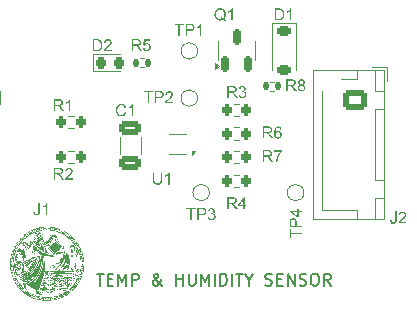
<source format=gto>
%TF.GenerationSoftware,KiCad,Pcbnew,8.0.2*%
%TF.CreationDate,2024-12-26T16:21:06-05:00*%
%TF.ProjectId,Temp and Humidity Sensor,54656d70-2061-46e6-9420-48756d696469,rev?*%
%TF.SameCoordinates,Original*%
%TF.FileFunction,Legend,Top*%
%TF.FilePolarity,Positive*%
%FSLAX46Y46*%
G04 Gerber Fmt 4.6, Leading zero omitted, Abs format (unit mm)*
G04 Created by KiCad (PCBNEW 8.0.2) date 2024-12-26 16:21:06*
%MOMM*%
%LPD*%
G01*
G04 APERTURE LIST*
G04 Aperture macros list*
%AMRoundRect*
0 Rectangle with rounded corners*
0 $1 Rounding radius*
0 $2 $3 $4 $5 $6 $7 $8 $9 X,Y pos of 4 corners*
0 Add a 4 corners polygon primitive as box body*
4,1,4,$2,$3,$4,$5,$6,$7,$8,$9,$2,$3,0*
0 Add four circle primitives for the rounded corners*
1,1,$1+$1,$2,$3*
1,1,$1+$1,$4,$5*
1,1,$1+$1,$6,$7*
1,1,$1+$1,$8,$9*
0 Add four rect primitives between the rounded corners*
20,1,$1+$1,$2,$3,$4,$5,0*
20,1,$1+$1,$4,$5,$6,$7,0*
20,1,$1+$1,$6,$7,$8,$9,0*
20,1,$1+$1,$8,$9,$2,$3,0*%
G04 Aperture macros list end*
%ADD10C,0.150000*%
%ADD11C,0.153000*%
%ADD12C,0.120000*%
%ADD13C,0.000000*%
%ADD14RoundRect,0.218750X-0.218750X-0.256250X0.218750X-0.256250X0.218750X0.256250X-0.218750X0.256250X0*%
%ADD15C,4.400000*%
%ADD16RoundRect,0.200000X0.200000X0.275000X-0.200000X0.275000X-0.200000X-0.275000X0.200000X-0.275000X0*%
%ADD17RoundRect,0.250000X-0.650000X0.325000X-0.650000X-0.325000X0.650000X-0.325000X0.650000X0.325000X0*%
%ADD18RoundRect,0.200000X-0.200000X-0.275000X0.200000X-0.275000X0.200000X0.275000X-0.200000X0.275000X0*%
%ADD19RoundRect,0.225000X-0.375000X0.225000X-0.375000X-0.225000X0.375000X-0.225000X0.375000X0.225000X0*%
%ADD20RoundRect,0.135000X-0.135000X-0.185000X0.135000X-0.185000X0.135000X0.185000X-0.135000X0.185000X0*%
%ADD21RoundRect,0.150000X0.150000X-0.512500X0.150000X0.512500X-0.150000X0.512500X-0.150000X-0.512500X0*%
%ADD22C,1.000000*%
%ADD23C,1.200000*%
%ADD24RoundRect,0.250000X-0.725000X0.600000X-0.725000X-0.600000X0.725000X-0.600000X0.725000X0.600000X0*%
%ADD25O,1.950000X1.700000*%
%ADD26RoundRect,0.135000X0.135000X0.185000X-0.135000X0.185000X-0.135000X-0.185000X0.135000X-0.185000X0*%
%ADD27R,0.500000X0.300000*%
G04 APERTURE END LIST*
D10*
X120193922Y-60869819D02*
X120765350Y-60869819D01*
X120479636Y-61869819D02*
X120479636Y-60869819D01*
X121098684Y-61346009D02*
X121432017Y-61346009D01*
X121574874Y-61869819D02*
X121098684Y-61869819D01*
X121098684Y-61869819D02*
X121098684Y-60869819D01*
X121098684Y-60869819D02*
X121574874Y-60869819D01*
X122003446Y-61869819D02*
X122003446Y-60869819D01*
X122003446Y-60869819D02*
X122336779Y-61584104D01*
X122336779Y-61584104D02*
X122670112Y-60869819D01*
X122670112Y-60869819D02*
X122670112Y-61869819D01*
X123146303Y-61869819D02*
X123146303Y-60869819D01*
X123146303Y-60869819D02*
X123527255Y-60869819D01*
X123527255Y-60869819D02*
X123622493Y-60917438D01*
X123622493Y-60917438D02*
X123670112Y-60965057D01*
X123670112Y-60965057D02*
X123717731Y-61060295D01*
X123717731Y-61060295D02*
X123717731Y-61203152D01*
X123717731Y-61203152D02*
X123670112Y-61298390D01*
X123670112Y-61298390D02*
X123622493Y-61346009D01*
X123622493Y-61346009D02*
X123527255Y-61393628D01*
X123527255Y-61393628D02*
X123146303Y-61393628D01*
X125717732Y-61869819D02*
X125670113Y-61869819D01*
X125670113Y-61869819D02*
X125574874Y-61822200D01*
X125574874Y-61822200D02*
X125432017Y-61679342D01*
X125432017Y-61679342D02*
X125193922Y-61393628D01*
X125193922Y-61393628D02*
X125098684Y-61250771D01*
X125098684Y-61250771D02*
X125051065Y-61107914D01*
X125051065Y-61107914D02*
X125051065Y-61012676D01*
X125051065Y-61012676D02*
X125098684Y-60917438D01*
X125098684Y-60917438D02*
X125193922Y-60869819D01*
X125193922Y-60869819D02*
X125241541Y-60869819D01*
X125241541Y-60869819D02*
X125336779Y-60917438D01*
X125336779Y-60917438D02*
X125384398Y-61012676D01*
X125384398Y-61012676D02*
X125384398Y-61060295D01*
X125384398Y-61060295D02*
X125336779Y-61155533D01*
X125336779Y-61155533D02*
X125289160Y-61203152D01*
X125289160Y-61203152D02*
X125003446Y-61393628D01*
X125003446Y-61393628D02*
X124955827Y-61441247D01*
X124955827Y-61441247D02*
X124908208Y-61536485D01*
X124908208Y-61536485D02*
X124908208Y-61679342D01*
X124908208Y-61679342D02*
X124955827Y-61774580D01*
X124955827Y-61774580D02*
X125003446Y-61822200D01*
X125003446Y-61822200D02*
X125098684Y-61869819D01*
X125098684Y-61869819D02*
X125241541Y-61869819D01*
X125241541Y-61869819D02*
X125336779Y-61822200D01*
X125336779Y-61822200D02*
X125384398Y-61774580D01*
X125384398Y-61774580D02*
X125527255Y-61584104D01*
X125527255Y-61584104D02*
X125574874Y-61441247D01*
X125574874Y-61441247D02*
X125574874Y-61346009D01*
X126908208Y-61869819D02*
X126908208Y-60869819D01*
X126908208Y-61346009D02*
X127479636Y-61346009D01*
X127479636Y-61869819D02*
X127479636Y-60869819D01*
X127955827Y-60869819D02*
X127955827Y-61679342D01*
X127955827Y-61679342D02*
X128003446Y-61774580D01*
X128003446Y-61774580D02*
X128051065Y-61822200D01*
X128051065Y-61822200D02*
X128146303Y-61869819D01*
X128146303Y-61869819D02*
X128336779Y-61869819D01*
X128336779Y-61869819D02*
X128432017Y-61822200D01*
X128432017Y-61822200D02*
X128479636Y-61774580D01*
X128479636Y-61774580D02*
X128527255Y-61679342D01*
X128527255Y-61679342D02*
X128527255Y-60869819D01*
X129003446Y-61869819D02*
X129003446Y-60869819D01*
X129003446Y-60869819D02*
X129336779Y-61584104D01*
X129336779Y-61584104D02*
X129670112Y-60869819D01*
X129670112Y-60869819D02*
X129670112Y-61869819D01*
X130146303Y-61869819D02*
X130146303Y-60869819D01*
X130622493Y-61869819D02*
X130622493Y-60869819D01*
X130622493Y-60869819D02*
X130860588Y-60869819D01*
X130860588Y-60869819D02*
X131003445Y-60917438D01*
X131003445Y-60917438D02*
X131098683Y-61012676D01*
X131098683Y-61012676D02*
X131146302Y-61107914D01*
X131146302Y-61107914D02*
X131193921Y-61298390D01*
X131193921Y-61298390D02*
X131193921Y-61441247D01*
X131193921Y-61441247D02*
X131146302Y-61631723D01*
X131146302Y-61631723D02*
X131098683Y-61726961D01*
X131098683Y-61726961D02*
X131003445Y-61822200D01*
X131003445Y-61822200D02*
X130860588Y-61869819D01*
X130860588Y-61869819D02*
X130622493Y-61869819D01*
X131622493Y-61869819D02*
X131622493Y-60869819D01*
X131955826Y-60869819D02*
X132527254Y-60869819D01*
X132241540Y-61869819D02*
X132241540Y-60869819D01*
X133051064Y-61393628D02*
X133051064Y-61869819D01*
X132717731Y-60869819D02*
X133051064Y-61393628D01*
X133051064Y-61393628D02*
X133384397Y-60869819D01*
X134432017Y-61822200D02*
X134574874Y-61869819D01*
X134574874Y-61869819D02*
X134812969Y-61869819D01*
X134812969Y-61869819D02*
X134908207Y-61822200D01*
X134908207Y-61822200D02*
X134955826Y-61774580D01*
X134955826Y-61774580D02*
X135003445Y-61679342D01*
X135003445Y-61679342D02*
X135003445Y-61584104D01*
X135003445Y-61584104D02*
X134955826Y-61488866D01*
X134955826Y-61488866D02*
X134908207Y-61441247D01*
X134908207Y-61441247D02*
X134812969Y-61393628D01*
X134812969Y-61393628D02*
X134622493Y-61346009D01*
X134622493Y-61346009D02*
X134527255Y-61298390D01*
X134527255Y-61298390D02*
X134479636Y-61250771D01*
X134479636Y-61250771D02*
X134432017Y-61155533D01*
X134432017Y-61155533D02*
X134432017Y-61060295D01*
X134432017Y-61060295D02*
X134479636Y-60965057D01*
X134479636Y-60965057D02*
X134527255Y-60917438D01*
X134527255Y-60917438D02*
X134622493Y-60869819D01*
X134622493Y-60869819D02*
X134860588Y-60869819D01*
X134860588Y-60869819D02*
X135003445Y-60917438D01*
X135432017Y-61346009D02*
X135765350Y-61346009D01*
X135908207Y-61869819D02*
X135432017Y-61869819D01*
X135432017Y-61869819D02*
X135432017Y-60869819D01*
X135432017Y-60869819D02*
X135908207Y-60869819D01*
X136336779Y-61869819D02*
X136336779Y-60869819D01*
X136336779Y-60869819D02*
X136908207Y-61869819D01*
X136908207Y-61869819D02*
X136908207Y-60869819D01*
X137336779Y-61822200D02*
X137479636Y-61869819D01*
X137479636Y-61869819D02*
X137717731Y-61869819D01*
X137717731Y-61869819D02*
X137812969Y-61822200D01*
X137812969Y-61822200D02*
X137860588Y-61774580D01*
X137860588Y-61774580D02*
X137908207Y-61679342D01*
X137908207Y-61679342D02*
X137908207Y-61584104D01*
X137908207Y-61584104D02*
X137860588Y-61488866D01*
X137860588Y-61488866D02*
X137812969Y-61441247D01*
X137812969Y-61441247D02*
X137717731Y-61393628D01*
X137717731Y-61393628D02*
X137527255Y-61346009D01*
X137527255Y-61346009D02*
X137432017Y-61298390D01*
X137432017Y-61298390D02*
X137384398Y-61250771D01*
X137384398Y-61250771D02*
X137336779Y-61155533D01*
X137336779Y-61155533D02*
X137336779Y-61060295D01*
X137336779Y-61060295D02*
X137384398Y-60965057D01*
X137384398Y-60965057D02*
X137432017Y-60917438D01*
X137432017Y-60917438D02*
X137527255Y-60869819D01*
X137527255Y-60869819D02*
X137765350Y-60869819D01*
X137765350Y-60869819D02*
X137908207Y-60917438D01*
X138527255Y-60869819D02*
X138717731Y-60869819D01*
X138717731Y-60869819D02*
X138812969Y-60917438D01*
X138812969Y-60917438D02*
X138908207Y-61012676D01*
X138908207Y-61012676D02*
X138955826Y-61203152D01*
X138955826Y-61203152D02*
X138955826Y-61536485D01*
X138955826Y-61536485D02*
X138908207Y-61726961D01*
X138908207Y-61726961D02*
X138812969Y-61822200D01*
X138812969Y-61822200D02*
X138717731Y-61869819D01*
X138717731Y-61869819D02*
X138527255Y-61869819D01*
X138527255Y-61869819D02*
X138432017Y-61822200D01*
X138432017Y-61822200D02*
X138336779Y-61726961D01*
X138336779Y-61726961D02*
X138289160Y-61536485D01*
X138289160Y-61536485D02*
X138289160Y-61203152D01*
X138289160Y-61203152D02*
X138336779Y-61012676D01*
X138336779Y-61012676D02*
X138432017Y-60917438D01*
X138432017Y-60917438D02*
X138527255Y-60869819D01*
X139955826Y-61869819D02*
X139622493Y-61393628D01*
X139384398Y-61869819D02*
X139384398Y-60869819D01*
X139384398Y-60869819D02*
X139765350Y-60869819D01*
X139765350Y-60869819D02*
X139860588Y-60917438D01*
X139860588Y-60917438D02*
X139908207Y-60965057D01*
X139908207Y-60965057D02*
X139955826Y-61060295D01*
X139955826Y-61060295D02*
X139955826Y-61203152D01*
X139955826Y-61203152D02*
X139908207Y-61298390D01*
X139908207Y-61298390D02*
X139860588Y-61346009D01*
X139860588Y-61346009D02*
X139765350Y-61393628D01*
X139765350Y-61393628D02*
X139384398Y-61393628D01*
D11*
G36*
X120216355Y-40999865D02*
G01*
X120270202Y-41003085D01*
X120319700Y-41009382D01*
X120340370Y-41013604D01*
X120391928Y-41029317D01*
X120438525Y-41051423D01*
X120480161Y-41079921D01*
X120487892Y-41086388D01*
X120525292Y-41122704D01*
X120557624Y-41163752D01*
X120584887Y-41209532D01*
X120607083Y-41260045D01*
X120622500Y-41307656D01*
X120634131Y-41358166D01*
X120641975Y-41411574D01*
X120646032Y-41467880D01*
X120646650Y-41501357D01*
X120645365Y-41550744D01*
X120640747Y-41604096D01*
X120632771Y-41654151D01*
X120619783Y-41706521D01*
X120603591Y-41754370D01*
X120582745Y-41801826D01*
X120556342Y-41847084D01*
X120551151Y-41854532D01*
X120518694Y-41894992D01*
X120480973Y-41930917D01*
X120459560Y-41946856D01*
X120415651Y-41971383D01*
X120369036Y-41989300D01*
X120339148Y-41997658D01*
X120288306Y-42007531D01*
X120237779Y-42012950D01*
X120188796Y-42014932D01*
X120177460Y-42015000D01*
X119814026Y-42015000D01*
X119814026Y-41897763D01*
X119947383Y-41897763D01*
X120162317Y-41897763D01*
X120214970Y-41896275D01*
X120265498Y-41891133D01*
X120315049Y-41880113D01*
X120318632Y-41878956D01*
X120363819Y-41859555D01*
X120404699Y-41830170D01*
X120409002Y-41825956D01*
X120441585Y-41785198D01*
X120466264Y-41739629D01*
X120482763Y-41696507D01*
X120495633Y-41648033D01*
X120504290Y-41594111D01*
X120508450Y-41541606D01*
X120509386Y-41499403D01*
X120507557Y-41441763D01*
X120502070Y-41389379D01*
X120491045Y-41334906D01*
X120475042Y-41287585D01*
X120457362Y-41252718D01*
X120426459Y-41208722D01*
X120392000Y-41173729D01*
X120349544Y-41145407D01*
X120331333Y-41137191D01*
X120282011Y-41124391D01*
X120232938Y-41118668D01*
X120180624Y-41116370D01*
X120158897Y-41116186D01*
X119947383Y-41116186D01*
X119947383Y-41897763D01*
X119814026Y-41897763D01*
X119814026Y-40998949D01*
X120161095Y-40998949D01*
X120216355Y-40999865D01*
G37*
G36*
X121424075Y-41897763D02*
G01*
X121424075Y-42015000D01*
X120758269Y-42015000D01*
X120762228Y-41965798D01*
X120772679Y-41929026D01*
X120793890Y-41882437D01*
X120819382Y-41840534D01*
X120850790Y-41799060D01*
X120854257Y-41794937D01*
X120889659Y-41756082D01*
X120927746Y-41718820D01*
X120966181Y-41684112D01*
X121009384Y-41647440D01*
X121015945Y-41642041D01*
X121055314Y-41608972D01*
X121099846Y-41570117D01*
X121139177Y-41534016D01*
X121179512Y-41494331D01*
X121217105Y-41453046D01*
X121237718Y-41426863D01*
X121265700Y-41382888D01*
X121286050Y-41335614D01*
X121295377Y-41285541D01*
X121295603Y-41276653D01*
X121288185Y-41224263D01*
X121265928Y-41178468D01*
X121242847Y-41151601D01*
X121202993Y-41122538D01*
X121155635Y-41105539D01*
X121106071Y-41100554D01*
X121053683Y-41106016D01*
X121004100Y-41124642D01*
X120962945Y-41156486D01*
X120932405Y-41200047D01*
X120915460Y-41248514D01*
X120909020Y-41299354D01*
X120908723Y-41311580D01*
X120781716Y-41298147D01*
X120789112Y-41245822D01*
X120801592Y-41198393D01*
X120822576Y-41149244D01*
X120850478Y-41106757D01*
X120879902Y-41075642D01*
X120919988Y-41045758D01*
X120965661Y-41023215D01*
X121016920Y-41008012D01*
X121065303Y-41000822D01*
X121108758Y-40998949D01*
X121160950Y-41001791D01*
X121216480Y-41012292D01*
X121266237Y-41030529D01*
X121310220Y-41056504D01*
X121338102Y-41079794D01*
X121371030Y-41117010D01*
X121398759Y-41164065D01*
X121415925Y-41215943D01*
X121422280Y-41265294D01*
X121422610Y-41280073D01*
X121418538Y-41329164D01*
X121406325Y-41377610D01*
X121397941Y-41399752D01*
X121374837Y-41444608D01*
X121345573Y-41487296D01*
X121315876Y-41523339D01*
X121277581Y-41563709D01*
X121239489Y-41600397D01*
X121201052Y-41635528D01*
X121157274Y-41674059D01*
X121125122Y-41701636D01*
X121086239Y-41734944D01*
X121047929Y-41768398D01*
X121009836Y-41802858D01*
X120982240Y-41829863D01*
X120950272Y-41867937D01*
X120930216Y-41897763D01*
X121424075Y-41897763D01*
G37*
G36*
X117018493Y-51900270D02*
G01*
X117068114Y-51904232D01*
X117117268Y-51911994D01*
X117167376Y-51926549D01*
X117212220Y-51950348D01*
X117250369Y-51984134D01*
X117279239Y-52023513D01*
X117301393Y-52068426D01*
X117315341Y-52116154D01*
X117321085Y-52166696D01*
X117321249Y-52177142D01*
X117316914Y-52229349D01*
X117303908Y-52277281D01*
X117278912Y-52326097D01*
X117251884Y-52360324D01*
X117212485Y-52394075D01*
X117163651Y-52421079D01*
X117113183Y-52439173D01*
X117064176Y-52450571D01*
X117037683Y-52454846D01*
X117081615Y-52478674D01*
X117118039Y-52505160D01*
X117153903Y-52541496D01*
X117188526Y-52583031D01*
X117218626Y-52624859D01*
X117228437Y-52639738D01*
X117403803Y-52915000D01*
X117236008Y-52915000D01*
X117102896Y-52704462D01*
X117074991Y-52661582D01*
X117046664Y-52619729D01*
X117016449Y-52577757D01*
X117006664Y-52565000D01*
X116972944Y-52526048D01*
X116939009Y-52497344D01*
X116893626Y-52474996D01*
X116878192Y-52470478D01*
X116827909Y-52465898D01*
X116803943Y-52465593D01*
X116649337Y-52465593D01*
X116649337Y-52915000D01*
X116516225Y-52915000D01*
X116516225Y-52352264D01*
X116649337Y-52352264D01*
X116935834Y-52352264D01*
X116989038Y-52350380D01*
X117038581Y-52343954D01*
X117078716Y-52332969D01*
X117124084Y-52307934D01*
X117157118Y-52271420D01*
X117178081Y-52224197D01*
X117183984Y-52179096D01*
X117176669Y-52128148D01*
X117154721Y-52084482D01*
X117131961Y-52059417D01*
X117089234Y-52032579D01*
X117038019Y-52017848D01*
X116988564Y-52012692D01*
X116968074Y-52012278D01*
X116649337Y-52012278D01*
X116649337Y-52352264D01*
X116516225Y-52352264D01*
X116516225Y-51898949D01*
X116962700Y-51898949D01*
X117018493Y-51900270D01*
G37*
G36*
X118124075Y-52797763D02*
G01*
X118124075Y-52915000D01*
X117458269Y-52915000D01*
X117462228Y-52865798D01*
X117472679Y-52829026D01*
X117493890Y-52782437D01*
X117519382Y-52740534D01*
X117550790Y-52699060D01*
X117554257Y-52694937D01*
X117589659Y-52656082D01*
X117627746Y-52618820D01*
X117666181Y-52584112D01*
X117709384Y-52547440D01*
X117715945Y-52542041D01*
X117755314Y-52508972D01*
X117799846Y-52470117D01*
X117839177Y-52434016D01*
X117879512Y-52394331D01*
X117917105Y-52353046D01*
X117937718Y-52326863D01*
X117965700Y-52282888D01*
X117986050Y-52235614D01*
X117995377Y-52185541D01*
X117995603Y-52176653D01*
X117988185Y-52124263D01*
X117965928Y-52078468D01*
X117942847Y-52051601D01*
X117902993Y-52022538D01*
X117855635Y-52005539D01*
X117806071Y-52000554D01*
X117753683Y-52006016D01*
X117704100Y-52024642D01*
X117662945Y-52056486D01*
X117632405Y-52100047D01*
X117615460Y-52148514D01*
X117609020Y-52199354D01*
X117608723Y-52211580D01*
X117481716Y-52198147D01*
X117489112Y-52145822D01*
X117501592Y-52098393D01*
X117522576Y-52049244D01*
X117550478Y-52006757D01*
X117579902Y-51975642D01*
X117619988Y-51945758D01*
X117665661Y-51923215D01*
X117716920Y-51908012D01*
X117765303Y-51900822D01*
X117808758Y-51898949D01*
X117860950Y-51901791D01*
X117916480Y-51912292D01*
X117966237Y-51930529D01*
X118010220Y-51956504D01*
X118038102Y-51979794D01*
X118071030Y-52017010D01*
X118098759Y-52064065D01*
X118115925Y-52115943D01*
X118122280Y-52165294D01*
X118122610Y-52180073D01*
X118118538Y-52229164D01*
X118106325Y-52277610D01*
X118097941Y-52299752D01*
X118074837Y-52344608D01*
X118045573Y-52387296D01*
X118015876Y-52423339D01*
X117977581Y-52463709D01*
X117939489Y-52500397D01*
X117901052Y-52535528D01*
X117857274Y-52574059D01*
X117825122Y-52601636D01*
X117786239Y-52634944D01*
X117747929Y-52668398D01*
X117709836Y-52702858D01*
X117682240Y-52729863D01*
X117650272Y-52767937D01*
X117630216Y-52797763D01*
X118124075Y-52797763D01*
G37*
G36*
X117018493Y-46100270D02*
G01*
X117068114Y-46104232D01*
X117117268Y-46111994D01*
X117167376Y-46126549D01*
X117212220Y-46150348D01*
X117250369Y-46184134D01*
X117279239Y-46223513D01*
X117301393Y-46268426D01*
X117315341Y-46316154D01*
X117321085Y-46366696D01*
X117321249Y-46377142D01*
X117316914Y-46429349D01*
X117303908Y-46477281D01*
X117278912Y-46526097D01*
X117251884Y-46560324D01*
X117212485Y-46594075D01*
X117163651Y-46621079D01*
X117113183Y-46639173D01*
X117064176Y-46650571D01*
X117037683Y-46654846D01*
X117081615Y-46678674D01*
X117118039Y-46705160D01*
X117153903Y-46741496D01*
X117188526Y-46783031D01*
X117218626Y-46824859D01*
X117228437Y-46839738D01*
X117403803Y-47115000D01*
X117236008Y-47115000D01*
X117102896Y-46904462D01*
X117074991Y-46861582D01*
X117046664Y-46819729D01*
X117016449Y-46777757D01*
X117006664Y-46765000D01*
X116972944Y-46726048D01*
X116939009Y-46697344D01*
X116893626Y-46674996D01*
X116878192Y-46670478D01*
X116827909Y-46665898D01*
X116803943Y-46665593D01*
X116649337Y-46665593D01*
X116649337Y-47115000D01*
X116516225Y-47115000D01*
X116516225Y-46552264D01*
X116649337Y-46552264D01*
X116935834Y-46552264D01*
X116989038Y-46550380D01*
X117038581Y-46543954D01*
X117078716Y-46532969D01*
X117124084Y-46507934D01*
X117157118Y-46471420D01*
X117178081Y-46424197D01*
X117183984Y-46379096D01*
X117176669Y-46328148D01*
X117154721Y-46284482D01*
X117131961Y-46259417D01*
X117089234Y-46232579D01*
X117038019Y-46217848D01*
X116988564Y-46212692D01*
X116968074Y-46212278D01*
X116649337Y-46212278D01*
X116649337Y-46552264D01*
X116516225Y-46552264D01*
X116516225Y-46098949D01*
X116962700Y-46098949D01*
X117018493Y-46100270D01*
G37*
G36*
X117939916Y-47115000D02*
G01*
X117816329Y-47115000D01*
X117816329Y-46323164D01*
X117778891Y-46355587D01*
X117737694Y-46385309D01*
X117699093Y-46409626D01*
X117655210Y-46434394D01*
X117610300Y-46456790D01*
X117568911Y-46474106D01*
X117568911Y-46349054D01*
X117613075Y-46326926D01*
X117660484Y-46299262D01*
X117704627Y-46269064D01*
X117745504Y-46236331D01*
X117750384Y-46232062D01*
X117786379Y-46198005D01*
X117820086Y-46160312D01*
X117849109Y-46119201D01*
X117860293Y-46098949D01*
X117939916Y-46098949D01*
X117939916Y-47115000D01*
G37*
G36*
X122532589Y-47155474D02*
G01*
X122665945Y-47189180D01*
X122651183Y-47239302D01*
X122633154Y-47285560D01*
X122607205Y-47335969D01*
X122576551Y-47380815D01*
X122541191Y-47420096D01*
X122515003Y-47443192D01*
X122472537Y-47472908D01*
X122426652Y-47496475D01*
X122377351Y-47513895D01*
X122324631Y-47525166D01*
X122268495Y-47530289D01*
X122249023Y-47530631D01*
X122199598Y-47529003D01*
X122144209Y-47522752D01*
X122093095Y-47511813D01*
X122046258Y-47496185D01*
X121997019Y-47472027D01*
X121984019Y-47463953D01*
X121941786Y-47431929D01*
X121904204Y-47394202D01*
X121871274Y-47350772D01*
X121842996Y-47301638D01*
X121828925Y-47271001D01*
X121810830Y-47222904D01*
X121796479Y-47173502D01*
X121785872Y-47122795D01*
X121779008Y-47070783D01*
X121775888Y-47017465D01*
X121775680Y-46999403D01*
X121777793Y-46941477D01*
X121784129Y-46886402D01*
X121794691Y-46834178D01*
X121809477Y-46784805D01*
X121828488Y-46738282D01*
X121835764Y-46723408D01*
X121864482Y-46674615D01*
X121898061Y-46631245D01*
X121936503Y-46593298D01*
X121979806Y-46560773D01*
X122006734Y-46544623D01*
X122056405Y-46520735D01*
X122108181Y-46502715D01*
X122162060Y-46490562D01*
X122218042Y-46484276D01*
X122250977Y-46483318D01*
X122305980Y-46486057D01*
X122357600Y-46494274D01*
X122405837Y-46507970D01*
X122457838Y-46530872D01*
X122505234Y-46561231D01*
X122547335Y-46598357D01*
X122583452Y-46641560D01*
X122609647Y-46683429D01*
X122631446Y-46729763D01*
X122648848Y-46780561D01*
X122517446Y-46811580D01*
X122500646Y-46765348D01*
X122477725Y-46719667D01*
X122447195Y-46677399D01*
X122415841Y-46647937D01*
X122370828Y-46620889D01*
X122319136Y-46603859D01*
X122266903Y-46597097D01*
X122248290Y-46596646D01*
X122199345Y-46599334D01*
X122147844Y-46608990D01*
X122101075Y-46625667D01*
X122054117Y-46652822D01*
X122013942Y-46687454D01*
X121981070Y-46728153D01*
X121955501Y-46774918D01*
X121944452Y-46803520D01*
X121930668Y-46851163D01*
X121920822Y-46899569D01*
X121914914Y-46948738D01*
X121912945Y-46998670D01*
X121914733Y-47053833D01*
X121920097Y-47105840D01*
X121929038Y-47154692D01*
X121943636Y-47206658D01*
X121950314Y-47225083D01*
X121971700Y-47270283D01*
X122001928Y-47313871D01*
X122038685Y-47349770D01*
X122066818Y-47369431D01*
X122112355Y-47392572D01*
X122159940Y-47408139D01*
X122209573Y-47416134D01*
X122238032Y-47417302D01*
X122291826Y-47413181D01*
X122341347Y-47400816D01*
X122386593Y-47380208D01*
X122427564Y-47351357D01*
X122463254Y-47314385D01*
X122492655Y-47269413D01*
X122513222Y-47223502D01*
X122528973Y-47171466D01*
X122532589Y-47155474D01*
G37*
G36*
X123239916Y-47515000D02*
G01*
X123116329Y-47515000D01*
X123116329Y-46723164D01*
X123078891Y-46755587D01*
X123037694Y-46785309D01*
X122999093Y-46809626D01*
X122955210Y-46834394D01*
X122910300Y-46856790D01*
X122868911Y-46874106D01*
X122868911Y-46749054D01*
X122913075Y-46726926D01*
X122960484Y-46699262D01*
X123004627Y-46669064D01*
X123045504Y-46636331D01*
X123050384Y-46632062D01*
X123086379Y-46598005D01*
X123120086Y-46560312D01*
X123149109Y-46519201D01*
X123160293Y-46498949D01*
X123239916Y-46498949D01*
X123239916Y-47515000D01*
G37*
G36*
X131718493Y-54400270D02*
G01*
X131768114Y-54404232D01*
X131817268Y-54411994D01*
X131867376Y-54426549D01*
X131912220Y-54450348D01*
X131950369Y-54484134D01*
X131979239Y-54523513D01*
X132001393Y-54568426D01*
X132015341Y-54616154D01*
X132021085Y-54666696D01*
X132021249Y-54677142D01*
X132016914Y-54729349D01*
X132003908Y-54777281D01*
X131978912Y-54826097D01*
X131951884Y-54860324D01*
X131912485Y-54894075D01*
X131863651Y-54921079D01*
X131813183Y-54939173D01*
X131764176Y-54950571D01*
X131737683Y-54954846D01*
X131781615Y-54978674D01*
X131818039Y-55005160D01*
X131853903Y-55041496D01*
X131888526Y-55083031D01*
X131918626Y-55124859D01*
X131928437Y-55139738D01*
X132103803Y-55415000D01*
X131936008Y-55415000D01*
X131802896Y-55204462D01*
X131774991Y-55161582D01*
X131746664Y-55119729D01*
X131716449Y-55077757D01*
X131706664Y-55065000D01*
X131672944Y-55026048D01*
X131639009Y-54997344D01*
X131593626Y-54974996D01*
X131578192Y-54970478D01*
X131527909Y-54965898D01*
X131503943Y-54965593D01*
X131349337Y-54965593D01*
X131349337Y-55415000D01*
X131216225Y-55415000D01*
X131216225Y-54852264D01*
X131349337Y-54852264D01*
X131635834Y-54852264D01*
X131689038Y-54850380D01*
X131738581Y-54843954D01*
X131778716Y-54832969D01*
X131824084Y-54807934D01*
X131857118Y-54771420D01*
X131878081Y-54724197D01*
X131883984Y-54679096D01*
X131876669Y-54628148D01*
X131854721Y-54584482D01*
X131831961Y-54559417D01*
X131789234Y-54532579D01*
X131738019Y-54517848D01*
X131688564Y-54512692D01*
X131668074Y-54512278D01*
X131349337Y-54512278D01*
X131349337Y-54852264D01*
X131216225Y-54852264D01*
X131216225Y-54398949D01*
X131662700Y-54398949D01*
X131718493Y-54400270D01*
G37*
G36*
X132694138Y-55055474D02*
G01*
X132830181Y-55055474D01*
X132830181Y-55168803D01*
X132694138Y-55168803D01*
X132694138Y-55415000D01*
X132570551Y-55415000D01*
X132570551Y-55168803D01*
X132133601Y-55168803D01*
X132133601Y-55055474D01*
X132255234Y-55055474D01*
X132570551Y-55055474D01*
X132570551Y-54598740D01*
X132255234Y-55055474D01*
X132133601Y-55055474D01*
X132593266Y-54398949D01*
X132694138Y-54398949D01*
X132694138Y-55055474D01*
G37*
G36*
X135616355Y-38399865D02*
G01*
X135670202Y-38403085D01*
X135719700Y-38409382D01*
X135740370Y-38413604D01*
X135791928Y-38429317D01*
X135838525Y-38451423D01*
X135880161Y-38479921D01*
X135887892Y-38486388D01*
X135925292Y-38522704D01*
X135957624Y-38563752D01*
X135984887Y-38609532D01*
X136007083Y-38660045D01*
X136022500Y-38707656D01*
X136034131Y-38758166D01*
X136041975Y-38811574D01*
X136046032Y-38867880D01*
X136046650Y-38901357D01*
X136045365Y-38950744D01*
X136040747Y-39004096D01*
X136032771Y-39054151D01*
X136019783Y-39106521D01*
X136003591Y-39154370D01*
X135982745Y-39201826D01*
X135956342Y-39247084D01*
X135951151Y-39254532D01*
X135918694Y-39294992D01*
X135880973Y-39330917D01*
X135859560Y-39346856D01*
X135815651Y-39371383D01*
X135769036Y-39389300D01*
X135739148Y-39397658D01*
X135688306Y-39407531D01*
X135637779Y-39412950D01*
X135588796Y-39414932D01*
X135577460Y-39415000D01*
X135214026Y-39415000D01*
X135214026Y-39297763D01*
X135347383Y-39297763D01*
X135562317Y-39297763D01*
X135614970Y-39296275D01*
X135665498Y-39291133D01*
X135715049Y-39280113D01*
X135718632Y-39278956D01*
X135763819Y-39259555D01*
X135804699Y-39230170D01*
X135809002Y-39225956D01*
X135841585Y-39185198D01*
X135866264Y-39139629D01*
X135882763Y-39096507D01*
X135895633Y-39048033D01*
X135904290Y-38994111D01*
X135908450Y-38941606D01*
X135909386Y-38899403D01*
X135907557Y-38841763D01*
X135902070Y-38789379D01*
X135891045Y-38734906D01*
X135875042Y-38687585D01*
X135857362Y-38652718D01*
X135826459Y-38608722D01*
X135792000Y-38573729D01*
X135749544Y-38545407D01*
X135731333Y-38537191D01*
X135682011Y-38524391D01*
X135632938Y-38518668D01*
X135580624Y-38516370D01*
X135558897Y-38516186D01*
X135347383Y-38516186D01*
X135347383Y-39297763D01*
X135214026Y-39297763D01*
X135214026Y-38398949D01*
X135561095Y-38398949D01*
X135616355Y-38399865D01*
G37*
G36*
X136639916Y-39415000D02*
G01*
X136516329Y-39415000D01*
X136516329Y-38623164D01*
X136478891Y-38655587D01*
X136437694Y-38685309D01*
X136399093Y-38709626D01*
X136355210Y-38734394D01*
X136310300Y-38756790D01*
X136268911Y-38774106D01*
X136268911Y-38649054D01*
X136313075Y-38626926D01*
X136360484Y-38599262D01*
X136404627Y-38569064D01*
X136445504Y-38536331D01*
X136450384Y-38532062D01*
X136486379Y-38498005D01*
X136520086Y-38460312D01*
X136549109Y-38419201D01*
X136560293Y-38398949D01*
X136639916Y-38398949D01*
X136639916Y-39415000D01*
G37*
G36*
X123618493Y-41000270D02*
G01*
X123668114Y-41004232D01*
X123717268Y-41011994D01*
X123767376Y-41026549D01*
X123812220Y-41050348D01*
X123850369Y-41084134D01*
X123879239Y-41123513D01*
X123901393Y-41168426D01*
X123915341Y-41216154D01*
X123921085Y-41266696D01*
X123921249Y-41277142D01*
X123916914Y-41329349D01*
X123903908Y-41377281D01*
X123878912Y-41426097D01*
X123851884Y-41460324D01*
X123812485Y-41494075D01*
X123763651Y-41521079D01*
X123713183Y-41539173D01*
X123664176Y-41550571D01*
X123637683Y-41554846D01*
X123681615Y-41578674D01*
X123718039Y-41605160D01*
X123753903Y-41641496D01*
X123788526Y-41683031D01*
X123818626Y-41724859D01*
X123828437Y-41739738D01*
X124003803Y-42015000D01*
X123836008Y-42015000D01*
X123702896Y-41804462D01*
X123674991Y-41761582D01*
X123646664Y-41719729D01*
X123616449Y-41677757D01*
X123606664Y-41665000D01*
X123572944Y-41626048D01*
X123539009Y-41597344D01*
X123493626Y-41574996D01*
X123478192Y-41570478D01*
X123427909Y-41565898D01*
X123403943Y-41565593D01*
X123249337Y-41565593D01*
X123249337Y-42015000D01*
X123116225Y-42015000D01*
X123116225Y-41452264D01*
X123249337Y-41452264D01*
X123535834Y-41452264D01*
X123589038Y-41450380D01*
X123638581Y-41443954D01*
X123678716Y-41432969D01*
X123724084Y-41407934D01*
X123757118Y-41371420D01*
X123778081Y-41324197D01*
X123783984Y-41279096D01*
X123776669Y-41228148D01*
X123754721Y-41184482D01*
X123731961Y-41159417D01*
X123689234Y-41132579D01*
X123638019Y-41117848D01*
X123588564Y-41112692D01*
X123568074Y-41112278D01*
X123249337Y-41112278D01*
X123249337Y-41452264D01*
X123116225Y-41452264D01*
X123116225Y-40998949D01*
X123562700Y-40998949D01*
X123618493Y-41000270D01*
G37*
G36*
X124074145Y-41749263D02*
G01*
X124204082Y-41738272D01*
X124215202Y-41787987D01*
X124234627Y-41834479D01*
X124264590Y-41874986D01*
X124271005Y-41881154D01*
X124313446Y-41910326D01*
X124362000Y-41926034D01*
X124397767Y-41929026D01*
X124450813Y-41922300D01*
X124498517Y-41902121D01*
X124540878Y-41868490D01*
X124548709Y-41860150D01*
X124578698Y-41817871D01*
X124598872Y-41768521D01*
X124608565Y-41718719D01*
X124610746Y-41677700D01*
X124607022Y-41626455D01*
X124593927Y-41575628D01*
X124571404Y-41532027D01*
X124551151Y-41506974D01*
X124510455Y-41474002D01*
X124462556Y-41453241D01*
X124413288Y-41444998D01*
X124395569Y-41444448D01*
X124345620Y-41449871D01*
X124296980Y-41467717D01*
X124287857Y-41472780D01*
X124247257Y-41502869D01*
X124215672Y-41540472D01*
X124212142Y-41546053D01*
X124096127Y-41530910D01*
X124193580Y-41014581D01*
X124694522Y-41014581D01*
X124694522Y-41131817D01*
X124292498Y-41131817D01*
X124238276Y-41402438D01*
X124284240Y-41376366D01*
X124331272Y-41357742D01*
X124379372Y-41346568D01*
X124428541Y-41342843D01*
X124484269Y-41347238D01*
X124536045Y-41360421D01*
X124583872Y-41382393D01*
X124627748Y-41413155D01*
X124651047Y-41434678D01*
X124686449Y-41477274D01*
X124713157Y-41524919D01*
X124731169Y-41577612D01*
X124739687Y-41626796D01*
X124741905Y-41670617D01*
X124739106Y-41720778D01*
X124728764Y-41775977D01*
X124710802Y-41827600D01*
X124685220Y-41875647D01*
X124662282Y-41907777D01*
X124623439Y-41949528D01*
X124579632Y-41982641D01*
X124530863Y-42007116D01*
X124477130Y-42022953D01*
X124428562Y-42029551D01*
X124397767Y-42030631D01*
X124347978Y-42027926D01*
X124294385Y-42017934D01*
X124245630Y-42000578D01*
X124201714Y-41975859D01*
X124173308Y-41953695D01*
X124138927Y-41917532D01*
X124111651Y-41876578D01*
X124091482Y-41830832D01*
X124078419Y-41780294D01*
X124074145Y-41749263D01*
G37*
G36*
X130660539Y-38385662D02*
G01*
X130709927Y-38392694D01*
X130757374Y-38404415D01*
X130810276Y-38424015D01*
X130860537Y-38449996D01*
X130907024Y-38481716D01*
X130948393Y-38518531D01*
X130984642Y-38560442D01*
X131015772Y-38607449D01*
X131031263Y-38636598D01*
X131051267Y-38682559D01*
X131067132Y-38730684D01*
X131078859Y-38780974D01*
X131086446Y-38833427D01*
X131089895Y-38888044D01*
X131090125Y-38906730D01*
X131088314Y-38960237D01*
X131082879Y-39011336D01*
X131073821Y-39060027D01*
X131059033Y-39112726D01*
X131052268Y-39131678D01*
X131030942Y-39179885D01*
X131004823Y-39224856D01*
X130973911Y-39266591D01*
X130938206Y-39305090D01*
X130983696Y-39335163D01*
X131027355Y-39360900D01*
X131074281Y-39384672D01*
X131109176Y-39399368D01*
X131070097Y-39493157D01*
X131022677Y-39473542D01*
X130975303Y-39449533D01*
X130927975Y-39421129D01*
X130887446Y-39393286D01*
X130853698Y-39367616D01*
X130803636Y-39392170D01*
X130751330Y-39410693D01*
X130696780Y-39423185D01*
X130648237Y-39429093D01*
X130606524Y-39430631D01*
X130556126Y-39428304D01*
X130507514Y-39421323D01*
X130453058Y-39407297D01*
X130401032Y-39386935D01*
X130358374Y-39364441D01*
X130312197Y-39332817D01*
X130270905Y-39296073D01*
X130234499Y-39254211D01*
X130202978Y-39207229D01*
X130187159Y-39178084D01*
X130166740Y-39131948D01*
X130150546Y-39083665D01*
X130138576Y-39033236D01*
X130130831Y-38980659D01*
X130127310Y-38925937D01*
X130127076Y-38907219D01*
X130127085Y-38906974D01*
X130264340Y-38906974D01*
X130266713Y-38966697D01*
X130273833Y-39021912D01*
X130285700Y-39072618D01*
X130302312Y-39118817D01*
X130328513Y-39168305D01*
X130361549Y-39211301D01*
X130399900Y-39247325D01*
X130442046Y-39275896D01*
X130487987Y-39297013D01*
X130537724Y-39310677D01*
X130591256Y-39316888D01*
X130609944Y-39317302D01*
X130662300Y-39313490D01*
X130712388Y-39302052D01*
X130744522Y-39290191D01*
X130700727Y-39262829D01*
X130655316Y-39241527D01*
X130612631Y-39227421D01*
X130644871Y-39133632D01*
X130693462Y-39149600D01*
X130744215Y-39171628D01*
X130789869Y-39197685D01*
X130830425Y-39227773D01*
X130835136Y-39231817D01*
X130868980Y-39195346D01*
X130897089Y-39153555D01*
X130919460Y-39106445D01*
X130936096Y-39054016D01*
X130946995Y-38996269D01*
X130951584Y-38946241D01*
X130952617Y-38906486D01*
X130950630Y-38854008D01*
X130944669Y-38804498D01*
X130932991Y-38751551D01*
X130916123Y-38702481D01*
X130911095Y-38690819D01*
X130887923Y-38647253D01*
X130856088Y-38604444D01*
X130818148Y-38568204D01*
X130789462Y-38547693D01*
X130742972Y-38523017D01*
X130693352Y-38506417D01*
X130640602Y-38497893D01*
X130609944Y-38496646D01*
X130555776Y-38500270D01*
X130505198Y-38511141D01*
X130458209Y-38529259D01*
X130414809Y-38554624D01*
X130374998Y-38587236D01*
X130362526Y-38599717D01*
X130329158Y-38641849D01*
X130302694Y-38691125D01*
X130285914Y-38737645D01*
X130273929Y-38789127D01*
X130266737Y-38845570D01*
X130264340Y-38906974D01*
X130127085Y-38906974D01*
X130129197Y-38852018D01*
X130135559Y-38798706D01*
X130146164Y-38747283D01*
X130161010Y-38697750D01*
X130180098Y-38650105D01*
X130187404Y-38634644D01*
X130211913Y-38590634D01*
X130245043Y-38544499D01*
X130283059Y-38503974D01*
X130325960Y-38469058D01*
X130359595Y-38447554D01*
X130409690Y-38422524D01*
X130462310Y-38403642D01*
X130517455Y-38390908D01*
X130566731Y-38384886D01*
X130609211Y-38383318D01*
X130660539Y-38385662D01*
G37*
G36*
X131678995Y-39415000D02*
G01*
X131555408Y-39415000D01*
X131555408Y-38623164D01*
X131517970Y-38655587D01*
X131476773Y-38685309D01*
X131438171Y-38709626D01*
X131394289Y-38734394D01*
X131349379Y-38756790D01*
X131307990Y-38774106D01*
X131307990Y-38649054D01*
X131352153Y-38626926D01*
X131399563Y-38599262D01*
X131443706Y-38569064D01*
X131484582Y-38536331D01*
X131489462Y-38532062D01*
X131525458Y-38498005D01*
X131559165Y-38460312D01*
X131588187Y-38419201D01*
X131599372Y-38398949D01*
X131678995Y-38398949D01*
X131678995Y-39415000D01*
G37*
G36*
X127081403Y-40715000D02*
G01*
X127081403Y-39816186D01*
X126749721Y-39816186D01*
X126749721Y-39698949D01*
X127547907Y-39698949D01*
X127547907Y-39816186D01*
X127214760Y-39816186D01*
X127214760Y-40715000D01*
X127081403Y-40715000D01*
G37*
G36*
X128112684Y-39699722D02*
G01*
X128162382Y-39702393D01*
X128213224Y-39708719D01*
X128261414Y-39719938D01*
X128307467Y-39738233D01*
X128337544Y-39756102D01*
X128375001Y-39789116D01*
X128406008Y-39831400D01*
X128418144Y-39854043D01*
X128436897Y-39902907D01*
X128446484Y-39950837D01*
X128448919Y-39992285D01*
X128445003Y-40046919D01*
X128433258Y-40097765D01*
X128413681Y-40144826D01*
X128386274Y-40188099D01*
X128367097Y-40211127D01*
X128325001Y-40246053D01*
X128278891Y-40269163D01*
X128223524Y-40285970D01*
X128170314Y-40295161D01*
X128110676Y-40299976D01*
X128071808Y-40300764D01*
X127813399Y-40300764D01*
X127813399Y-40715000D01*
X127680042Y-40715000D01*
X127680042Y-40183527D01*
X127813399Y-40183527D01*
X128073762Y-40183527D01*
X128126701Y-40181178D01*
X128178415Y-40172740D01*
X128225391Y-40155912D01*
X128257188Y-40134434D01*
X128288059Y-40095979D01*
X128306115Y-40048114D01*
X128311410Y-39996437D01*
X128306129Y-39947110D01*
X128288632Y-39900842D01*
X128279414Y-39886039D01*
X128245139Y-39849807D01*
X128198641Y-39826184D01*
X128195395Y-39825223D01*
X128143521Y-39818171D01*
X128092839Y-39816327D01*
X128071075Y-39816186D01*
X127813399Y-39816186D01*
X127813399Y-40183527D01*
X127680042Y-40183527D01*
X127680042Y-39698949D01*
X128060084Y-39698949D01*
X128112684Y-39699722D01*
G37*
G36*
X129028751Y-40715000D02*
G01*
X128905164Y-40715000D01*
X128905164Y-39923164D01*
X128867727Y-39955587D01*
X128826529Y-39985309D01*
X128787928Y-40009626D01*
X128744045Y-40034394D01*
X128699135Y-40056790D01*
X128657746Y-40074106D01*
X128657746Y-39949054D01*
X128701910Y-39926926D01*
X128749320Y-39899262D01*
X128793463Y-39869064D01*
X128834339Y-39836331D01*
X128839219Y-39832062D01*
X128875214Y-39798005D01*
X128908921Y-39760312D01*
X128937944Y-39719201D01*
X128949128Y-39698949D01*
X129028751Y-39698949D01*
X129028751Y-40715000D01*
G37*
G36*
X131718493Y-44970270D02*
G01*
X131768114Y-44974232D01*
X131817268Y-44981994D01*
X131867376Y-44996549D01*
X131912220Y-45020348D01*
X131950369Y-45054134D01*
X131979239Y-45093513D01*
X132001393Y-45138426D01*
X132015341Y-45186154D01*
X132021085Y-45236696D01*
X132021249Y-45247142D01*
X132016914Y-45299349D01*
X132003908Y-45347281D01*
X131978912Y-45396097D01*
X131951884Y-45430324D01*
X131912485Y-45464075D01*
X131863651Y-45491079D01*
X131813183Y-45509173D01*
X131764176Y-45520571D01*
X131737683Y-45524846D01*
X131781615Y-45548674D01*
X131818039Y-45575160D01*
X131853903Y-45611496D01*
X131888526Y-45653031D01*
X131918626Y-45694859D01*
X131928437Y-45709738D01*
X132103803Y-45985000D01*
X131936008Y-45985000D01*
X131802896Y-45774462D01*
X131774991Y-45731582D01*
X131746664Y-45689729D01*
X131716449Y-45647757D01*
X131706664Y-45635000D01*
X131672944Y-45596048D01*
X131639009Y-45567344D01*
X131593626Y-45544996D01*
X131578192Y-45540478D01*
X131527909Y-45535898D01*
X131503943Y-45535593D01*
X131349337Y-45535593D01*
X131349337Y-45985000D01*
X131216225Y-45985000D01*
X131216225Y-45422264D01*
X131349337Y-45422264D01*
X131635834Y-45422264D01*
X131689038Y-45420380D01*
X131738581Y-45413954D01*
X131778716Y-45402969D01*
X131824084Y-45377934D01*
X131857118Y-45341420D01*
X131878081Y-45294197D01*
X131883984Y-45249096D01*
X131876669Y-45198148D01*
X131854721Y-45154482D01*
X131831961Y-45129417D01*
X131789234Y-45102579D01*
X131738019Y-45087848D01*
X131688564Y-45082692D01*
X131668074Y-45082278D01*
X131349337Y-45082278D01*
X131349337Y-45422264D01*
X131216225Y-45422264D01*
X131216225Y-44968949D01*
X131662700Y-44968949D01*
X131718493Y-44970270D01*
G37*
G36*
X132174878Y-45720240D02*
G01*
X132298465Y-45703632D01*
X132310951Y-45751915D01*
X132329451Y-45797586D01*
X132358464Y-45840969D01*
X132370760Y-45853353D01*
X132412354Y-45881185D01*
X132460199Y-45896171D01*
X132495569Y-45899026D01*
X132547546Y-45893111D01*
X132594182Y-45875365D01*
X132635474Y-45845789D01*
X132643091Y-45838454D01*
X132674776Y-45797782D01*
X132694726Y-45751480D01*
X132702940Y-45699550D01*
X132703175Y-45688489D01*
X132697737Y-45638147D01*
X132679192Y-45589548D01*
X132647488Y-45548049D01*
X132605653Y-45516483D01*
X132556718Y-45498020D01*
X132506071Y-45492606D01*
X132455429Y-45497949D01*
X132418632Y-45506284D01*
X132432554Y-45389780D01*
X132452338Y-45391001D01*
X132504838Y-45386210D01*
X132553529Y-45371837D01*
X132594487Y-45350457D01*
X132630502Y-45317387D01*
X132652742Y-45269462D01*
X132657746Y-45225404D01*
X132650127Y-45174819D01*
X132624882Y-45128817D01*
X132611584Y-45114518D01*
X132569842Y-45086053D01*
X132519231Y-45072100D01*
X132492882Y-45070554D01*
X132442209Y-45076874D01*
X132394910Y-45097984D01*
X132372714Y-45115495D01*
X132341470Y-45155520D01*
X132321339Y-45203314D01*
X132310921Y-45250317D01*
X132187334Y-45228335D01*
X132199935Y-45176931D01*
X132218075Y-45130856D01*
X132245591Y-45084724D01*
X132280342Y-45045554D01*
X132290160Y-45036849D01*
X132332796Y-45007143D01*
X132380347Y-44985924D01*
X132432813Y-44973193D01*
X132482754Y-44969016D01*
X132490195Y-44968949D01*
X132540375Y-44972384D01*
X132592652Y-44984096D01*
X132641870Y-45004120D01*
X132685691Y-45031360D01*
X132721777Y-45064717D01*
X132747871Y-45100352D01*
X132770346Y-45147029D01*
X132782447Y-45195836D01*
X132784752Y-45229556D01*
X132778988Y-45280449D01*
X132761695Y-45327552D01*
X132749825Y-45348014D01*
X132715844Y-45387688D01*
X132674531Y-45417942D01*
X132646022Y-45432766D01*
X132693137Y-45447980D01*
X132738055Y-45473177D01*
X132775149Y-45507104D01*
X132784752Y-45518984D01*
X132810898Y-45563115D01*
X132827361Y-45613685D01*
X132833898Y-45664705D01*
X132834333Y-45682871D01*
X132829729Y-45739072D01*
X132815914Y-45791417D01*
X132792890Y-45839905D01*
X132760656Y-45884536D01*
X132738102Y-45908307D01*
X132700237Y-45939683D01*
X132651569Y-45968083D01*
X132598063Y-45987648D01*
X132548349Y-45997385D01*
X132495080Y-46000631D01*
X132439208Y-45996903D01*
X132387636Y-45985718D01*
X132340366Y-45967077D01*
X132297396Y-45940979D01*
X132274773Y-45922718D01*
X132240107Y-45886315D01*
X132212616Y-45845494D01*
X132192302Y-45800255D01*
X132179163Y-45750599D01*
X132174878Y-45720240D01*
G37*
G36*
X128081403Y-56315000D02*
G01*
X128081403Y-55416186D01*
X127749721Y-55416186D01*
X127749721Y-55298949D01*
X128547907Y-55298949D01*
X128547907Y-55416186D01*
X128214760Y-55416186D01*
X128214760Y-56315000D01*
X128081403Y-56315000D01*
G37*
G36*
X129112684Y-55299722D02*
G01*
X129162382Y-55302393D01*
X129213224Y-55308719D01*
X129261414Y-55319938D01*
X129307467Y-55338233D01*
X129337544Y-55356102D01*
X129375001Y-55389116D01*
X129406008Y-55431400D01*
X129418144Y-55454043D01*
X129436897Y-55502907D01*
X129446484Y-55550837D01*
X129448919Y-55592285D01*
X129445003Y-55646919D01*
X129433258Y-55697765D01*
X129413681Y-55744826D01*
X129386274Y-55788099D01*
X129367097Y-55811127D01*
X129325001Y-55846053D01*
X129278891Y-55869163D01*
X129223524Y-55885970D01*
X129170314Y-55895161D01*
X129110676Y-55899976D01*
X129071808Y-55900764D01*
X128813399Y-55900764D01*
X128813399Y-56315000D01*
X128680042Y-56315000D01*
X128680042Y-55783527D01*
X128813399Y-55783527D01*
X129073762Y-55783527D01*
X129126701Y-55781178D01*
X129178415Y-55772740D01*
X129225391Y-55755912D01*
X129257188Y-55734434D01*
X129288059Y-55695979D01*
X129306115Y-55648114D01*
X129311410Y-55596437D01*
X129306129Y-55547110D01*
X129288632Y-55500842D01*
X129279414Y-55486039D01*
X129245139Y-55449807D01*
X129198641Y-55426184D01*
X129195395Y-55425223D01*
X129143521Y-55418171D01*
X129092839Y-55416327D01*
X129071075Y-55416186D01*
X128813399Y-55416186D01*
X128813399Y-55783527D01*
X128680042Y-55783527D01*
X128680042Y-55298949D01*
X129060084Y-55298949D01*
X129112684Y-55299722D01*
G37*
G36*
X129563713Y-56050240D02*
G01*
X129687300Y-56033632D01*
X129699787Y-56081915D01*
X129718287Y-56127586D01*
X129747300Y-56170969D01*
X129759596Y-56183353D01*
X129801189Y-56211185D01*
X129849034Y-56226171D01*
X129884404Y-56229026D01*
X129936382Y-56223111D01*
X129983017Y-56205365D01*
X130024309Y-56175789D01*
X130031926Y-56168454D01*
X130063611Y-56127782D01*
X130083561Y-56081480D01*
X130091775Y-56029550D01*
X130092010Y-56018489D01*
X130086572Y-55968147D01*
X130068028Y-55919548D01*
X130036323Y-55878049D01*
X129994488Y-55846483D01*
X129945553Y-55828020D01*
X129894906Y-55822606D01*
X129844264Y-55827949D01*
X129807467Y-55836284D01*
X129821389Y-55719780D01*
X129841173Y-55721001D01*
X129893673Y-55716210D01*
X129942364Y-55701837D01*
X129983322Y-55680457D01*
X130019338Y-55647387D01*
X130041577Y-55599462D01*
X130046581Y-55555404D01*
X130038963Y-55504819D01*
X130013718Y-55458817D01*
X130000419Y-55444518D01*
X129958677Y-55416053D01*
X129908067Y-55402100D01*
X129881717Y-55400554D01*
X129831044Y-55406874D01*
X129783746Y-55427984D01*
X129761550Y-55445495D01*
X129730306Y-55485520D01*
X129710174Y-55533314D01*
X129699756Y-55580317D01*
X129576169Y-55558335D01*
X129588770Y-55506931D01*
X129606911Y-55460856D01*
X129634426Y-55414724D01*
X129669177Y-55375554D01*
X129678996Y-55366849D01*
X129721631Y-55337143D01*
X129769182Y-55315924D01*
X129821649Y-55303193D01*
X129871589Y-55299016D01*
X129879030Y-55298949D01*
X129929210Y-55302384D01*
X129981487Y-55314096D01*
X130030705Y-55334120D01*
X130074526Y-55361360D01*
X130110613Y-55394717D01*
X130136707Y-55430352D01*
X130159181Y-55477029D01*
X130171282Y-55525836D01*
X130173587Y-55559556D01*
X130167823Y-55610449D01*
X130150530Y-55657552D01*
X130138661Y-55678014D01*
X130104680Y-55717688D01*
X130063366Y-55747942D01*
X130034857Y-55762766D01*
X130081972Y-55777980D01*
X130126890Y-55803177D01*
X130163985Y-55837104D01*
X130173587Y-55848984D01*
X130199734Y-55893115D01*
X130216196Y-55943685D01*
X130222733Y-55994705D01*
X130223169Y-56012871D01*
X130218564Y-56069072D01*
X130204749Y-56121417D01*
X130181725Y-56169905D01*
X130149491Y-56214536D01*
X130126937Y-56238307D01*
X130089073Y-56269683D01*
X130040405Y-56298083D01*
X129986898Y-56317648D01*
X129937184Y-56327385D01*
X129883915Y-56330631D01*
X129828043Y-56326903D01*
X129776471Y-56315718D01*
X129729201Y-56297077D01*
X129686231Y-56270979D01*
X129663608Y-56252718D01*
X129628942Y-56216315D01*
X129601451Y-56175494D01*
X129581137Y-56130255D01*
X129567999Y-56080599D01*
X129563713Y-56050240D01*
G37*
G36*
X134718493Y-50400270D02*
G01*
X134768114Y-50404232D01*
X134817268Y-50411994D01*
X134867376Y-50426549D01*
X134912220Y-50450348D01*
X134950369Y-50484134D01*
X134979239Y-50523513D01*
X135001393Y-50568426D01*
X135015341Y-50616154D01*
X135021085Y-50666696D01*
X135021249Y-50677142D01*
X135016914Y-50729349D01*
X135003908Y-50777281D01*
X134978912Y-50826097D01*
X134951884Y-50860324D01*
X134912485Y-50894075D01*
X134863651Y-50921079D01*
X134813183Y-50939173D01*
X134764176Y-50950571D01*
X134737683Y-50954846D01*
X134781615Y-50978674D01*
X134818039Y-51005160D01*
X134853903Y-51041496D01*
X134888526Y-51083031D01*
X134918626Y-51124859D01*
X134928437Y-51139738D01*
X135103803Y-51415000D01*
X134936008Y-51415000D01*
X134802896Y-51204462D01*
X134774991Y-51161582D01*
X134746664Y-51119729D01*
X134716449Y-51077757D01*
X134706664Y-51065000D01*
X134672944Y-51026048D01*
X134639009Y-50997344D01*
X134593626Y-50974996D01*
X134578192Y-50970478D01*
X134527909Y-50965898D01*
X134503943Y-50965593D01*
X134349337Y-50965593D01*
X134349337Y-51415000D01*
X134216225Y-51415000D01*
X134216225Y-50852264D01*
X134349337Y-50852264D01*
X134635834Y-50852264D01*
X134689038Y-50850380D01*
X134738581Y-50843954D01*
X134778716Y-50832969D01*
X134824084Y-50807934D01*
X134857118Y-50771420D01*
X134878081Y-50724197D01*
X134883984Y-50679096D01*
X134876669Y-50628148D01*
X134854721Y-50584482D01*
X134831961Y-50559417D01*
X134789234Y-50532579D01*
X134738019Y-50517848D01*
X134688564Y-50512692D01*
X134668074Y-50512278D01*
X134349337Y-50512278D01*
X134349337Y-50852264D01*
X134216225Y-50852264D01*
X134216225Y-50398949D01*
X134662700Y-50398949D01*
X134718493Y-50400270D01*
G37*
G36*
X135182449Y-50531817D02*
G01*
X135182449Y-50414581D01*
X135834333Y-50414581D01*
X135834333Y-50510812D01*
X135798307Y-50551851D01*
X135762400Y-50597664D01*
X135732570Y-50639488D01*
X135702823Y-50684628D01*
X135673160Y-50733083D01*
X135643580Y-50784853D01*
X135615161Y-50838449D01*
X135588830Y-50892534D01*
X135564586Y-50947109D01*
X135542429Y-51002172D01*
X135522359Y-51057724D01*
X135504376Y-51113765D01*
X135497767Y-51136318D01*
X135484789Y-51184887D01*
X135473701Y-51235157D01*
X135464502Y-51287126D01*
X135457192Y-51340795D01*
X135451771Y-51396165D01*
X135450384Y-51415000D01*
X135323133Y-51415000D01*
X135326117Y-51360149D01*
X135331893Y-51309339D01*
X135340640Y-51255025D01*
X135350198Y-51207088D01*
X135361820Y-51156717D01*
X135369783Y-51125327D01*
X135384699Y-51072509D01*
X135401511Y-51020298D01*
X135420219Y-50968696D01*
X135440824Y-50917702D01*
X135463324Y-50867316D01*
X135487721Y-50817539D01*
X135498011Y-50797798D01*
X135524371Y-50749702D01*
X135551244Y-50704027D01*
X135578629Y-50660773D01*
X135606527Y-50619939D01*
X135640682Y-50574135D01*
X135675576Y-50531817D01*
X135182449Y-50531817D01*
G37*
G36*
X134718493Y-48400270D02*
G01*
X134768114Y-48404232D01*
X134817268Y-48411994D01*
X134867376Y-48426549D01*
X134912220Y-48450348D01*
X134950369Y-48484134D01*
X134979239Y-48523513D01*
X135001393Y-48568426D01*
X135015341Y-48616154D01*
X135021085Y-48666696D01*
X135021249Y-48677142D01*
X135016914Y-48729349D01*
X135003908Y-48777281D01*
X134978912Y-48826097D01*
X134951884Y-48860324D01*
X134912485Y-48894075D01*
X134863651Y-48921079D01*
X134813183Y-48939173D01*
X134764176Y-48950571D01*
X134737683Y-48954846D01*
X134781615Y-48978674D01*
X134818039Y-49005160D01*
X134853903Y-49041496D01*
X134888526Y-49083031D01*
X134918626Y-49124859D01*
X134928437Y-49139738D01*
X135103803Y-49415000D01*
X134936008Y-49415000D01*
X134802896Y-49204462D01*
X134774991Y-49161582D01*
X134746664Y-49119729D01*
X134716449Y-49077757D01*
X134706664Y-49065000D01*
X134672944Y-49026048D01*
X134639009Y-48997344D01*
X134593626Y-48974996D01*
X134578192Y-48970478D01*
X134527909Y-48965898D01*
X134503943Y-48965593D01*
X134349337Y-48965593D01*
X134349337Y-49415000D01*
X134216225Y-49415000D01*
X134216225Y-48852264D01*
X134349337Y-48852264D01*
X134635834Y-48852264D01*
X134689038Y-48850380D01*
X134738581Y-48843954D01*
X134778716Y-48832969D01*
X134824084Y-48807934D01*
X134857118Y-48771420D01*
X134878081Y-48724197D01*
X134883984Y-48679096D01*
X134876669Y-48628148D01*
X134854721Y-48584482D01*
X134831961Y-48559417D01*
X134789234Y-48532579D01*
X134738019Y-48517848D01*
X134688564Y-48512692D01*
X134668074Y-48512278D01*
X134349337Y-48512278D01*
X134349337Y-48852264D01*
X134216225Y-48852264D01*
X134216225Y-48398949D01*
X134662700Y-48398949D01*
X134718493Y-48400270D01*
G37*
G36*
X135579977Y-48402210D02*
G01*
X135632020Y-48413922D01*
X135678659Y-48434152D01*
X135719894Y-48462901D01*
X135724668Y-48467093D01*
X135758847Y-48504294D01*
X135785424Y-48547998D01*
X135804398Y-48598206D01*
X135814765Y-48647471D01*
X135815771Y-48654916D01*
X135692917Y-48664685D01*
X135678537Y-48614036D01*
X135656899Y-48569530D01*
X135646022Y-48555265D01*
X135605173Y-48521926D01*
X135557728Y-48503974D01*
X135522435Y-48500554D01*
X135473475Y-48506772D01*
X135427139Y-48527233D01*
X135418632Y-48533039D01*
X135381415Y-48566480D01*
X135350027Y-48609042D01*
X135326552Y-48655648D01*
X135310261Y-48706278D01*
X135300030Y-48760396D01*
X135294358Y-48814788D01*
X135291934Y-48866637D01*
X135291626Y-48884993D01*
X135324692Y-48844755D01*
X135362434Y-48812368D01*
X135400802Y-48789738D01*
X135450170Y-48770687D01*
X135501186Y-48760429D01*
X135536113Y-48758475D01*
X135588512Y-48762846D01*
X135637359Y-48775959D01*
X135682653Y-48797815D01*
X135724394Y-48828412D01*
X135746650Y-48849822D01*
X135780530Y-48892238D01*
X135806089Y-48939774D01*
X135823326Y-48992430D01*
X135831478Y-49041637D01*
X135833601Y-49085516D01*
X135830355Y-49137916D01*
X135820618Y-49188230D01*
X135804389Y-49236457D01*
X135792568Y-49262348D01*
X135767190Y-49305221D01*
X135733282Y-49345788D01*
X135693364Y-49378914D01*
X135680216Y-49387400D01*
X135633758Y-49410198D01*
X135583530Y-49424552D01*
X135529535Y-49430462D01*
X135518283Y-49430631D01*
X135462315Y-49426621D01*
X135410366Y-49414591D01*
X135362435Y-49394541D01*
X135318523Y-49366471D01*
X135278629Y-49330382D01*
X135266225Y-49316570D01*
X135233106Y-49268602D01*
X135210741Y-49220692D01*
X135193135Y-49165566D01*
X135182476Y-49116271D01*
X135177684Y-49082341D01*
X135310921Y-49082341D01*
X135315395Y-49134399D01*
X135328818Y-49184603D01*
X135338032Y-49207149D01*
X135363607Y-49250894D01*
X135399083Y-49287546D01*
X135413747Y-49298007D01*
X135460616Y-49320272D01*
X135509632Y-49328905D01*
X135516329Y-49329026D01*
X135567494Y-49321407D01*
X135613522Y-49298549D01*
X135650907Y-49264546D01*
X135680660Y-49219714D01*
X135698016Y-49171616D01*
X135705950Y-49122699D01*
X135707327Y-49089180D01*
X135703847Y-49038759D01*
X135691611Y-48988786D01*
X135667682Y-48941646D01*
X135651640Y-48921385D01*
X135614021Y-48889056D01*
X135566138Y-48867324D01*
X135516698Y-48860140D01*
X135511444Y-48860080D01*
X135461565Y-48866067D01*
X135412429Y-48886482D01*
X135372968Y-48917613D01*
X135369295Y-48921385D01*
X135338512Y-48963445D01*
X135319130Y-49012995D01*
X135311434Y-49063993D01*
X135310921Y-49082341D01*
X135177684Y-49082341D01*
X135174862Y-49062359D01*
X135170294Y-49003828D01*
X135168772Y-48940680D01*
X135169718Y-48887175D01*
X135172558Y-48836478D01*
X135179290Y-48773250D01*
X135189388Y-48715013D01*
X135202852Y-48661768D01*
X135219682Y-48613515D01*
X135245453Y-48560218D01*
X135276483Y-48514720D01*
X135314046Y-48475376D01*
X135356213Y-48444172D01*
X135402981Y-48421109D01*
X135454353Y-48406185D01*
X135510326Y-48399401D01*
X135530007Y-48398949D01*
X135579977Y-48402210D01*
G37*
G36*
X145001466Y-56334609D02*
G01*
X145121633Y-56318000D01*
X145126167Y-56369749D01*
X145137716Y-56421985D01*
X145160202Y-56466406D01*
X145164864Y-56471873D01*
X145207483Y-56501676D01*
X145258881Y-56513030D01*
X145271354Y-56513394D01*
X145320884Y-56506846D01*
X145358060Y-56490191D01*
X145394678Y-56454700D01*
X145408130Y-56427177D01*
X145417948Y-56379213D01*
X145421474Y-56325850D01*
X145421808Y-56299682D01*
X145421808Y-55598949D01*
X145555164Y-55598949D01*
X145555164Y-56290157D01*
X145553703Y-56343094D01*
X145548456Y-56396896D01*
X145537991Y-56448884D01*
X145524634Y-56487505D01*
X145499402Y-56531604D01*
X145465685Y-56567853D01*
X145427670Y-56593995D01*
X145379422Y-56614853D01*
X145330803Y-56626302D01*
X145277651Y-56630595D01*
X145272087Y-56630631D01*
X145217044Y-56627066D01*
X145167962Y-56616372D01*
X145119167Y-56595421D01*
X145078157Y-56565158D01*
X145069121Y-56556137D01*
X145038514Y-56514356D01*
X145017036Y-56463508D01*
X145005731Y-56411577D01*
X145001604Y-56361540D01*
X145001466Y-56334609D01*
G37*
G36*
X146368737Y-56497763D02*
G01*
X146368737Y-56615000D01*
X145702931Y-56615000D01*
X145706890Y-56565798D01*
X145717342Y-56529026D01*
X145738552Y-56482437D01*
X145764044Y-56440534D01*
X145795453Y-56399060D01*
X145798919Y-56394937D01*
X145834322Y-56356082D01*
X145872408Y-56318820D01*
X145910843Y-56284112D01*
X145954046Y-56247440D01*
X145960607Y-56242041D01*
X145999976Y-56208972D01*
X146044508Y-56170117D01*
X146083839Y-56134016D01*
X146124174Y-56094331D01*
X146161767Y-56053046D01*
X146182380Y-56026863D01*
X146210362Y-55982888D01*
X146230712Y-55935614D01*
X146240039Y-55885541D01*
X146240266Y-55876653D01*
X146232847Y-55824263D01*
X146210590Y-55778468D01*
X146187509Y-55751601D01*
X146147655Y-55722538D01*
X146100297Y-55705539D01*
X146050733Y-55700554D01*
X145998345Y-55706016D01*
X145948762Y-55724642D01*
X145907607Y-55756486D01*
X145877067Y-55800047D01*
X145860123Y-55848514D01*
X145853683Y-55899354D01*
X145853385Y-55911580D01*
X145726379Y-55898147D01*
X145733775Y-55845822D01*
X145746254Y-55798393D01*
X145767238Y-55749244D01*
X145795141Y-55706757D01*
X145824564Y-55675642D01*
X145864650Y-55645758D01*
X145910323Y-55623215D01*
X145961582Y-55608012D01*
X146009965Y-55600822D01*
X146053420Y-55598949D01*
X146105612Y-55601791D01*
X146161143Y-55612292D01*
X146210899Y-55630529D01*
X146254882Y-55656504D01*
X146282764Y-55679794D01*
X146315692Y-55717010D01*
X146343421Y-55764065D01*
X146360587Y-55815943D01*
X146366942Y-55865294D01*
X146367272Y-55880073D01*
X146363201Y-55929164D01*
X146350987Y-55977610D01*
X146342603Y-55999752D01*
X146319499Y-56044608D01*
X146290235Y-56087296D01*
X146260538Y-56123339D01*
X146222243Y-56163709D01*
X146184151Y-56200397D01*
X146145714Y-56235528D01*
X146101936Y-56274059D01*
X146069784Y-56301636D01*
X146030901Y-56334944D01*
X145992591Y-56368398D01*
X145954499Y-56402858D01*
X145926902Y-56429863D01*
X145894934Y-56467937D01*
X145874878Y-56497763D01*
X146368737Y-56497763D01*
G37*
G36*
X137515000Y-57518596D02*
G01*
X136616186Y-57518596D01*
X136616186Y-57850278D01*
X136498949Y-57850278D01*
X136498949Y-57052092D01*
X136616186Y-57052092D01*
X136616186Y-57385239D01*
X137515000Y-57385239D01*
X137515000Y-57518596D01*
G37*
G36*
X136846919Y-56154996D02*
G01*
X136897765Y-56166741D01*
X136944826Y-56186318D01*
X136988099Y-56213725D01*
X137011127Y-56232902D01*
X137046053Y-56274998D01*
X137069163Y-56321108D01*
X137085970Y-56376475D01*
X137095161Y-56429685D01*
X137099976Y-56489323D01*
X137100764Y-56528191D01*
X137100764Y-56786600D01*
X137515000Y-56786600D01*
X137515000Y-56919957D01*
X136498949Y-56919957D01*
X136498949Y-56539915D01*
X136499111Y-56528924D01*
X136616186Y-56528924D01*
X136616186Y-56786600D01*
X136983527Y-56786600D01*
X136983527Y-56526237D01*
X136981178Y-56473298D01*
X136972740Y-56421584D01*
X136955912Y-56374608D01*
X136934434Y-56342811D01*
X136895979Y-56311940D01*
X136848114Y-56293884D01*
X136796437Y-56288589D01*
X136747110Y-56293870D01*
X136700842Y-56311367D01*
X136686039Y-56320585D01*
X136649807Y-56354860D01*
X136626184Y-56401358D01*
X136625223Y-56404604D01*
X136618171Y-56456478D01*
X136616327Y-56507160D01*
X136616186Y-56528924D01*
X136499111Y-56528924D01*
X136499722Y-56487315D01*
X136502393Y-56437617D01*
X136508719Y-56386775D01*
X136519938Y-56338585D01*
X136538233Y-56292532D01*
X136556102Y-56262455D01*
X136589116Y-56224998D01*
X136631400Y-56193991D01*
X136654043Y-56181855D01*
X136702907Y-56163102D01*
X136750837Y-56153515D01*
X136792285Y-56151080D01*
X136846919Y-56154996D01*
G37*
G36*
X137268803Y-55517026D02*
G01*
X137515000Y-55517026D01*
X137515000Y-55640613D01*
X137268803Y-55640613D01*
X137268803Y-56077563D01*
X137155474Y-56077563D01*
X136531392Y-55640613D01*
X136698740Y-55640613D01*
X137155474Y-55955930D01*
X137155474Y-55640613D01*
X136698740Y-55640613D01*
X136531392Y-55640613D01*
X136498949Y-55617898D01*
X136498949Y-55517026D01*
X137155474Y-55517026D01*
X137155474Y-55380983D01*
X137268803Y-55380983D01*
X137268803Y-55517026D01*
G37*
G36*
X124481403Y-46415000D02*
G01*
X124481403Y-45516186D01*
X124149721Y-45516186D01*
X124149721Y-45398949D01*
X124947907Y-45398949D01*
X124947907Y-45516186D01*
X124614760Y-45516186D01*
X124614760Y-46415000D01*
X124481403Y-46415000D01*
G37*
G36*
X125512684Y-45399722D02*
G01*
X125562382Y-45402393D01*
X125613224Y-45408719D01*
X125661414Y-45419938D01*
X125707467Y-45438233D01*
X125737544Y-45456102D01*
X125775001Y-45489116D01*
X125806008Y-45531400D01*
X125818144Y-45554043D01*
X125836897Y-45602907D01*
X125846484Y-45650837D01*
X125848919Y-45692285D01*
X125845003Y-45746919D01*
X125833258Y-45797765D01*
X125813681Y-45844826D01*
X125786274Y-45888099D01*
X125767097Y-45911127D01*
X125725001Y-45946053D01*
X125678891Y-45969163D01*
X125623524Y-45985970D01*
X125570314Y-45995161D01*
X125510676Y-45999976D01*
X125471808Y-46000764D01*
X125213399Y-46000764D01*
X125213399Y-46415000D01*
X125080042Y-46415000D01*
X125080042Y-45883527D01*
X125213399Y-45883527D01*
X125473762Y-45883527D01*
X125526701Y-45881178D01*
X125578415Y-45872740D01*
X125625391Y-45855912D01*
X125657188Y-45834434D01*
X125688059Y-45795979D01*
X125706115Y-45748114D01*
X125711410Y-45696437D01*
X125706129Y-45647110D01*
X125688632Y-45600842D01*
X125679414Y-45586039D01*
X125645139Y-45549807D01*
X125598641Y-45526184D01*
X125595395Y-45525223D01*
X125543521Y-45518171D01*
X125492839Y-45516327D01*
X125471075Y-45516186D01*
X125213399Y-45516186D01*
X125213399Y-45883527D01*
X125080042Y-45883527D01*
X125080042Y-45398949D01*
X125460084Y-45398949D01*
X125512684Y-45399722D01*
G37*
G36*
X126612910Y-46297763D02*
G01*
X126612910Y-46415000D01*
X125947104Y-46415000D01*
X125951063Y-46365798D01*
X125961515Y-46329026D01*
X125982725Y-46282437D01*
X126008218Y-46240534D01*
X126039626Y-46199060D01*
X126043092Y-46194937D01*
X126078495Y-46156082D01*
X126116581Y-46118820D01*
X126155016Y-46084112D01*
X126198219Y-46047440D01*
X126204781Y-46042041D01*
X126244149Y-46008972D01*
X126288681Y-45970117D01*
X126328013Y-45934016D01*
X126368347Y-45894331D01*
X126405940Y-45853046D01*
X126426553Y-45826863D01*
X126454535Y-45782888D01*
X126474885Y-45735614D01*
X126484213Y-45685541D01*
X126484439Y-45676653D01*
X126477020Y-45624263D01*
X126454763Y-45578468D01*
X126431682Y-45551601D01*
X126391828Y-45522538D01*
X126344470Y-45505539D01*
X126294906Y-45500554D01*
X126242518Y-45506016D01*
X126192935Y-45524642D01*
X126151780Y-45556486D01*
X126121240Y-45600047D01*
X126104296Y-45648514D01*
X126097856Y-45699354D01*
X126097558Y-45711580D01*
X125970552Y-45698147D01*
X125977948Y-45645822D01*
X125990427Y-45598393D01*
X126011411Y-45549244D01*
X126039314Y-45506757D01*
X126068737Y-45475642D01*
X126108823Y-45445758D01*
X126154496Y-45423215D01*
X126205755Y-45408012D01*
X126254138Y-45400822D01*
X126297593Y-45398949D01*
X126349785Y-45401791D01*
X126405316Y-45412292D01*
X126455072Y-45430529D01*
X126499055Y-45456504D01*
X126526937Y-45479794D01*
X126559865Y-45517010D01*
X126587595Y-45564065D01*
X126604760Y-45615943D01*
X126611115Y-45665294D01*
X126611445Y-45680073D01*
X126607374Y-45729164D01*
X126595160Y-45777610D01*
X126586776Y-45799752D01*
X126563673Y-45844608D01*
X126534408Y-45887296D01*
X126504711Y-45923339D01*
X126466416Y-45963709D01*
X126428324Y-46000397D01*
X126389887Y-46035528D01*
X126346109Y-46074059D01*
X126313957Y-46101636D01*
X126275074Y-46134944D01*
X126236764Y-46168398D01*
X126198672Y-46202858D01*
X126171075Y-46229863D01*
X126139107Y-46267937D01*
X126119051Y-46297763D01*
X126612910Y-46297763D01*
G37*
G36*
X136718493Y-44400270D02*
G01*
X136768114Y-44404232D01*
X136817268Y-44411994D01*
X136867376Y-44426549D01*
X136912220Y-44450348D01*
X136950369Y-44484134D01*
X136979239Y-44523513D01*
X137001393Y-44568426D01*
X137015341Y-44616154D01*
X137021085Y-44666696D01*
X137021249Y-44677142D01*
X137016914Y-44729349D01*
X137003908Y-44777281D01*
X136978912Y-44826097D01*
X136951884Y-44860324D01*
X136912485Y-44894075D01*
X136863651Y-44921079D01*
X136813183Y-44939173D01*
X136764176Y-44950571D01*
X136737683Y-44954846D01*
X136781615Y-44978674D01*
X136818039Y-45005160D01*
X136853903Y-45041496D01*
X136888526Y-45083031D01*
X136918626Y-45124859D01*
X136928437Y-45139738D01*
X137103803Y-45415000D01*
X136936008Y-45415000D01*
X136802896Y-45204462D01*
X136774991Y-45161582D01*
X136746664Y-45119729D01*
X136716449Y-45077757D01*
X136706664Y-45065000D01*
X136672944Y-45026048D01*
X136639009Y-44997344D01*
X136593626Y-44974996D01*
X136578192Y-44970478D01*
X136527909Y-44965898D01*
X136503943Y-44965593D01*
X136349337Y-44965593D01*
X136349337Y-45415000D01*
X136216225Y-45415000D01*
X136216225Y-44852264D01*
X136349337Y-44852264D01*
X136635834Y-44852264D01*
X136689038Y-44850380D01*
X136738581Y-44843954D01*
X136778716Y-44832969D01*
X136824084Y-44807934D01*
X136857118Y-44771420D01*
X136878081Y-44724197D01*
X136883984Y-44679096D01*
X136876669Y-44628148D01*
X136854721Y-44584482D01*
X136831961Y-44559417D01*
X136789234Y-44532579D01*
X136738019Y-44517848D01*
X136688564Y-44512692D01*
X136668074Y-44512278D01*
X136349337Y-44512278D01*
X136349337Y-44852264D01*
X136216225Y-44852264D01*
X136216225Y-44398949D01*
X136662700Y-44398949D01*
X136718493Y-44400270D01*
G37*
G36*
X137557644Y-44402654D02*
G01*
X137607948Y-44413769D01*
X137653320Y-44432293D01*
X137699135Y-44462538D01*
X137714654Y-44476374D01*
X137749917Y-44517086D01*
X137775104Y-44562042D01*
X137790217Y-44611242D01*
X137795255Y-44664685D01*
X137790068Y-44715232D01*
X137772744Y-44764177D01*
X137758374Y-44788028D01*
X137722278Y-44826545D01*
X137677725Y-44855088D01*
X137646755Y-44868628D01*
X137695446Y-44888463D01*
X137737104Y-44914172D01*
X137775143Y-44949625D01*
X137787927Y-44965837D01*
X137813430Y-45010368D01*
X137829487Y-45060004D01*
X137835862Y-45109040D01*
X137836287Y-45126304D01*
X137831916Y-45180749D01*
X137818803Y-45231244D01*
X137796948Y-45277788D01*
X137766350Y-45320382D01*
X137744940Y-45342948D01*
X137702218Y-45377113D01*
X137653979Y-45402888D01*
X137600224Y-45420270D01*
X137549757Y-45428490D01*
X137504606Y-45430631D01*
X137450753Y-45427540D01*
X137400936Y-45418266D01*
X137347917Y-45399633D01*
X137300391Y-45372585D01*
X137264026Y-45342704D01*
X137228433Y-45302048D01*
X137201582Y-45257232D01*
X137183473Y-45208255D01*
X137174107Y-45155117D01*
X137172722Y-45123862D01*
X137299930Y-45123862D01*
X137306158Y-45175580D01*
X137323310Y-45222625D01*
X137324843Y-45225711D01*
X137353740Y-45267081D01*
X137393264Y-45298684D01*
X137399337Y-45302159D01*
X137447483Y-45321444D01*
X137498956Y-45328921D01*
X137506071Y-45329026D01*
X137558326Y-45323492D01*
X137604570Y-45306892D01*
X137648496Y-45275848D01*
X137652128Y-45272362D01*
X137682654Y-45233788D01*
X137703174Y-45184416D01*
X137709957Y-45133220D01*
X137710014Y-45127770D01*
X137704194Y-45075210D01*
X137686734Y-45028661D01*
X137657635Y-44988122D01*
X137650419Y-44980736D01*
X137610414Y-44950081D01*
X137564590Y-44930780D01*
X137512946Y-44922833D01*
X137501919Y-44922606D01*
X137450203Y-44928235D01*
X137404355Y-44945122D01*
X137364375Y-44973267D01*
X137357083Y-44980247D01*
X137326944Y-45018935D01*
X137306683Y-45067993D01*
X137299986Y-45118502D01*
X137299930Y-45123862D01*
X137172722Y-45123862D01*
X137172679Y-45122885D01*
X137176621Y-45070305D01*
X137188445Y-45022747D01*
X137210827Y-44975797D01*
X137222505Y-44958754D01*
X137257772Y-44921512D01*
X137301292Y-44892522D01*
X137347517Y-44873488D01*
X137364410Y-44868628D01*
X137316221Y-44846264D01*
X137274381Y-44815283D01*
X137250349Y-44787540D01*
X137226312Y-44741249D01*
X137215000Y-44692436D01*
X137213224Y-44661266D01*
X137213653Y-44656625D01*
X137339742Y-44656625D01*
X137346199Y-44707287D01*
X137367768Y-44753720D01*
X137385659Y-44775083D01*
X137427680Y-44804813D01*
X137474484Y-44818804D01*
X137505338Y-44821001D01*
X137555221Y-44814578D01*
X137601121Y-44793124D01*
X137622331Y-44775327D01*
X137651902Y-44734832D01*
X137666398Y-44687564D01*
X137668004Y-44663464D01*
X137661375Y-44614898D01*
X137639233Y-44569261D01*
X137620865Y-44547693D01*
X137578934Y-44517173D01*
X137529344Y-44502212D01*
X137503873Y-44500554D01*
X137454150Y-44507011D01*
X137407959Y-44528580D01*
X137386392Y-44546472D01*
X137356188Y-44586803D01*
X137340881Y-44636999D01*
X137339742Y-44656625D01*
X137213653Y-44656625D01*
X137218154Y-44607930D01*
X137232946Y-44559050D01*
X137257600Y-44514629D01*
X137292114Y-44474665D01*
X137334933Y-44441539D01*
X137384255Y-44417878D01*
X137432746Y-44404938D01*
X137486216Y-44399245D01*
X137502407Y-44398949D01*
X137557644Y-44402654D01*
G37*
G36*
X125574947Y-52298949D02*
G01*
X125708304Y-52298949D01*
X125708304Y-52885132D01*
X125707093Y-52940253D01*
X125703461Y-52990943D01*
X125696163Y-53044481D01*
X125683787Y-53098283D01*
X125673866Y-53127909D01*
X125650128Y-53175821D01*
X125617658Y-53218439D01*
X125581464Y-53251877D01*
X125549790Y-53274211D01*
X125501476Y-53298895D01*
X125453466Y-53314708D01*
X125400103Y-53325121D01*
X125350103Y-53329749D01*
X125314585Y-53330631D01*
X125263357Y-53328905D01*
X125208149Y-53322529D01*
X125157849Y-53311454D01*
X125106375Y-53293044D01*
X125083042Y-53281538D01*
X125041307Y-53254244D01*
X125002019Y-53216969D01*
X124970845Y-53172739D01*
X124954571Y-53139389D01*
X124937794Y-53088602D01*
X124927047Y-53037175D01*
X124920756Y-52987905D01*
X124917161Y-52933844D01*
X124916225Y-52885132D01*
X124916225Y-52298949D01*
X125049337Y-52298949D01*
X125049337Y-52886842D01*
X125050506Y-52941534D01*
X125054704Y-52995882D01*
X125063076Y-53046622D01*
X125073761Y-53082480D01*
X125096991Y-53125540D01*
X125133242Y-53163117D01*
X125157536Y-53179445D01*
X125205908Y-53200133D01*
X125256705Y-53210709D01*
X125302861Y-53213394D01*
X125355028Y-53211025D01*
X125408379Y-53202269D01*
X125459449Y-53184363D01*
X125504275Y-53154147D01*
X125512421Y-53145983D01*
X125539776Y-53104508D01*
X125557301Y-53055469D01*
X125567559Y-53003966D01*
X125572749Y-52954370D01*
X125574886Y-52898704D01*
X125574947Y-52886842D01*
X125574947Y-52298949D01*
G37*
G36*
X126339916Y-53315000D02*
G01*
X126216329Y-53315000D01*
X126216329Y-52523164D01*
X126178891Y-52555587D01*
X126137694Y-52585309D01*
X126099093Y-52609626D01*
X126055210Y-52634394D01*
X126010300Y-52656790D01*
X125968911Y-52674106D01*
X125968911Y-52549054D01*
X126013075Y-52526926D01*
X126060484Y-52499262D01*
X126104627Y-52469064D01*
X126145504Y-52436331D01*
X126150384Y-52432062D01*
X126186379Y-52398005D01*
X126220086Y-52360312D01*
X126249109Y-52319201D01*
X126260293Y-52298949D01*
X126339916Y-52298949D01*
X126339916Y-53315000D01*
G37*
D10*
G36*
X114801466Y-55634609D02*
G01*
X114921633Y-55618000D01*
X114926167Y-55669749D01*
X114937716Y-55721985D01*
X114960202Y-55766406D01*
X114964864Y-55771873D01*
X115007483Y-55801676D01*
X115058881Y-55813030D01*
X115071354Y-55813394D01*
X115120884Y-55806846D01*
X115158060Y-55790191D01*
X115194678Y-55754700D01*
X115208130Y-55727177D01*
X115217948Y-55679213D01*
X115221474Y-55625850D01*
X115221808Y-55599682D01*
X115221808Y-54898949D01*
X115355164Y-54898949D01*
X115355164Y-55590157D01*
X115353703Y-55643094D01*
X115348456Y-55696896D01*
X115337991Y-55748884D01*
X115324634Y-55787505D01*
X115299402Y-55831604D01*
X115265685Y-55867853D01*
X115227670Y-55893995D01*
X115179422Y-55914853D01*
X115130803Y-55926302D01*
X115077651Y-55930595D01*
X115072087Y-55930631D01*
X115017044Y-55927066D01*
X114967962Y-55916372D01*
X114919167Y-55895421D01*
X114878157Y-55865158D01*
X114869121Y-55856137D01*
X114838514Y-55814356D01*
X114817036Y-55763508D01*
X114805731Y-55711577D01*
X114801604Y-55661540D01*
X114801466Y-55634609D01*
G37*
G36*
X115984578Y-55915000D02*
G01*
X115860991Y-55915000D01*
X115860991Y-55123164D01*
X115823553Y-55155587D01*
X115782356Y-55185309D01*
X115743755Y-55209626D01*
X115699872Y-55234394D01*
X115654962Y-55256790D01*
X115613573Y-55274106D01*
X115613573Y-55149054D01*
X115657737Y-55126926D01*
X115705146Y-55099262D01*
X115749290Y-55069064D01*
X115790166Y-55036331D01*
X115795046Y-55032062D01*
X115831041Y-54998005D01*
X115864748Y-54960312D01*
X115893771Y-54919201D01*
X115904955Y-54898949D01*
X115984578Y-54898949D01*
X115984578Y-55915000D01*
G37*
D12*
%TO.C,D2*%
X119805000Y-42265000D02*
X119805000Y-43735000D01*
X119805000Y-43735000D02*
X122090000Y-43735000D01*
X122090000Y-42265000D02*
X119805000Y-42265000D01*
%TO.C,R2*%
X118237258Y-50477500D02*
X117762742Y-50477500D01*
X118237258Y-51522500D02*
X117762742Y-51522500D01*
%TO.C,R1*%
X118237258Y-47477500D02*
X117762742Y-47477500D01*
X118237258Y-48522500D02*
X117762742Y-48522500D01*
%TO.C,C1*%
X122090000Y-49288748D02*
X122090000Y-50711252D01*
X123910000Y-49288748D02*
X123910000Y-50711252D01*
%TO.C,R4*%
X131762742Y-52477500D02*
X132237258Y-52477500D01*
X131762742Y-53522500D02*
X132237258Y-53522500D01*
D13*
%TO.C,G\u002A\u002A\u002A*%
G36*
X116321835Y-61659389D02*
G01*
X116321625Y-61659021D01*
X116321840Y-61658927D01*
X116321835Y-61659389D01*
G37*
G36*
X113281973Y-59923075D02*
G01*
X113278310Y-59926738D01*
X113274647Y-59923075D01*
X113278310Y-59919412D01*
X113281973Y-59923075D01*
G37*
G36*
X113311278Y-59256389D02*
G01*
X113307615Y-59260052D01*
X113303952Y-59256389D01*
X113307615Y-59252726D01*
X113311278Y-59256389D01*
G37*
G36*
X113311278Y-59915749D02*
G01*
X113307615Y-59919412D01*
X113303952Y-59915749D01*
X113307615Y-59912086D01*
X113311278Y-59915749D01*
G37*
G36*
X113333257Y-59915749D02*
G01*
X113329594Y-59919412D01*
X113325931Y-59915749D01*
X113329594Y-59912086D01*
X113333257Y-59915749D01*
G37*
G36*
X113362562Y-59087886D02*
G01*
X113358899Y-59091549D01*
X113355236Y-59087886D01*
X113358899Y-59084223D01*
X113362562Y-59087886D01*
G37*
G36*
X113377214Y-59051255D02*
G01*
X113373551Y-59054918D01*
X113369888Y-59051255D01*
X113373551Y-59047592D01*
X113377214Y-59051255D01*
G37*
G36*
X113465129Y-59681310D02*
G01*
X113461466Y-59684973D01*
X113457803Y-59681310D01*
X113461466Y-59677647D01*
X113465129Y-59681310D01*
G37*
G36*
X113479781Y-58809490D02*
G01*
X113476118Y-58813153D01*
X113472455Y-58809490D01*
X113476118Y-58805827D01*
X113479781Y-58809490D01*
G37*
G36*
X113494434Y-58780185D02*
G01*
X113490771Y-58783848D01*
X113487107Y-58780185D01*
X113490771Y-58776522D01*
X113494434Y-58780185D01*
G37*
G36*
X113523739Y-58736228D02*
G01*
X113520075Y-58739891D01*
X113516412Y-58736228D01*
X113520075Y-58732565D01*
X113523739Y-58736228D01*
G37*
G36*
X113545717Y-60560456D02*
G01*
X113542054Y-60564119D01*
X113538391Y-60560456D01*
X113542054Y-60556793D01*
X113545717Y-60560456D01*
G37*
G36*
X113545717Y-60860831D02*
G01*
X113542054Y-60864494D01*
X113538391Y-60860831D01*
X113542054Y-60857168D01*
X113545717Y-60860831D01*
G37*
G36*
X113626306Y-59673984D02*
G01*
X113622642Y-59677647D01*
X113618979Y-59673984D01*
X113622642Y-59670321D01*
X113626306Y-59673984D01*
G37*
G36*
X113648284Y-60655697D02*
G01*
X113644621Y-60659360D01*
X113640958Y-60655697D01*
X113644621Y-60652034D01*
X113648284Y-60655697D01*
G37*
G36*
X113655610Y-60633718D02*
G01*
X113651947Y-60637381D01*
X113648284Y-60633718D01*
X113651947Y-60630055D01*
X113655610Y-60633718D01*
G37*
G36*
X113677589Y-60597087D02*
G01*
X113673926Y-60600750D01*
X113670263Y-60597087D01*
X113673926Y-60593424D01*
X113677589Y-60597087D01*
G37*
G36*
X113714220Y-60816874D02*
G01*
X113710557Y-60820537D01*
X113706894Y-60816874D01*
X113710557Y-60813211D01*
X113714220Y-60816874D01*
G37*
G36*
X113750851Y-60655697D02*
G01*
X113747188Y-60659360D01*
X113743525Y-60655697D01*
X113747188Y-60652034D01*
X113750851Y-60655697D01*
G37*
G36*
X113758178Y-59695962D02*
G01*
X113754514Y-59699625D01*
X113750851Y-59695962D01*
X113754514Y-59692299D01*
X113758178Y-59695962D01*
G37*
G36*
X113758178Y-59915749D02*
G01*
X113754514Y-59919412D01*
X113750851Y-59915749D01*
X113754514Y-59912086D01*
X113758178Y-59915749D01*
G37*
G36*
X113787482Y-60523825D02*
G01*
X113783819Y-60527488D01*
X113780156Y-60523825D01*
X113783819Y-60520162D01*
X113787482Y-60523825D01*
G37*
G36*
X113824114Y-59886444D02*
G01*
X113820450Y-59890107D01*
X113816787Y-59886444D01*
X113820450Y-59882781D01*
X113824114Y-59886444D01*
G37*
G36*
X113831440Y-60179493D02*
G01*
X113827777Y-60183156D01*
X113824114Y-60179493D01*
X113827777Y-60175830D01*
X113831440Y-60179493D01*
G37*
G36*
X113875397Y-58223392D02*
G01*
X113871734Y-58227056D01*
X113868071Y-58223392D01*
X113871734Y-58219729D01*
X113875397Y-58223392D01*
G37*
G36*
X113890049Y-59805856D02*
G01*
X113886386Y-59809519D01*
X113882723Y-59805856D01*
X113886386Y-59802193D01*
X113890049Y-59805856D01*
G37*
G36*
X114190424Y-59666657D02*
G01*
X114186761Y-59670321D01*
X114183098Y-59666657D01*
X114186761Y-59662994D01*
X114190424Y-59666657D01*
G37*
G36*
X114227056Y-58655639D02*
G01*
X114223392Y-58659302D01*
X114219729Y-58655639D01*
X114223392Y-58651976D01*
X114227056Y-58655639D01*
G37*
G36*
X114278339Y-59637353D02*
G01*
X114274676Y-59641016D01*
X114271013Y-59637353D01*
X114274676Y-59633690D01*
X114278339Y-59637353D01*
G37*
G36*
X114300318Y-60304039D02*
G01*
X114296655Y-60307702D01*
X114292991Y-60304039D01*
X114296655Y-60300375D01*
X114300318Y-60304039D01*
G37*
G36*
X114300318Y-60377301D02*
G01*
X114296655Y-60380964D01*
X114292991Y-60377301D01*
X114296655Y-60373638D01*
X114300318Y-60377301D01*
G37*
G36*
X114417537Y-58816816D02*
G01*
X114413874Y-58820479D01*
X114410211Y-58816816D01*
X114413874Y-58813153D01*
X114417537Y-58816816D01*
G37*
G36*
X114476147Y-62890194D02*
G01*
X114472484Y-62893857D01*
X114468821Y-62890194D01*
X114472484Y-62886531D01*
X114476147Y-62890194D01*
G37*
G36*
X114490799Y-62897520D02*
G01*
X114487136Y-62901183D01*
X114483473Y-62897520D01*
X114487136Y-62893857D01*
X114490799Y-62897520D01*
G37*
G36*
X114498126Y-59534786D02*
G01*
X114494463Y-59538449D01*
X114490799Y-59534786D01*
X114494463Y-59531122D01*
X114498126Y-59534786D01*
G37*
G36*
X114520104Y-60091578D02*
G01*
X114516441Y-60095241D01*
X114512778Y-60091578D01*
X114516441Y-60087915D01*
X114520104Y-60091578D01*
G37*
G36*
X114600693Y-58120825D02*
G01*
X114597030Y-58124488D01*
X114593366Y-58120825D01*
X114597030Y-58117162D01*
X114600693Y-58120825D01*
G37*
G36*
X114600693Y-58684944D02*
G01*
X114597030Y-58688607D01*
X114593366Y-58684944D01*
X114597030Y-58681281D01*
X114600693Y-58684944D01*
G37*
G36*
X114703260Y-59146496D02*
G01*
X114699597Y-59150159D01*
X114695934Y-59146496D01*
X114699597Y-59142833D01*
X114703260Y-59146496D01*
G37*
G36*
X114739891Y-58069542D02*
G01*
X114736228Y-58073205D01*
X114732565Y-58069542D01*
X114736228Y-58065879D01*
X114739891Y-58069542D01*
G37*
G36*
X114776522Y-57739862D02*
G01*
X114772859Y-57743525D01*
X114769196Y-57739862D01*
X114772859Y-57736199D01*
X114776522Y-57739862D01*
G37*
G36*
X114783848Y-57717883D02*
G01*
X114780185Y-57721546D01*
X114776522Y-57717883D01*
X114780185Y-57714220D01*
X114783848Y-57717883D01*
G37*
G36*
X114813153Y-57703231D02*
G01*
X114809490Y-57706894D01*
X114805827Y-57703231D01*
X114809490Y-57699568D01*
X114813153Y-57703231D01*
G37*
G36*
X114864437Y-57688578D02*
G01*
X114860773Y-57692242D01*
X114857110Y-57688578D01*
X114860773Y-57684915D01*
X114864437Y-57688578D01*
G37*
G36*
X114952351Y-57571359D02*
G01*
X114948688Y-57575022D01*
X114945025Y-57571359D01*
X114948688Y-57567696D01*
X114952351Y-57571359D01*
G37*
G36*
X115216095Y-57710557D02*
G01*
X115212432Y-57714220D01*
X115208769Y-57710557D01*
X115212432Y-57706894D01*
X115216095Y-57710557D01*
G37*
G36*
X115230747Y-57666600D02*
G01*
X115227084Y-57670263D01*
X115223421Y-57666600D01*
X115227084Y-57662937D01*
X115230747Y-57666600D01*
G37*
G36*
X115347967Y-56846063D02*
G01*
X115344304Y-56849726D01*
X115340641Y-56846063D01*
X115344304Y-56842400D01*
X115347967Y-56846063D01*
G37*
G36*
X115391924Y-56838737D02*
G01*
X115388261Y-56842400D01*
X115384598Y-56838737D01*
X115388261Y-56835074D01*
X115391924Y-56838737D01*
G37*
G36*
X115472513Y-58186761D02*
G01*
X115468850Y-58190424D01*
X115465186Y-58186761D01*
X115468850Y-58183098D01*
X115472513Y-58186761D01*
G37*
G36*
X115531122Y-58142804D02*
G01*
X115527459Y-58146467D01*
X115523796Y-58142804D01*
X115527459Y-58139141D01*
X115531122Y-58142804D01*
G37*
G36*
X115589732Y-57432161D02*
G01*
X115586069Y-57435824D01*
X115582406Y-57432161D01*
X115586069Y-57428498D01*
X115589732Y-57432161D01*
G37*
G36*
X115655668Y-62582493D02*
G01*
X115652005Y-62586156D01*
X115648342Y-62582493D01*
X115652005Y-62578829D01*
X115655668Y-62582493D01*
G37*
G36*
X115662994Y-58003606D02*
G01*
X115659331Y-58007269D01*
X115655668Y-58003606D01*
X115659331Y-57999943D01*
X115662994Y-58003606D01*
G37*
G36*
X115670321Y-62597145D02*
G01*
X115666657Y-62600808D01*
X115662994Y-62597145D01*
X115666657Y-62593482D01*
X115670321Y-62597145D01*
G37*
G36*
X115736257Y-58589703D02*
G01*
X115732593Y-58593366D01*
X115728930Y-58589703D01*
X115732593Y-58586040D01*
X115736257Y-58589703D01*
G37*
G36*
X115750909Y-58963341D02*
G01*
X115747246Y-58967004D01*
X115743583Y-58963341D01*
X115747246Y-58959677D01*
X115750909Y-58963341D01*
G37*
G36*
X115758235Y-58948688D02*
G01*
X115754572Y-58952351D01*
X115750909Y-58948688D01*
X115754572Y-58945025D01*
X115758235Y-58948688D01*
G37*
G36*
X115765561Y-58655639D02*
G01*
X115761898Y-58659302D01*
X115758235Y-58655639D01*
X115761898Y-58651976D01*
X115765561Y-58655639D01*
G37*
G36*
X115765561Y-58670292D02*
G01*
X115761898Y-58673955D01*
X115758235Y-58670292D01*
X115761898Y-58666629D01*
X115765561Y-58670292D01*
G37*
G36*
X115794866Y-59498154D02*
G01*
X115791203Y-59501818D01*
X115787540Y-59498154D01*
X115791203Y-59494491D01*
X115794866Y-59498154D01*
G37*
G36*
X115794866Y-62340727D02*
G01*
X115791203Y-62344390D01*
X115787540Y-62340727D01*
X115791203Y-62337064D01*
X115794866Y-62340727D01*
G37*
G36*
X115802193Y-59439545D02*
G01*
X115798529Y-59443208D01*
X115794866Y-59439545D01*
X115798529Y-59435882D01*
X115802193Y-59439545D01*
G37*
G36*
X115824171Y-61109923D02*
G01*
X115820508Y-61113586D01*
X115816845Y-61109923D01*
X115820508Y-61106259D01*
X115824171Y-61109923D01*
G37*
G36*
X115838824Y-62399337D02*
G01*
X115835161Y-62403000D01*
X115831497Y-62399337D01*
X115835161Y-62395674D01*
X115838824Y-62399337D01*
G37*
G36*
X115860802Y-59439545D02*
G01*
X115857139Y-59443208D01*
X115853476Y-59439545D01*
X115857139Y-59435882D01*
X115860802Y-59439545D01*
G37*
G36*
X115860802Y-61000029D02*
G01*
X115857139Y-61003692D01*
X115853476Y-61000029D01*
X115857139Y-60996366D01*
X115860802Y-61000029D01*
G37*
G36*
X115868129Y-61117249D02*
G01*
X115864465Y-61120912D01*
X115860802Y-61117249D01*
X115864465Y-61113586D01*
X115868129Y-61117249D01*
G37*
G36*
X115904760Y-61527517D02*
G01*
X115901096Y-61531180D01*
X115897433Y-61527517D01*
X115901096Y-61523854D01*
X115904760Y-61527517D01*
G37*
G36*
X115948717Y-61117249D02*
G01*
X115945054Y-61120912D01*
X115941391Y-61117249D01*
X115945054Y-61113586D01*
X115948717Y-61117249D01*
G37*
G36*
X115956043Y-59586069D02*
G01*
X115952380Y-59589732D01*
X115948717Y-59586069D01*
X115952380Y-59582406D01*
X115956043Y-59586069D01*
G37*
G36*
X115956043Y-60223450D02*
G01*
X115952380Y-60227113D01*
X115948717Y-60223450D01*
X115952380Y-60219787D01*
X115956043Y-60223450D01*
G37*
G36*
X115963369Y-58655639D02*
G01*
X115959706Y-58659302D01*
X115956043Y-58655639D01*
X115959706Y-58651976D01*
X115963369Y-58655639D01*
G37*
G36*
X116014653Y-57966975D02*
G01*
X116010990Y-57970638D01*
X116007327Y-57966975D01*
X116010990Y-57963312D01*
X116014653Y-57966975D01*
G37*
G36*
X116029305Y-60824200D02*
G01*
X116025642Y-60827863D01*
X116021979Y-60824200D01*
X116025642Y-60820537D01*
X116029305Y-60824200D01*
G37*
G36*
X116036632Y-58575051D02*
G01*
X116032968Y-58578714D01*
X116029305Y-58575051D01*
X116032968Y-58571388D01*
X116036632Y-58575051D01*
G37*
G36*
X116051284Y-61674041D02*
G01*
X116047621Y-61677705D01*
X116043958Y-61674041D01*
X116047621Y-61670378D01*
X116051284Y-61674041D01*
G37*
G36*
X116146525Y-60736285D02*
G01*
X116142862Y-60739949D01*
X116139199Y-60736285D01*
X116142862Y-60732622D01*
X116146525Y-60736285D01*
G37*
G36*
X116183156Y-57732536D02*
G01*
X116179493Y-57736199D01*
X116175830Y-57732536D01*
X116179493Y-57728873D01*
X116183156Y-57732536D01*
G37*
G36*
X116183156Y-60736285D02*
G01*
X116179493Y-60739949D01*
X116175830Y-60736285D01*
X116179493Y-60732622D01*
X116183156Y-60736285D01*
G37*
G36*
X116197808Y-57717883D02*
G01*
X116194145Y-57721546D01*
X116190482Y-57717883D01*
X116194145Y-57714220D01*
X116197808Y-57717883D01*
G37*
G36*
X116219787Y-57688578D02*
G01*
X116216124Y-57692242D01*
X116212461Y-57688578D01*
X116216124Y-57684915D01*
X116219787Y-57688578D01*
G37*
G36*
X116249092Y-57629969D02*
G01*
X116245429Y-57633632D01*
X116241766Y-57629969D01*
X116245429Y-57626306D01*
X116249092Y-57629969D01*
G37*
G36*
X116256418Y-57644621D02*
G01*
X116252755Y-57648284D01*
X116249092Y-57644621D01*
X116252755Y-57640958D01*
X116256418Y-57644621D01*
G37*
G36*
X116285723Y-57615316D02*
G01*
X116282060Y-57618979D01*
X116278397Y-57615316D01*
X116282060Y-57611653D01*
X116285723Y-57615316D01*
G37*
G36*
X116300375Y-57600664D02*
G01*
X116296712Y-57604327D01*
X116293049Y-57600664D01*
X116296712Y-57597001D01*
X116300375Y-57600664D01*
G37*
G36*
X116322354Y-61527517D02*
G01*
X116318691Y-61531180D01*
X116315028Y-61527517D01*
X116318691Y-61523854D01*
X116322354Y-61527517D01*
G37*
G36*
X116329680Y-58230719D02*
G01*
X116326017Y-58234382D01*
X116322354Y-58230719D01*
X116326017Y-58227056D01*
X116329680Y-58230719D01*
G37*
G36*
X116329680Y-58333286D02*
G01*
X116326017Y-58336949D01*
X116322354Y-58333286D01*
X116326017Y-58329623D01*
X116329680Y-58333286D01*
G37*
G36*
X116329680Y-63219874D02*
G01*
X116326017Y-63223537D01*
X116322354Y-63219874D01*
X116326017Y-63216210D01*
X116329680Y-63219874D01*
G37*
G36*
X116358985Y-58303981D02*
G01*
X116355322Y-58307644D01*
X116351659Y-58303981D01*
X116355322Y-58300318D01*
X116358985Y-58303981D01*
G37*
G36*
X116366311Y-58142804D02*
G01*
X116362648Y-58146467D01*
X116358985Y-58142804D01*
X116362648Y-58139141D01*
X116366311Y-58142804D01*
G37*
G36*
X116373638Y-58303981D02*
G01*
X116369974Y-58307644D01*
X116366311Y-58303981D01*
X116369974Y-58300318D01*
X116373638Y-58303981D01*
G37*
G36*
X116380964Y-61630084D02*
G01*
X116377301Y-61633747D01*
X116373638Y-61630084D01*
X116377301Y-61626421D01*
X116380964Y-61630084D01*
G37*
G36*
X116388290Y-60135535D02*
G01*
X116384627Y-60139199D01*
X116380964Y-60135535D01*
X116384627Y-60131872D01*
X116388290Y-60135535D01*
G37*
G36*
X116395616Y-62509230D02*
G01*
X116391953Y-62512893D01*
X116388290Y-62509230D01*
X116391953Y-62505567D01*
X116395616Y-62509230D01*
G37*
G36*
X116417595Y-58282002D02*
G01*
X116413932Y-58285665D01*
X116410269Y-58282002D01*
X116413932Y-58278339D01*
X116417595Y-58282002D01*
G37*
G36*
X116432247Y-58274676D02*
G01*
X116428584Y-58278339D01*
X116424921Y-58274676D01*
X116428584Y-58271013D01*
X116432247Y-58274676D01*
G37*
G36*
X116490857Y-61593453D02*
G01*
X116487194Y-61597116D01*
X116483531Y-61593453D01*
X116487194Y-61589790D01*
X116490857Y-61593453D01*
G37*
G36*
X116520162Y-61981743D02*
G01*
X116516499Y-61985406D01*
X116512836Y-61981743D01*
X116516499Y-61978079D01*
X116520162Y-61981743D01*
G37*
G36*
X116578772Y-57901039D02*
G01*
X116575109Y-57904702D01*
X116571445Y-57901039D01*
X116575109Y-57897376D01*
X116578772Y-57901039D01*
G37*
G36*
X116578772Y-59446871D02*
G01*
X116575109Y-59450534D01*
X116571445Y-59446871D01*
X116575109Y-59443208D01*
X116578772Y-59446871D01*
G37*
G36*
X116593424Y-59439545D02*
G01*
X116589761Y-59443208D01*
X116586098Y-59439545D01*
X116589761Y-59435882D01*
X116593424Y-59439545D01*
G37*
G36*
X116608077Y-59432218D02*
G01*
X116604413Y-59435882D01*
X116600750Y-59432218D01*
X116604413Y-59428555D01*
X116608077Y-59432218D01*
G37*
G36*
X116681339Y-57542054D02*
G01*
X116677676Y-57545717D01*
X116674013Y-57542054D01*
X116677676Y-57538391D01*
X116681339Y-57542054D01*
G37*
G36*
X116739949Y-59981685D02*
G01*
X116736285Y-59985348D01*
X116732622Y-59981685D01*
X116736285Y-59978022D01*
X116739949Y-59981685D01*
G37*
G36*
X116739949Y-60010990D02*
G01*
X116736285Y-60014653D01*
X116732622Y-60010990D01*
X116736285Y-60007327D01*
X116739949Y-60010990D01*
G37*
G36*
X116739949Y-60047621D02*
G01*
X116736285Y-60051284D01*
X116732622Y-60047621D01*
X116736285Y-60043958D01*
X116739949Y-60047621D01*
G37*
G36*
X116747275Y-61622758D02*
G01*
X116743612Y-61626421D01*
X116739949Y-61622758D01*
X116743612Y-61619095D01*
X116747275Y-61622758D01*
G37*
G36*
X116769253Y-62626450D02*
G01*
X116765590Y-62630113D01*
X116761927Y-62626450D01*
X116765590Y-62622787D01*
X116769253Y-62626450D01*
G37*
G36*
X116776580Y-57600664D02*
G01*
X116772917Y-57604327D01*
X116769253Y-57600664D01*
X116772917Y-57597001D01*
X116776580Y-57600664D01*
G37*
G36*
X116849842Y-57703231D02*
G01*
X116846179Y-57706894D01*
X116842516Y-57703231D01*
X116846179Y-57699568D01*
X116849842Y-57703231D01*
G37*
G36*
X116857168Y-60274734D02*
G01*
X116853505Y-60278397D01*
X116849842Y-60274734D01*
X116853505Y-60271071D01*
X116857168Y-60274734D01*
G37*
G36*
X116886473Y-60597087D02*
G01*
X116882810Y-60600750D01*
X116879147Y-60597087D01*
X116882810Y-60593424D01*
X116886473Y-60597087D01*
G37*
G36*
X116893799Y-60245429D02*
G01*
X116890136Y-60249092D01*
X116886473Y-60245429D01*
X116890136Y-60241766D01*
X116893799Y-60245429D01*
G37*
G36*
X116901125Y-58032911D02*
G01*
X116897462Y-58036574D01*
X116893799Y-58032911D01*
X116897462Y-58029248D01*
X116901125Y-58032911D01*
G37*
G36*
X116901125Y-58106173D02*
G01*
X116897462Y-58109836D01*
X116893799Y-58106173D01*
X116897462Y-58102510D01*
X116901125Y-58106173D01*
G37*
G36*
X116989040Y-62289444D02*
G01*
X116985377Y-62293107D01*
X116981714Y-62289444D01*
X116985377Y-62285781D01*
X116989040Y-62289444D01*
G37*
G36*
X117011019Y-60260081D02*
G01*
X117007356Y-60263744D01*
X117003692Y-60260081D01*
X117007356Y-60256418D01*
X117011019Y-60260081D01*
G37*
G36*
X117025671Y-61725325D02*
G01*
X117022008Y-61728988D01*
X117018345Y-61725325D01*
X117022008Y-61721662D01*
X117025671Y-61725325D01*
G37*
G36*
X117062302Y-61666715D02*
G01*
X117058639Y-61670378D01*
X117054976Y-61666715D01*
X117058639Y-61663052D01*
X117062302Y-61666715D01*
G37*
G36*
X117076955Y-57651947D02*
G01*
X117073291Y-57655610D01*
X117069628Y-57651947D01*
X117073291Y-57648284D01*
X117076955Y-57651947D01*
G37*
G36*
X117098933Y-62084310D02*
G01*
X117095270Y-62087973D01*
X117091607Y-62084310D01*
X117095270Y-62080647D01*
X117098933Y-62084310D01*
G37*
G36*
X117106259Y-61703346D02*
G01*
X117102596Y-61707009D01*
X117098933Y-61703346D01*
X117102596Y-61699683D01*
X117106259Y-61703346D01*
G37*
G36*
X117113586Y-61388319D02*
G01*
X117109923Y-61391982D01*
X117106259Y-61388319D01*
X117109923Y-61384656D01*
X117113586Y-61388319D01*
G37*
G36*
X117120912Y-61630084D02*
G01*
X117117249Y-61633747D01*
X117113586Y-61630084D01*
X117117249Y-61626421D01*
X117120912Y-61630084D01*
G37*
G36*
X117120912Y-61688694D02*
G01*
X117117249Y-61692357D01*
X117113586Y-61688694D01*
X117117249Y-61685031D01*
X117120912Y-61688694D01*
G37*
G36*
X117128238Y-58347938D02*
G01*
X117124575Y-58351601D01*
X117120912Y-58347938D01*
X117124575Y-58344275D01*
X117128238Y-58347938D01*
G37*
G36*
X117135564Y-61674041D02*
G01*
X117131901Y-61677705D01*
X117128238Y-61674041D01*
X117131901Y-61670378D01*
X117135564Y-61674041D01*
G37*
G36*
X117164869Y-60296712D02*
G01*
X117161206Y-60300375D01*
X117157543Y-60296712D01*
X117161206Y-60293049D01*
X117164869Y-60296712D01*
G37*
G36*
X117238131Y-60516499D02*
G01*
X117234468Y-60520162D01*
X117230805Y-60516499D01*
X117234468Y-60512836D01*
X117238131Y-60516499D01*
G37*
G36*
X117267436Y-60479868D02*
G01*
X117263773Y-60483531D01*
X117260110Y-60479868D01*
X117263773Y-60476205D01*
X117267436Y-60479868D01*
G37*
G36*
X117282089Y-60289386D02*
G01*
X117278426Y-60293049D01*
X117274762Y-60289386D01*
X117278426Y-60285723D01*
X117282089Y-60289386D01*
G37*
G36*
X117296741Y-61820566D02*
G01*
X117293078Y-61824229D01*
X117289415Y-61820566D01*
X117293078Y-61816903D01*
X117296741Y-61820566D01*
G37*
G36*
X117355351Y-60032968D02*
G01*
X117351688Y-60036632D01*
X117348025Y-60032968D01*
X117351688Y-60029305D01*
X117355351Y-60032968D01*
G37*
G36*
X117435939Y-58809490D02*
G01*
X117432276Y-58813153D01*
X117428613Y-58809490D01*
X117432276Y-58805827D01*
X117435939Y-58809490D01*
G37*
G36*
X117472570Y-57842429D02*
G01*
X117468907Y-57846092D01*
X117465244Y-57842429D01*
X117468907Y-57838766D01*
X117472570Y-57842429D01*
G37*
G36*
X117472570Y-59681310D02*
G01*
X117468907Y-59684973D01*
X117465244Y-59681310D01*
X117468907Y-59677647D01*
X117472570Y-59681310D01*
G37*
G36*
X117472570Y-60406606D02*
G01*
X117468907Y-60410269D01*
X117465244Y-60406606D01*
X117468907Y-60402942D01*
X117472570Y-60406606D01*
G37*
G36*
X117487223Y-59652005D02*
G01*
X117483560Y-59655668D01*
X117479897Y-59652005D01*
X117483560Y-59648342D01*
X117487223Y-59652005D01*
G37*
G36*
X117487223Y-60069600D02*
G01*
X117483560Y-60073263D01*
X117479897Y-60069600D01*
X117483560Y-60065936D01*
X117487223Y-60069600D01*
G37*
G36*
X117553159Y-58948688D02*
G01*
X117549496Y-58952351D01*
X117545833Y-58948688D01*
X117549496Y-58945025D01*
X117553159Y-58948688D01*
G37*
G36*
X117567811Y-60172167D02*
G01*
X117564148Y-60175830D01*
X117560485Y-60172167D01*
X117564148Y-60168503D01*
X117567811Y-60172167D01*
G37*
G36*
X117611769Y-59073234D02*
G01*
X117608105Y-59076897D01*
X117604442Y-59073234D01*
X117608105Y-59069571D01*
X117611769Y-59073234D01*
G37*
G36*
X117743640Y-57322268D02*
G01*
X117739977Y-57325931D01*
X117736314Y-57322268D01*
X117739977Y-57318604D01*
X117743640Y-57322268D01*
G37*
G36*
X117816903Y-61549496D02*
G01*
X117813240Y-61553159D01*
X117809576Y-61549496D01*
X117813240Y-61545833D01*
X117816903Y-61549496D01*
G37*
G36*
X117831555Y-58150130D02*
G01*
X117827892Y-58153793D01*
X117824229Y-58150130D01*
X117827892Y-58146467D01*
X117831555Y-58150130D01*
G37*
G36*
X117846208Y-60194145D02*
G01*
X117842544Y-60197808D01*
X117838881Y-60194145D01*
X117842544Y-60190482D01*
X117846208Y-60194145D01*
G37*
G36*
X117846208Y-60216124D02*
G01*
X117842544Y-60219787D01*
X117838881Y-60216124D01*
X117842544Y-60212461D01*
X117846208Y-60216124D01*
G37*
G36*
X117875512Y-59505481D02*
G01*
X117871849Y-59509144D01*
X117868186Y-59505481D01*
X117871849Y-59501818D01*
X117875512Y-59505481D01*
G37*
G36*
X117904817Y-59739920D02*
G01*
X117901154Y-59743583D01*
X117897491Y-59739920D01*
X117901154Y-59736257D01*
X117904817Y-59739920D01*
G37*
G36*
X117912144Y-61571474D02*
G01*
X117908480Y-61575137D01*
X117904817Y-61571474D01*
X117908480Y-61567811D01*
X117912144Y-61571474D01*
G37*
G36*
X117919470Y-57446813D02*
G01*
X117915807Y-57450476D01*
X117912144Y-57446813D01*
X117915807Y-57443150D01*
X117919470Y-57446813D01*
G37*
G36*
X117919470Y-61556822D02*
G01*
X117915807Y-61560485D01*
X117912144Y-61556822D01*
X117915807Y-61553159D01*
X117919470Y-61556822D01*
G37*
G36*
X117934122Y-60091578D02*
G01*
X117930459Y-60095241D01*
X117926796Y-60091578D01*
X117930459Y-60087915D01*
X117934122Y-60091578D01*
G37*
G36*
X117963427Y-60142862D02*
G01*
X117959764Y-60146525D01*
X117956101Y-60142862D01*
X117959764Y-60139199D01*
X117963427Y-60142862D01*
G37*
G36*
X118029363Y-58428527D02*
G01*
X118025700Y-58432190D01*
X118022037Y-58428527D01*
X118025700Y-58424863D01*
X118029363Y-58428527D01*
G37*
G36*
X118183214Y-60230776D02*
G01*
X118179550Y-60234439D01*
X118175887Y-60230776D01*
X118179550Y-60227113D01*
X118183214Y-60230776D01*
G37*
G36*
X118190540Y-60201471D02*
G01*
X118186877Y-60205135D01*
X118183214Y-60201471D01*
X118186877Y-60197808D01*
X118190540Y-60201471D01*
G37*
G36*
X118271128Y-59534786D02*
G01*
X118267465Y-59538449D01*
X118263802Y-59534786D01*
X118267465Y-59531122D01*
X118271128Y-59534786D01*
G37*
G36*
X118329738Y-58633661D02*
G01*
X118326075Y-58637324D01*
X118322412Y-58633661D01*
X118326075Y-58629998D01*
X118329738Y-58633661D01*
G37*
G36*
X118337064Y-58648313D02*
G01*
X118333401Y-58651976D01*
X118329738Y-58648313D01*
X118333401Y-58644650D01*
X118337064Y-58648313D01*
G37*
G36*
X118351717Y-58794837D02*
G01*
X118348054Y-58798501D01*
X118344390Y-58794837D01*
X118348054Y-58791174D01*
X118351717Y-58794837D01*
G37*
G36*
X118381021Y-58728902D02*
G01*
X118377358Y-58732565D01*
X118373695Y-58728902D01*
X118377358Y-58725238D01*
X118381021Y-58728902D01*
G37*
G36*
X118395674Y-58736228D02*
G01*
X118392011Y-58739891D01*
X118388348Y-58736228D01*
X118392011Y-58732565D01*
X118395674Y-58736228D01*
G37*
G36*
X118476262Y-61153880D02*
G01*
X118472599Y-61157543D01*
X118468936Y-61153880D01*
X118472599Y-61150217D01*
X118476262Y-61153880D01*
G37*
G36*
X118490915Y-60802221D02*
G01*
X118487252Y-60805884D01*
X118483589Y-60802221D01*
X118487252Y-60798558D01*
X118490915Y-60802221D01*
G37*
G36*
X118505567Y-58999972D02*
G01*
X118501904Y-59003635D01*
X118498241Y-58999972D01*
X118501904Y-58996308D01*
X118505567Y-58999972D01*
G37*
G36*
X118637439Y-60523825D02*
G01*
X118633776Y-60527488D01*
X118630113Y-60523825D01*
X118633776Y-60520162D01*
X118637439Y-60523825D01*
G37*
G36*
X118652092Y-59439545D02*
G01*
X118648428Y-59443208D01*
X118644765Y-59439545D01*
X118648428Y-59435882D01*
X118652092Y-59439545D01*
G37*
G36*
X118652092Y-60318691D02*
G01*
X118648428Y-60322354D01*
X118644765Y-60318691D01*
X118648428Y-60315028D01*
X118652092Y-60318691D01*
G37*
G36*
X118776637Y-58428527D02*
G01*
X118772974Y-58432190D01*
X118769311Y-58428527D01*
X118772974Y-58424863D01*
X118776637Y-58428527D01*
G37*
G36*
X118783964Y-58443179D02*
G01*
X118780300Y-58446842D01*
X118776637Y-58443179D01*
X118780300Y-58439516D01*
X118783964Y-58443179D01*
G37*
G36*
X119098991Y-60846179D02*
G01*
X119095328Y-60849842D01*
X119091665Y-60846179D01*
X119095328Y-60842516D01*
X119098991Y-60846179D01*
G37*
G36*
X119113643Y-60794895D02*
G01*
X119109980Y-60798558D01*
X119106317Y-60794895D01*
X119109980Y-60791232D01*
X119113643Y-60794895D01*
G37*
G36*
X119120970Y-59307673D02*
G01*
X119117306Y-59311336D01*
X119113643Y-59307673D01*
X119117306Y-59304010D01*
X119120970Y-59307673D01*
G37*
G36*
X119120970Y-60765590D02*
G01*
X119117306Y-60769253D01*
X119113643Y-60765590D01*
X119117306Y-60761927D01*
X119120970Y-60765590D01*
G37*
G36*
X119128296Y-59344304D02*
G01*
X119124633Y-59347967D01*
X119120970Y-59344304D01*
X119124633Y-59340641D01*
X119128296Y-59344304D01*
G37*
G36*
X119128296Y-60736285D02*
G01*
X119124633Y-60739949D01*
X119120970Y-60736285D01*
X119124633Y-60732622D01*
X119128296Y-60736285D01*
G37*
G36*
X119135622Y-60706981D02*
G01*
X119131959Y-60710644D01*
X119128296Y-60706981D01*
X119131959Y-60703317D01*
X119135622Y-60706981D01*
G37*
G36*
X119164927Y-60553130D02*
G01*
X119161264Y-60556793D01*
X119157601Y-60553130D01*
X119161264Y-60549467D01*
X119164927Y-60553130D01*
G37*
G36*
X119172253Y-59578743D02*
G01*
X119168590Y-59582406D01*
X119164927Y-59578743D01*
X119168590Y-59575080D01*
X119172253Y-59578743D01*
G37*
G36*
X119172253Y-60509173D02*
G01*
X119168590Y-60512836D01*
X119164927Y-60509173D01*
X119168590Y-60505510D01*
X119172253Y-60509173D01*
G37*
G36*
X113316283Y-59229374D02*
G01*
X113317156Y-59240824D01*
X113315704Y-59243416D01*
X113312375Y-59241231D01*
X113311857Y-59233800D01*
X113313646Y-59225983D01*
X113316283Y-59229374D01*
G37*
G36*
X113330815Y-59189232D02*
G01*
X113331692Y-59197927D01*
X113330815Y-59199001D01*
X113326459Y-59197995D01*
X113325931Y-59194116D01*
X113328611Y-59188086D01*
X113330815Y-59189232D01*
G37*
G36*
X113330815Y-59211211D02*
G01*
X113331692Y-59219905D01*
X113330815Y-59220979D01*
X113326459Y-59219974D01*
X113325931Y-59216095D01*
X113328611Y-59210065D01*
X113330815Y-59211211D01*
G37*
G36*
X113448002Y-59639184D02*
G01*
X113448970Y-59654183D01*
X113448002Y-59657500D01*
X113445328Y-59658420D01*
X113444307Y-59648342D01*
X113445458Y-59637941D01*
X113448002Y-59639184D01*
G37*
G36*
X113513970Y-60683781D02*
G01*
X113514847Y-60692475D01*
X113513970Y-60693549D01*
X113509615Y-60692543D01*
X113509086Y-60688665D01*
X113511767Y-60682635D01*
X113513970Y-60683781D01*
G37*
G36*
X113535949Y-58720354D02*
G01*
X113534943Y-58724710D01*
X113531065Y-58725238D01*
X113525034Y-58722558D01*
X113526181Y-58720354D01*
X113534875Y-58719477D01*
X113535949Y-58720354D01*
G37*
G36*
X113638516Y-60683781D02*
G01*
X113639393Y-60692475D01*
X113638516Y-60693549D01*
X113634161Y-60692543D01*
X113633632Y-60688665D01*
X113636312Y-60682635D01*
X113638516Y-60683781D01*
G37*
G36*
X113667821Y-60610519D02*
G01*
X113666815Y-60614874D01*
X113662937Y-60615403D01*
X113656906Y-60612722D01*
X113658053Y-60610519D01*
X113666747Y-60609642D01*
X113667821Y-60610519D01*
G37*
G36*
X113704452Y-59614153D02*
G01*
X113705329Y-59622847D01*
X113704452Y-59623921D01*
X113700097Y-59622916D01*
X113699568Y-59619037D01*
X113702248Y-59613007D01*
X113704452Y-59614153D01*
G37*
G36*
X113755856Y-59046218D02*
G01*
X113756729Y-59057668D01*
X113755278Y-59060260D01*
X113751948Y-59058075D01*
X113751430Y-59050645D01*
X113753219Y-59042827D01*
X113755856Y-59046218D01*
G37*
G36*
X113770388Y-59658110D02*
G01*
X113771265Y-59666805D01*
X113770388Y-59667879D01*
X113766032Y-59666873D01*
X113765504Y-59662994D01*
X113768184Y-59656964D01*
X113770388Y-59658110D01*
G37*
G36*
X113792824Y-59914986D02*
G01*
X113790639Y-59918316D01*
X113783209Y-59918834D01*
X113775391Y-59917044D01*
X113778783Y-59914407D01*
X113790233Y-59913534D01*
X113792824Y-59914986D01*
G37*
G36*
X113807019Y-60192924D02*
G01*
X113807896Y-60201619D01*
X113807019Y-60202692D01*
X113802664Y-60201687D01*
X113802135Y-60197808D01*
X113804815Y-60191778D01*
X113807019Y-60192924D01*
G37*
G36*
X113938859Y-59712446D02*
G01*
X113939826Y-59727446D01*
X113938859Y-59730762D01*
X113936185Y-59731682D01*
X113935164Y-59721604D01*
X113936315Y-59711204D01*
X113938859Y-59712446D01*
G37*
G36*
X114217287Y-58625113D02*
G01*
X114218164Y-58633808D01*
X114217287Y-58634882D01*
X114212932Y-58633876D01*
X114212403Y-58629998D01*
X114215084Y-58623967D01*
X114217287Y-58625113D01*
G37*
G36*
X114378464Y-58866879D02*
G01*
X114379341Y-58875573D01*
X114378464Y-58876647D01*
X114374109Y-58875641D01*
X114373580Y-58871763D01*
X114376260Y-58865732D01*
X114378464Y-58866879D01*
G37*
G36*
X114378464Y-59474955D02*
G01*
X114377458Y-59479310D01*
X114373580Y-59479839D01*
X114367550Y-59477158D01*
X114368696Y-59474955D01*
X114377390Y-59474078D01*
X114378464Y-59474955D01*
G37*
G36*
X114459052Y-59562869D02*
G01*
X114458047Y-59567225D01*
X114454168Y-59567754D01*
X114448138Y-59565073D01*
X114449284Y-59562869D01*
X114457979Y-59561993D01*
X114459052Y-59562869D01*
G37*
G36*
X114488357Y-59548217D02*
G01*
X114487352Y-59552572D01*
X114483473Y-59553101D01*
X114477443Y-59550421D01*
X114478589Y-59548217D01*
X114487284Y-59547340D01*
X114488357Y-59548217D01*
G37*
G36*
X114590924Y-58639766D02*
G01*
X114591801Y-58648460D01*
X114590924Y-58649534D01*
X114586569Y-58648528D01*
X114586040Y-58644650D01*
X114588721Y-58638620D01*
X114590924Y-58639766D01*
G37*
G36*
X114612903Y-57929123D02*
G01*
X114613780Y-57937817D01*
X114612903Y-57938891D01*
X114608548Y-57937885D01*
X114608019Y-57934007D01*
X114610699Y-57927976D01*
X114612903Y-57929123D01*
G37*
G36*
X114656860Y-58097626D02*
G01*
X114655855Y-58101981D01*
X114651976Y-58102510D01*
X114645946Y-58099829D01*
X114647092Y-58097626D01*
X114655787Y-58096749D01*
X114656860Y-58097626D01*
G37*
G36*
X114847342Y-57687357D02*
G01*
X114846336Y-57691713D01*
X114842458Y-57692242D01*
X114836428Y-57689561D01*
X114837574Y-57687357D01*
X114846268Y-57686481D01*
X114847342Y-57687357D01*
G37*
G36*
X114943041Y-57687815D02*
G01*
X114940856Y-57691145D01*
X114933425Y-57691663D01*
X114925608Y-57689874D01*
X114928999Y-57687237D01*
X114940449Y-57686364D01*
X114943041Y-57687815D01*
G37*
G36*
X115272721Y-56859953D02*
G01*
X115270536Y-56863282D01*
X115263105Y-56863800D01*
X115255288Y-56862011D01*
X115258679Y-56859374D01*
X115270129Y-56858501D01*
X115272721Y-56859953D01*
G37*
G36*
X115302025Y-56852626D02*
G01*
X115299841Y-56855956D01*
X115292410Y-56856474D01*
X115284593Y-56854685D01*
X115287984Y-56852048D01*
X115299434Y-56851175D01*
X115302025Y-56852626D01*
G37*
G36*
X115323546Y-62361485D02*
G01*
X115324423Y-62370179D01*
X115323546Y-62371253D01*
X115319191Y-62370248D01*
X115318662Y-62366369D01*
X115321343Y-62360339D01*
X115323546Y-62361485D01*
G37*
G36*
X115492049Y-58185540D02*
G01*
X115491044Y-58189896D01*
X115487165Y-58190424D01*
X115481135Y-58187744D01*
X115482281Y-58185540D01*
X115490975Y-58184663D01*
X115492049Y-58185540D01*
G37*
G36*
X115557985Y-62544640D02*
G01*
X115556980Y-62548996D01*
X115553101Y-62549525D01*
X115547071Y-62546844D01*
X115548217Y-62544640D01*
X115556911Y-62543764D01*
X115557985Y-62544640D01*
G37*
G36*
X115661010Y-63226437D02*
G01*
X115658825Y-63229766D01*
X115651395Y-63230284D01*
X115643577Y-63228495D01*
X115646968Y-63225858D01*
X115658418Y-63224985D01*
X115661010Y-63226437D01*
G37*
G36*
X115726488Y-62610576D02*
G01*
X115725483Y-62614932D01*
X115721604Y-62615460D01*
X115715574Y-62612780D01*
X115716720Y-62610576D01*
X115725414Y-62609700D01*
X115726488Y-62610576D01*
G37*
G36*
X115807077Y-62464052D02*
G01*
X115806071Y-62468407D01*
X115802193Y-62468936D01*
X115796162Y-62466256D01*
X115797308Y-62464052D01*
X115806003Y-62463175D01*
X115807077Y-62464052D01*
G37*
G36*
X115807077Y-62478704D02*
G01*
X115807953Y-62487399D01*
X115807077Y-62488473D01*
X115802721Y-62487467D01*
X115802193Y-62483589D01*
X115804873Y-62477558D01*
X115807077Y-62478704D01*
G37*
G36*
X115840655Y-59438356D02*
G01*
X115841576Y-59441030D01*
X115831497Y-59442051D01*
X115821097Y-59440900D01*
X115822340Y-59438356D01*
X115837339Y-59437388D01*
X115840655Y-59438356D01*
G37*
G36*
X115894959Y-61485391D02*
G01*
X115895927Y-61500391D01*
X115894959Y-61503707D01*
X115892285Y-61504627D01*
X115891264Y-61494549D01*
X115892415Y-61484149D01*
X115894959Y-61485391D01*
G37*
G36*
X115909644Y-61540948D02*
G01*
X115910521Y-61549643D01*
X115909644Y-61550717D01*
X115905288Y-61549711D01*
X115904760Y-61545833D01*
X115907440Y-61539802D01*
X115909644Y-61540948D01*
G37*
G36*
X115938949Y-61086723D02*
G01*
X115939825Y-61095417D01*
X115938949Y-61096491D01*
X115934593Y-61095485D01*
X115934064Y-61091607D01*
X115936745Y-61085577D01*
X115938949Y-61086723D01*
G37*
G36*
X116070821Y-61672820D02*
G01*
X116069815Y-61677176D01*
X116065936Y-61677705D01*
X116059906Y-61675024D01*
X116061052Y-61672820D01*
X116069747Y-61671944D01*
X116070821Y-61672820D01*
G37*
G36*
X116268628Y-57628748D02*
G01*
X116267623Y-57633103D01*
X116263744Y-57633632D01*
X116257714Y-57630951D01*
X116258860Y-57628748D01*
X116267555Y-57627871D01*
X116268628Y-57628748D01*
G37*
G36*
X116268628Y-62083089D02*
G01*
X116267623Y-62087444D01*
X116263744Y-62087973D01*
X116257714Y-62085292D01*
X116258860Y-62083089D01*
X116267555Y-62082212D01*
X116268628Y-62083089D01*
G37*
G36*
X116334564Y-57548159D02*
G01*
X116335441Y-57556854D01*
X116334564Y-57557928D01*
X116330209Y-57556922D01*
X116329680Y-57553043D01*
X116332361Y-57547013D01*
X116334564Y-57548159D01*
G37*
G36*
X116385848Y-59768004D02*
G01*
X116386725Y-59776698D01*
X116385848Y-59777772D01*
X116381493Y-59776766D01*
X116380964Y-59772888D01*
X116383644Y-59766857D01*
X116385848Y-59768004D01*
G37*
G36*
X116459110Y-62464052D02*
G01*
X116459987Y-62472746D01*
X116459110Y-62473820D01*
X116454755Y-62472815D01*
X116454226Y-62468936D01*
X116456907Y-62462906D01*
X116459110Y-62464052D01*
G37*
G36*
X116517720Y-58200193D02*
G01*
X116516714Y-58204548D01*
X116512836Y-58205077D01*
X116506805Y-58202396D01*
X116507952Y-58200193D01*
X116516646Y-58199316D01*
X116517720Y-58200193D01*
G37*
G36*
X116525046Y-62368811D02*
G01*
X116525923Y-62377506D01*
X116525046Y-62378579D01*
X116520691Y-62377574D01*
X116520162Y-62373695D01*
X116522843Y-62367665D01*
X116525046Y-62368811D01*
G37*
G36*
X116583656Y-57511528D02*
G01*
X116582650Y-57515884D01*
X116578772Y-57516412D01*
X116572741Y-57513732D01*
X116573888Y-57511528D01*
X116582582Y-57510651D01*
X116583656Y-57511528D01*
G37*
G36*
X116642266Y-57526181D02*
G01*
X116641260Y-57530536D01*
X116637381Y-57531065D01*
X116631351Y-57528384D01*
X116632497Y-57526181D01*
X116641192Y-57525304D01*
X116642266Y-57526181D01*
G37*
G36*
X116715496Y-57455971D02*
G01*
X116716463Y-57470970D01*
X116715496Y-57474287D01*
X116712822Y-57475207D01*
X116711800Y-57465129D01*
X116712952Y-57454728D01*
X116715496Y-57455971D01*
G37*
G36*
X116906009Y-58119604D02*
G01*
X116905004Y-58123960D01*
X116901125Y-58124488D01*
X116895095Y-58121808D01*
X116896241Y-58119604D01*
X116904936Y-58118728D01*
X116906009Y-58119604D01*
G37*
G36*
X116906467Y-59914986D02*
G01*
X116904282Y-59918316D01*
X116896852Y-59918834D01*
X116889034Y-59917044D01*
X116892425Y-59914407D01*
X116903875Y-59913534D01*
X116906467Y-59914986D01*
G37*
G36*
X116927988Y-58134257D02*
G01*
X116926982Y-58138612D01*
X116923104Y-58139141D01*
X116917074Y-58136460D01*
X116918220Y-58134257D01*
X116926914Y-58133380D01*
X116927988Y-58134257D01*
G37*
G36*
X116990872Y-61145365D02*
G01*
X116991792Y-61148039D01*
X116981714Y-61149060D01*
X116971313Y-61147909D01*
X116972556Y-61145365D01*
X116987555Y-61144397D01*
X116990872Y-61145365D01*
G37*
G36*
X117118470Y-61365119D02*
G01*
X117119347Y-61373814D01*
X117118470Y-61374887D01*
X117114114Y-61373882D01*
X117113586Y-61370003D01*
X117116266Y-61363973D01*
X117118470Y-61365119D01*
G37*
G36*
X117199058Y-57709336D02*
G01*
X117198053Y-57713692D01*
X117194174Y-57714220D01*
X117188144Y-57711540D01*
X117189290Y-57709336D01*
X117197984Y-57708459D01*
X117199058Y-57709336D01*
G37*
G36*
X117272320Y-59760677D02*
G01*
X117273197Y-59769372D01*
X117272320Y-59770446D01*
X117267965Y-59769440D01*
X117267436Y-59765561D01*
X117270117Y-59759531D01*
X117272320Y-59760677D01*
G37*
G36*
X117323604Y-59599500D02*
G01*
X117324481Y-59608195D01*
X117323604Y-59609269D01*
X117319249Y-59608263D01*
X117318720Y-59604385D01*
X117321400Y-59598354D01*
X117323604Y-59599500D01*
G37*
G36*
X117338256Y-58859552D02*
G01*
X117337251Y-58863908D01*
X117333372Y-58864437D01*
X117327342Y-58861756D01*
X117328488Y-58859552D01*
X117337183Y-58858676D01*
X117338256Y-58859552D01*
G37*
G36*
X117418845Y-59863244D02*
G01*
X117419722Y-59871939D01*
X117418845Y-59873013D01*
X117414489Y-59872007D01*
X117413961Y-59868129D01*
X117416641Y-59862098D01*
X117418845Y-59863244D01*
G37*
G36*
X117726546Y-59899875D02*
G01*
X117727423Y-59908570D01*
X117726546Y-59909644D01*
X117722191Y-59908638D01*
X117721662Y-59904760D01*
X117724342Y-59898729D01*
X117726546Y-59899875D01*
G37*
G36*
X117865744Y-60222229D02*
G01*
X117866621Y-60230924D01*
X117865744Y-60231997D01*
X117861389Y-60230992D01*
X117860860Y-60227113D01*
X117863541Y-60221083D01*
X117865744Y-60222229D01*
G37*
G36*
X117939006Y-58976772D02*
G01*
X117939883Y-58985466D01*
X117939006Y-58986540D01*
X117934651Y-58985535D01*
X117934122Y-58981656D01*
X117936803Y-58975626D01*
X117939006Y-58976772D01*
G37*
G36*
X117939127Y-58723865D02*
G01*
X117940000Y-58735315D01*
X117938548Y-58737907D01*
X117935219Y-58735722D01*
X117934701Y-58728291D01*
X117936490Y-58720474D01*
X117939127Y-58723865D01*
G37*
G36*
X118129488Y-60361427D02*
G01*
X118130365Y-60370122D01*
X118129488Y-60371196D01*
X118125133Y-60370190D01*
X118124604Y-60366311D01*
X118127284Y-60360281D01*
X118129488Y-60361427D01*
G37*
G36*
X118144140Y-60383406D02*
G01*
X118143135Y-60387761D01*
X118139256Y-60388290D01*
X118133226Y-60385609D01*
X118134372Y-60383406D01*
X118143067Y-60382529D01*
X118144140Y-60383406D01*
G37*
G36*
X118151467Y-58361370D02*
G01*
X118152343Y-58370064D01*
X118151467Y-58371138D01*
X118147111Y-58370132D01*
X118146582Y-58366254D01*
X118149263Y-58360223D01*
X118151467Y-58361370D01*
G37*
G36*
X118224849Y-60049910D02*
G01*
X118225723Y-60061360D01*
X118224271Y-60063952D01*
X118220941Y-60061767D01*
X118220423Y-60054337D01*
X118222212Y-60046519D01*
X118224849Y-60049910D01*
G37*
G36*
X118261360Y-59511586D02*
G01*
X118262237Y-59520280D01*
X118261360Y-59521354D01*
X118257004Y-59520348D01*
X118256476Y-59516470D01*
X118259156Y-59510440D01*
X118261360Y-59511586D01*
G37*
G36*
X118305317Y-60940198D02*
G01*
X118306194Y-60948893D01*
X118305317Y-60949967D01*
X118300962Y-60948961D01*
X118300433Y-60945083D01*
X118303114Y-60939052D01*
X118305317Y-60940198D01*
G37*
G36*
X118371253Y-58771638D02*
G01*
X118372130Y-58780332D01*
X118371253Y-58781406D01*
X118366898Y-58780400D01*
X118366369Y-58776522D01*
X118369050Y-58770492D01*
X118371253Y-58771638D01*
G37*
G36*
X118649650Y-59460302D02*
G01*
X118650526Y-59468997D01*
X118649650Y-59470071D01*
X118645294Y-59469065D01*
X118644765Y-59465186D01*
X118647446Y-59459156D01*
X118649650Y-59460302D01*
G37*
G36*
X118649770Y-60342959D02*
G01*
X118650643Y-60354409D01*
X118649192Y-60357001D01*
X118645862Y-60354816D01*
X118645344Y-60347385D01*
X118647133Y-60339568D01*
X118649770Y-60342959D01*
G37*
G36*
X118715585Y-59811961D02*
G01*
X118716462Y-59820655D01*
X118715585Y-59821729D01*
X118711230Y-59820723D01*
X118710701Y-59816845D01*
X118713382Y-59810815D01*
X118715585Y-59811961D01*
G37*
G36*
X118715585Y-60354101D02*
G01*
X118716462Y-60362796D01*
X118715585Y-60363869D01*
X118711230Y-60362864D01*
X118710701Y-60358985D01*
X118713382Y-60352955D01*
X118715585Y-60354101D01*
G37*
G36*
X118715706Y-60328307D02*
G01*
X118716579Y-60339757D01*
X118715128Y-60342349D01*
X118711798Y-60340164D01*
X118711280Y-60332733D01*
X118713069Y-60324916D01*
X118715706Y-60328307D01*
G37*
G36*
X119140506Y-60669128D02*
G01*
X119141383Y-60677823D01*
X119140506Y-60678897D01*
X119136151Y-60677891D01*
X119135622Y-60674013D01*
X119138303Y-60667982D01*
X119140506Y-60669128D01*
G37*
G36*
X119147832Y-60632497D02*
G01*
X119148709Y-60641192D01*
X119147832Y-60642266D01*
X119143477Y-60641260D01*
X119142948Y-60637381D01*
X119145629Y-60631351D01*
X119147832Y-60632497D01*
G37*
G36*
X119184463Y-60390732D02*
G01*
X119185340Y-60399427D01*
X119184463Y-60400500D01*
X119180108Y-60399495D01*
X119179579Y-60395616D01*
X119182260Y-60389586D01*
X119184463Y-60390732D01*
G37*
G36*
X119191790Y-60332122D02*
G01*
X119192666Y-60340817D01*
X119191790Y-60341891D01*
X119187434Y-60340885D01*
X119186906Y-60337006D01*
X119189586Y-60330976D01*
X119191790Y-60332122D01*
G37*
G36*
X114775390Y-57936970D02*
G01*
X114783255Y-57944347D01*
X114781642Y-57948588D01*
X114780617Y-57948659D01*
X114774421Y-57943456D01*
X114772159Y-57940201D01*
X114771296Y-57935188D01*
X114775390Y-57936970D01*
G37*
G36*
X115750686Y-58628003D02*
G01*
X115753437Y-58633345D01*
X115755312Y-58643668D01*
X115750390Y-58641664D01*
X115746945Y-58636836D01*
X115744693Y-58627248D01*
X115745607Y-58625531D01*
X115750686Y-58628003D01*
G37*
G36*
X115766575Y-59426356D02*
G01*
X115772741Y-59432041D01*
X115779269Y-59441524D01*
X115774915Y-59441463D01*
X115765774Y-59436168D01*
X115758649Y-59428440D01*
X115759235Y-59425114D01*
X115766575Y-59426356D01*
G37*
G36*
X116432754Y-61161519D02*
G01*
X116439250Y-61168591D01*
X116431851Y-61172052D01*
X116428152Y-61172195D01*
X116420606Y-61168591D01*
X116421332Y-61164750D01*
X116430112Y-61160523D01*
X116432754Y-61161519D01*
G37*
G36*
X116487429Y-62444398D02*
G01*
X116497418Y-62449850D01*
X116493251Y-62452459D01*
X116484038Y-62452308D01*
X116473993Y-62449170D01*
X116473284Y-62445757D01*
X116481976Y-62443106D01*
X116487429Y-62444398D01*
G37*
G36*
X116560650Y-59451949D02*
G01*
X116558451Y-59457399D01*
X116551614Y-59461052D01*
X116543055Y-59463283D01*
X116546567Y-59457916D01*
X116547513Y-59456951D01*
X116557119Y-59451164D01*
X116560650Y-59451949D01*
G37*
G36*
X116641238Y-58096598D02*
G01*
X116639040Y-58102048D01*
X116632203Y-58105702D01*
X116623644Y-58107932D01*
X116627155Y-58102566D01*
X116628102Y-58101601D01*
X116637707Y-58095814D01*
X116641238Y-58096598D01*
G37*
G36*
X116670543Y-59393339D02*
G01*
X116668345Y-59398789D01*
X116661508Y-59402443D01*
X116652949Y-59404673D01*
X116656460Y-59399306D01*
X116657406Y-59398341D01*
X116667012Y-59392555D01*
X116670543Y-59393339D01*
G37*
G36*
X117148385Y-58369221D02*
G01*
X117162228Y-58382210D01*
X117164227Y-58387868D01*
X117162342Y-58388232D01*
X117156358Y-58383292D01*
X117145858Y-58371748D01*
X117131901Y-58355264D01*
X117148385Y-58369221D01*
G37*
G36*
X117515396Y-58830769D02*
G01*
X117523199Y-58837579D01*
X117523854Y-58839227D01*
X117520377Y-58842238D01*
X117513138Y-58835491D01*
X117512165Y-58834000D01*
X117511302Y-58828986D01*
X117515396Y-58830769D01*
G37*
G36*
X118204060Y-60970025D02*
G01*
X118211925Y-60977402D01*
X118210312Y-60981642D01*
X118209288Y-60981714D01*
X118203091Y-60976510D01*
X118200830Y-60973256D01*
X118199966Y-60968242D01*
X118204060Y-60970025D01*
G37*
G36*
X118367383Y-58701061D02*
G01*
X118373548Y-58706746D01*
X118380076Y-58716228D01*
X118375722Y-58716167D01*
X118366581Y-58710872D01*
X118359457Y-58703145D01*
X118360043Y-58699818D01*
X118367383Y-58701061D01*
G37*
G36*
X112982959Y-60113541D02*
G01*
X112980656Y-60190482D01*
X112955485Y-60190482D01*
X112930315Y-60190482D01*
X112930315Y-60113557D01*
X112930315Y-60036632D01*
X112957788Y-60036616D01*
X112985261Y-60036601D01*
X112982959Y-60113541D01*
G37*
G36*
X113362478Y-59104544D02*
G01*
X113362562Y-59106202D01*
X113356930Y-59113246D01*
X113354803Y-59113528D01*
X113350428Y-59109040D01*
X113351572Y-59106202D01*
X113358156Y-59099213D01*
X113359331Y-59098876D01*
X113362478Y-59104544D01*
G37*
G36*
X113442852Y-60210453D02*
G01*
X113443150Y-60212461D01*
X113440651Y-60219597D01*
X113439919Y-60219787D01*
X113433664Y-60214653D01*
X113432161Y-60212461D01*
X113432742Y-60205710D01*
X113435392Y-60205135D01*
X113442852Y-60210453D01*
G37*
G36*
X113448178Y-59616443D02*
G01*
X113446813Y-59619037D01*
X113439910Y-59626034D01*
X113438622Y-59626363D01*
X113438122Y-59621631D01*
X113439487Y-59619037D01*
X113446390Y-59612041D01*
X113447678Y-59611711D01*
X113448178Y-59616443D01*
G37*
G36*
X113507586Y-58766926D02*
G01*
X113508356Y-58782017D01*
X113507616Y-58800543D01*
X113504058Y-58805689D01*
X113499683Y-58800332D01*
X113499347Y-58789836D01*
X113502184Y-58776522D01*
X113505897Y-58765383D01*
X113507586Y-58766926D01*
G37*
G36*
X113532266Y-59438051D02*
G01*
X113534728Y-59443208D01*
X113526290Y-59449955D01*
X113513269Y-59445777D01*
X113509086Y-59443208D01*
X113504215Y-59438158D01*
X113511977Y-59436167D01*
X113518676Y-59435994D01*
X113532266Y-59438051D01*
G37*
G36*
X113779500Y-59523701D02*
G01*
X113780793Y-59525716D01*
X113784648Y-59545600D01*
X113781354Y-59569674D01*
X113774399Y-59600722D01*
X113773837Y-59556764D01*
X113774094Y-59533123D01*
X113775870Y-59522598D01*
X113779500Y-59523701D01*
G37*
G36*
X113824114Y-59904990D02*
G01*
X113818176Y-59911286D01*
X113813124Y-59912086D01*
X113803349Y-59910518D01*
X113802135Y-59909207D01*
X113807864Y-59904483D01*
X113813124Y-59902110D01*
X113822558Y-59901958D01*
X113824114Y-59904990D01*
G37*
G36*
X114035259Y-60562910D02*
G01*
X114036574Y-60571013D01*
X114033210Y-60585038D01*
X114029248Y-60589761D01*
X114023815Y-60587167D01*
X114021921Y-60575541D01*
X114024376Y-60561567D01*
X114029248Y-60556793D01*
X114035259Y-60562910D01*
G37*
G36*
X114321133Y-59620408D02*
G01*
X114318179Y-59623321D01*
X114311307Y-59626363D01*
X114293454Y-59632578D01*
X114287616Y-59630664D01*
X114289328Y-59626363D01*
X114299509Y-59620681D01*
X114309908Y-59619552D01*
X114321133Y-59620408D01*
G37*
G36*
X114388019Y-58064128D02*
G01*
X114388232Y-58065879D01*
X114382657Y-58072992D01*
X114380906Y-58073205D01*
X114373793Y-58067630D01*
X114373580Y-58065879D01*
X114379155Y-58058765D01*
X114380906Y-58058553D01*
X114388019Y-58064128D01*
G37*
G36*
X114517806Y-59528529D02*
G01*
X114516441Y-59531122D01*
X114509538Y-59538119D01*
X114508250Y-59538449D01*
X114507750Y-59533716D01*
X114509115Y-59531122D01*
X114516018Y-59524126D01*
X114517306Y-59523796D01*
X114517806Y-59528529D01*
G37*
G36*
X114634971Y-58105757D02*
G01*
X114629998Y-58109836D01*
X114616642Y-58116035D01*
X114611682Y-58116938D01*
X114610372Y-58113915D01*
X114615345Y-58109836D01*
X114628701Y-58103637D01*
X114633661Y-58102734D01*
X114634971Y-58105757D01*
G37*
G36*
X115488232Y-62496631D02*
G01*
X115494491Y-62505567D01*
X115500066Y-62517272D01*
X115496860Y-62518564D01*
X115485334Y-62512307D01*
X115474883Y-62502801D01*
X115473056Y-62494125D01*
X115479581Y-62490915D01*
X115488232Y-62496631D01*
G37*
G36*
X115648342Y-62432305D02*
G01*
X115648342Y-62461610D01*
X115589732Y-62461610D01*
X115531122Y-62461610D01*
X115531122Y-62432305D01*
X115531122Y-62403000D01*
X115589732Y-62403000D01*
X115648342Y-62403000D01*
X115648342Y-62432305D01*
G37*
G36*
X115830420Y-62467759D02*
G01*
X115831497Y-62476262D01*
X115828618Y-62488170D01*
X115824627Y-62490915D01*
X115819520Y-62484833D01*
X115818859Y-62476262D01*
X115822186Y-62464333D01*
X115825730Y-62461610D01*
X115830420Y-62467759D01*
G37*
G36*
X116136122Y-62530992D02*
G01*
X116135535Y-62534872D01*
X116129269Y-62541854D01*
X116128209Y-62542198D01*
X116122385Y-62537089D01*
X116120883Y-62534872D01*
X116122623Y-62528665D01*
X116128209Y-62527546D01*
X116136122Y-62530992D01*
G37*
G36*
X116349306Y-61915391D02*
G01*
X116344333Y-61919470D01*
X116330977Y-61925669D01*
X116326017Y-61926572D01*
X116324707Y-61923548D01*
X116329680Y-61919470D01*
X116343036Y-61913270D01*
X116347996Y-61912368D01*
X116349306Y-61915391D01*
G37*
G36*
X116380751Y-62672319D02*
G01*
X116380964Y-62674070D01*
X116375389Y-62681184D01*
X116373638Y-62681396D01*
X116366524Y-62675821D01*
X116366311Y-62674070D01*
X116371886Y-62666957D01*
X116373638Y-62666744D01*
X116380751Y-62672319D01*
G37*
G36*
X116402733Y-58290924D02*
G01*
X116402942Y-58292559D01*
X116397617Y-58302481D01*
X116395616Y-58303981D01*
X116389344Y-58302320D01*
X116388290Y-58297087D01*
X116392115Y-58287063D01*
X116395616Y-58285665D01*
X116402733Y-58290924D01*
G37*
G36*
X116424837Y-61969095D02*
G01*
X116424921Y-61970753D01*
X116419289Y-61977798D01*
X116417163Y-61978079D01*
X116412787Y-61973591D01*
X116413932Y-61970753D01*
X116420515Y-61963764D01*
X116421690Y-61963427D01*
X116424837Y-61969095D01*
G37*
G36*
X116459254Y-58246440D02*
G01*
X116457889Y-58249034D01*
X116450986Y-58256031D01*
X116449698Y-58256360D01*
X116449198Y-58251628D01*
X116450563Y-58249034D01*
X116457466Y-58242038D01*
X116458754Y-58241708D01*
X116459254Y-58246440D01*
G37*
G36*
X116494355Y-58217257D02*
G01*
X116493506Y-58223392D01*
X116486315Y-58233087D01*
X116482747Y-58234382D01*
X116476939Y-58228436D01*
X116476205Y-58223392D01*
X116481951Y-58213677D01*
X116486964Y-58212403D01*
X116494355Y-58217257D01*
G37*
G36*
X116495885Y-62422385D02*
G01*
X116494520Y-62424979D01*
X116487617Y-62431975D01*
X116486329Y-62432305D01*
X116485829Y-62427573D01*
X116487194Y-62424979D01*
X116494097Y-62417982D01*
X116495385Y-62417653D01*
X116495885Y-62422385D01*
G37*
G36*
X116547168Y-58173178D02*
G01*
X116545804Y-58175772D01*
X116538901Y-58182769D01*
X116537613Y-58183098D01*
X116537113Y-58178366D01*
X116538478Y-58175772D01*
X116545380Y-58168775D01*
X116546668Y-58168446D01*
X116547168Y-58173178D01*
G37*
G36*
X116605778Y-58129221D02*
G01*
X116604413Y-58131815D01*
X116597511Y-58138811D01*
X116596223Y-58139141D01*
X116595723Y-58134409D01*
X116597087Y-58131815D01*
X116603990Y-58124818D01*
X116605278Y-58124488D01*
X116605778Y-58129221D01*
G37*
G36*
X116641183Y-59421455D02*
G01*
X116641242Y-59421549D01*
X116638831Y-59427070D01*
X116630488Y-59428555D01*
X116618330Y-59427375D01*
X116615403Y-59425676D01*
X116621183Y-59420131D01*
X116632691Y-59418259D01*
X116641183Y-59421455D01*
G37*
G36*
X116880490Y-58093596D02*
G01*
X116886087Y-58102922D01*
X116885374Y-58106051D01*
X116877720Y-58105824D01*
X116876705Y-58104952D01*
X116871874Y-58093673D01*
X116871820Y-58092497D01*
X116875537Y-58089773D01*
X116880490Y-58093596D01*
G37*
G36*
X116979438Y-62316917D02*
G01*
X116980577Y-62335498D01*
X116979438Y-62342559D01*
X116977314Y-62344839D01*
X116976158Y-62334709D01*
X116976087Y-62329738D01*
X116976851Y-62316409D01*
X116978753Y-62314838D01*
X116979438Y-62316917D01*
G37*
G36*
X117074656Y-61733720D02*
G01*
X117073291Y-61736314D01*
X117066389Y-61743311D01*
X117065101Y-61743640D01*
X117064601Y-61738908D01*
X117065965Y-61736314D01*
X117072868Y-61729318D01*
X117074156Y-61728988D01*
X117074656Y-61733720D01*
G37*
G36*
X117140482Y-60972242D02*
G01*
X117142891Y-60981714D01*
X117137710Y-60993958D01*
X117128238Y-60996366D01*
X117115994Y-60991186D01*
X117113586Y-60981714D01*
X117118766Y-60969469D01*
X117128238Y-60967061D01*
X117140482Y-60972242D01*
G37*
G36*
X117155025Y-57865233D02*
G01*
X117153880Y-57868071D01*
X117147296Y-57875060D01*
X117146121Y-57875397D01*
X117142975Y-57869729D01*
X117142891Y-57868071D01*
X117148523Y-57861026D01*
X117150649Y-57860745D01*
X117155025Y-57865233D01*
G37*
G36*
X117838668Y-58584289D02*
G01*
X117838881Y-58586040D01*
X117833306Y-58593154D01*
X117831555Y-58593366D01*
X117824442Y-58587791D01*
X117824229Y-58586040D01*
X117829804Y-58578927D01*
X117831555Y-58578714D01*
X117838668Y-58584289D01*
G37*
G36*
X117843909Y-59418635D02*
G01*
X117842544Y-59421229D01*
X117835642Y-59428226D01*
X117834353Y-59428555D01*
X117833854Y-59423823D01*
X117835218Y-59421229D01*
X117842121Y-59414233D01*
X117843409Y-59413903D01*
X117843909Y-59418635D01*
G37*
G36*
X117990214Y-59491653D02*
G01*
X117989069Y-59494491D01*
X117982485Y-59501480D01*
X117981310Y-59501818D01*
X117978163Y-59496149D01*
X117978079Y-59494491D01*
X117983712Y-59487447D01*
X117985838Y-59487165D01*
X117990214Y-59491653D01*
G37*
G36*
X118004540Y-59503748D02*
G01*
X118014711Y-59509144D01*
X118021576Y-59514833D01*
X118014977Y-59516333D01*
X118013311Y-59516358D01*
X118000065Y-59512625D01*
X117996395Y-59509144D01*
X117995804Y-59502672D01*
X118004540Y-59503748D01*
G37*
G36*
X118153684Y-60318691D02*
G01*
X118150037Y-60330731D01*
X118146582Y-60337006D01*
X118140777Y-60342871D01*
X118139481Y-60340670D01*
X118143128Y-60328630D01*
X118146582Y-60322354D01*
X118152388Y-60316490D01*
X118153684Y-60318691D01*
G37*
G36*
X118709216Y-60387303D02*
G01*
X118708799Y-60403432D01*
X118705230Y-60411344D01*
X118701550Y-60410265D01*
X118702047Y-60396970D01*
X118702504Y-60394015D01*
X118705369Y-60379503D01*
X118707435Y-60378572D01*
X118709216Y-60387303D01*
G37*
G36*
X113626257Y-60738989D02*
G01*
X113629969Y-60742565D01*
X113638866Y-60753199D01*
X113640958Y-60757741D01*
X113634986Y-60761462D01*
X113629969Y-60761927D01*
X113621031Y-60755769D01*
X113618979Y-60746751D01*
X113620225Y-60736370D01*
X113626257Y-60738989D01*
G37*
G36*
X114610748Y-58606802D02*
G01*
X114609812Y-58619008D01*
X114606548Y-58633438D01*
X114603231Y-58636584D01*
X114599047Y-58633236D01*
X114597237Y-58623793D01*
X114600200Y-58610559D01*
X114605794Y-58601447D01*
X114607857Y-58600693D01*
X114610748Y-58606802D01*
G37*
G36*
X114758779Y-57881501D02*
G01*
X114763861Y-57895201D01*
X114766902Y-57909583D01*
X114766076Y-57917554D01*
X114762156Y-57913169D01*
X114755733Y-57900725D01*
X114748789Y-57884179D01*
X114748214Y-57876972D01*
X114753689Y-57875397D01*
X114758779Y-57881501D01*
G37*
G36*
X116216153Y-59211633D02*
G01*
X116219787Y-59216095D01*
X116218385Y-59222822D01*
X116217955Y-59222906D01*
X116210640Y-59219980D01*
X116201471Y-59216095D01*
X116191584Y-59211279D01*
X116195453Y-59209624D01*
X116203303Y-59209284D01*
X116216153Y-59211633D01*
G37*
G36*
X116244531Y-62047679D02*
G01*
X116240355Y-62070092D01*
X116236736Y-62079333D01*
X116232828Y-62076812D01*
X116230397Y-62071312D01*
X116230673Y-62057313D01*
X116237438Y-62039464D01*
X116237625Y-62039127D01*
X116249239Y-62018374D01*
X116244531Y-62047679D01*
G37*
G36*
X117481684Y-58791968D02*
G01*
X117492651Y-58798680D01*
X117494549Y-58802421D01*
X117491994Y-58804955D01*
X117481980Y-58803632D01*
X117465318Y-58799289D01*
X117453698Y-58793906D01*
X117456009Y-58788691D01*
X117467088Y-58787790D01*
X117481684Y-58791968D01*
G37*
G36*
X118219708Y-60080322D02*
G01*
X118219733Y-60081988D01*
X118215999Y-60095235D01*
X118212518Y-60098904D01*
X118205796Y-60099390D01*
X118205304Y-60097505D01*
X118208986Y-60086816D01*
X118212518Y-60080589D01*
X118218208Y-60073723D01*
X118219708Y-60080322D01*
G37*
G36*
X113495750Y-60721595D02*
G01*
X113511914Y-60728307D01*
X113522285Y-60738686D01*
X113529292Y-60750200D01*
X113528436Y-60753372D01*
X113518167Y-60748236D01*
X113503591Y-60739106D01*
X113486543Y-60727816D01*
X113481173Y-60722410D01*
X113486681Y-60721098D01*
X113495750Y-60721595D01*
G37*
G36*
X113524263Y-59668038D02*
G01*
X113529054Y-59690085D01*
X113529591Y-59711716D01*
X113527402Y-59735623D01*
X113504296Y-59724377D01*
X113484075Y-59710396D01*
X113478372Y-59694784D01*
X113487081Y-59676860D01*
X113495623Y-59667908D01*
X113516746Y-59648267D01*
X113524263Y-59668038D01*
G37*
G36*
X115225423Y-59189787D02*
G01*
X115233863Y-59197534D01*
X115229656Y-59201775D01*
X115221760Y-59204107D01*
X115203933Y-59208000D01*
X115196042Y-59205804D01*
X115194132Y-59196091D01*
X115194116Y-59194116D01*
X115198518Y-59181973D01*
X115210618Y-59181336D01*
X115225423Y-59189787D01*
G37*
G36*
X115599657Y-62554993D02*
G01*
X115613388Y-62559792D01*
X115619037Y-62565031D01*
X115613214Y-62570438D01*
X115599769Y-62570629D01*
X115584734Y-62565699D01*
X115582618Y-62564463D01*
X115575119Y-62557101D01*
X115575292Y-62554233D01*
X115584675Y-62552577D01*
X115599657Y-62554993D01*
G37*
G36*
X116444836Y-62479324D02*
G01*
X116441359Y-62481130D01*
X116435115Y-62487878D01*
X116435779Y-62490703D01*
X116432334Y-62496087D01*
X116419780Y-62500317D01*
X116400158Y-62504068D01*
X116418034Y-62490328D01*
X116432929Y-62480684D01*
X116443237Y-62477004D01*
X116444836Y-62479324D01*
G37*
G36*
X117122639Y-62032369D02*
G01*
X117123253Y-62043155D01*
X117123035Y-62044015D01*
X117118168Y-62056692D01*
X117114521Y-62056586D01*
X117113586Y-62048289D01*
X117108046Y-62036525D01*
X117104428Y-62034215D01*
X117103028Y-62031203D01*
X117111068Y-62029941D01*
X117122639Y-62032369D01*
G37*
G36*
X117954110Y-59463986D02*
G01*
X117956101Y-59465186D01*
X117960383Y-59470051D01*
X117952161Y-59472148D01*
X117943280Y-59472401D01*
X117927076Y-59470507D01*
X117919538Y-59465743D01*
X117919470Y-59465186D01*
X117925258Y-59459129D01*
X117938744Y-59458728D01*
X117954110Y-59463986D01*
G37*
G36*
X113735271Y-60679649D02*
G01*
X113731848Y-60689177D01*
X113722801Y-60698519D01*
X113710262Y-60708002D01*
X113703341Y-60710233D01*
X113704758Y-60705096D01*
X113710101Y-60699064D01*
X113717912Y-60687805D01*
X113718273Y-60681969D01*
X113720868Y-60677124D01*
X113725532Y-60676455D01*
X113735271Y-60679649D01*
G37*
G36*
X114170877Y-60310683D02*
G01*
X114185092Y-60314373D01*
X114190240Y-60315028D01*
X114197710Y-60320843D01*
X114200400Y-60326017D01*
X114201433Y-60335555D01*
X114193173Y-60334075D01*
X114175922Y-60321633D01*
X114175772Y-60321509D01*
X114165447Y-60311874D01*
X114167031Y-60309660D01*
X114170877Y-60310683D01*
G37*
G36*
X115621367Y-57454275D02*
G01*
X115634811Y-57463173D01*
X115645335Y-57473427D01*
X115648451Y-57481294D01*
X115647687Y-57482341D01*
X115640413Y-57480144D01*
X115625818Y-57471672D01*
X115619785Y-57467643D01*
X115605408Y-57456841D01*
X115602731Y-57451679D01*
X115609492Y-57450476D01*
X115621367Y-57454275D01*
G37*
G36*
X116342176Y-58197830D02*
G01*
X116341772Y-58199109D01*
X116342545Y-58211241D01*
X116346576Y-58215014D01*
X116351469Y-58218266D01*
X116346597Y-58219151D01*
X116335687Y-58215558D01*
X116334259Y-58213885D01*
X116334822Y-58203716D01*
X116338181Y-58197401D01*
X116343458Y-58191110D01*
X116342176Y-58197830D01*
G37*
G36*
X117132208Y-58781296D02*
G01*
X117126407Y-58786083D01*
X117116141Y-58797749D01*
X117113586Y-58804803D01*
X117108735Y-58812722D01*
X117106489Y-58813153D01*
X117102497Y-58807768D01*
X117103688Y-58801960D01*
X117113366Y-58790011D01*
X117123605Y-58783240D01*
X117134059Y-58778565D01*
X117132208Y-58781296D01*
G37*
G36*
X118147343Y-58839283D02*
G01*
X118151040Y-58845549D01*
X118150334Y-58862917D01*
X118137787Y-58882878D01*
X118117293Y-58901057D01*
X118095299Y-58916718D01*
X118095299Y-58890863D01*
X118099267Y-58870447D01*
X118109285Y-58852781D01*
X118122524Y-58840165D01*
X118136153Y-58834899D01*
X118147343Y-58839283D01*
G37*
G36*
X115560222Y-57425922D02*
G01*
X115560427Y-57427378D01*
X115566257Y-57434916D01*
X115576911Y-57441535D01*
X115586627Y-57447351D01*
X115586069Y-57449485D01*
X115574273Y-57446537D01*
X115562259Y-57441535D01*
X115549538Y-57432720D01*
X115545847Y-57424751D01*
X115552779Y-57421174D01*
X115553101Y-57421171D01*
X115560222Y-57425922D01*
G37*
G36*
X116348793Y-61618248D02*
G01*
X116353324Y-61629415D01*
X116353626Y-61642132D01*
X116346852Y-61643284D01*
X116338135Y-61643659D01*
X116337006Y-61646440D01*
X116330423Y-61655146D01*
X116321840Y-61658927D01*
X116322094Y-61635579D01*
X116324376Y-61618478D01*
X116332095Y-61612114D01*
X116336152Y-61611769D01*
X116348793Y-61618248D01*
G37*
G36*
X118453695Y-59521822D02*
G01*
X118453220Y-59534333D01*
X118446821Y-59548685D01*
X118440886Y-59555629D01*
X118423155Y-59566675D01*
X118409804Y-59563931D01*
X118405922Y-59559227D01*
X118407681Y-59550016D01*
X118417387Y-59537018D01*
X118430811Y-59524596D01*
X118443722Y-59517114D01*
X118447366Y-59516470D01*
X118453695Y-59521822D01*
G37*
G36*
X114756449Y-57773874D02*
G01*
X114757119Y-57787818D01*
X114756651Y-57807637D01*
X114755264Y-57828986D01*
X114753177Y-57847517D01*
X114750609Y-57858887D01*
X114749889Y-57860134D01*
X114747837Y-57855869D01*
X114746251Y-57841430D01*
X114746078Y-57838155D01*
X114746122Y-57802512D01*
X114749882Y-57778750D01*
X114754423Y-57770151D01*
X114756449Y-57773874D01*
G37*
G36*
X118151560Y-58942351D02*
G01*
X118152580Y-58955284D01*
X118143212Y-58974964D01*
X118131397Y-58990976D01*
X118112590Y-59010280D01*
X118098462Y-59017539D01*
X118090003Y-59012534D01*
X118087973Y-59000534D01*
X118093003Y-58982250D01*
X118105486Y-58962573D01*
X118121511Y-58946234D01*
X118137166Y-58937967D01*
X118139908Y-58937699D01*
X118151560Y-58942351D01*
G37*
G36*
X118243655Y-60872468D02*
G01*
X118249267Y-60879318D01*
X118261224Y-60892906D01*
X118267004Y-60899330D01*
X118281019Y-60915644D01*
X118284627Y-60921895D01*
X118278098Y-60918054D01*
X118261706Y-60904090D01*
X118257608Y-60900389D01*
X118243891Y-60886273D01*
X118237295Y-60876112D01*
X118237461Y-60873741D01*
X118243379Y-60872103D01*
X118243655Y-60872468D01*
G37*
G36*
X118451604Y-59167352D02*
G01*
X118454121Y-59177952D01*
X118454284Y-59189318D01*
X118449885Y-59211998D01*
X118435162Y-59230189D01*
X118412158Y-59244716D01*
X118400584Y-59249336D01*
X118396269Y-59244385D01*
X118395674Y-59231604D01*
X118398474Y-59204842D01*
X118408539Y-59187237D01*
X118425503Y-59175530D01*
X118443236Y-59167106D01*
X118451604Y-59167352D01*
G37*
G36*
X118985175Y-60112441D02*
G01*
X118984400Y-60186819D01*
X118954345Y-60189044D01*
X118924289Y-60191270D01*
X118928382Y-60119445D01*
X118930196Y-60088931D01*
X118931780Y-60064685D01*
X118932919Y-60049881D01*
X118933313Y-60046826D01*
X118940299Y-60045314D01*
X118956424Y-60042612D01*
X118960050Y-60042048D01*
X118985950Y-60038064D01*
X118985175Y-60112441D01*
G37*
G36*
X117258607Y-61353548D02*
G01*
X117262233Y-61362677D01*
X117262718Y-61372627D01*
X117254700Y-61376694D01*
X117241109Y-61377330D01*
X117223725Y-61375590D01*
X117216857Y-61368853D01*
X117216153Y-61362677D01*
X117219845Y-61350192D01*
X117227877Y-61349466D01*
X117233858Y-61357182D01*
X117238669Y-61362570D01*
X117242405Y-61357182D01*
X117250572Y-61348506D01*
X117258607Y-61353548D01*
G37*
G36*
X118001880Y-58933488D02*
G01*
X118022420Y-58946325D01*
X118036381Y-58958543D01*
X118056088Y-58980810D01*
X118065370Y-58999282D01*
X118063907Y-59012280D01*
X118051380Y-59018124D01*
X118047725Y-59018287D01*
X118031466Y-59013213D01*
X118014197Y-58996727D01*
X118007430Y-58987883D01*
X117990727Y-58960611D01*
X117984954Y-58941726D01*
X117989031Y-58932320D01*
X118001880Y-58933488D01*
G37*
G36*
X118002656Y-58734794D02*
G01*
X118021661Y-58745863D01*
X118028966Y-58751670D01*
X118052814Y-58775789D01*
X118062737Y-58796422D01*
X118061521Y-58808959D01*
X118052481Y-58819244D01*
X118037328Y-58817130D01*
X118023625Y-58809045D01*
X118007264Y-58792555D01*
X117993385Y-58770327D01*
X117985852Y-58748945D01*
X117985406Y-58743918D01*
X117990003Y-58734045D01*
X118002656Y-58734794D01*
G37*
G36*
X118006477Y-59045550D02*
G01*
X118013175Y-59049174D01*
X118038905Y-59069668D01*
X118053784Y-59092564D01*
X118056129Y-59115201D01*
X118055819Y-59116553D01*
X118050303Y-59130851D01*
X118042433Y-59133863D01*
X118030313Y-59125194D01*
X118014996Y-59108033D01*
X117997364Y-59083480D01*
X117987639Y-59063115D01*
X117985878Y-59048777D01*
X117992139Y-59042309D01*
X118006477Y-59045550D01*
G37*
G36*
X118014266Y-59148684D02*
G01*
X118031800Y-59163223D01*
X118047213Y-59181926D01*
X118056494Y-59200269D01*
X118057456Y-59209183D01*
X118051457Y-59224892D01*
X118039793Y-59227446D01*
X118022181Y-59216831D01*
X118010956Y-59206479D01*
X117994781Y-59186214D01*
X117986124Y-59166925D01*
X117985575Y-59151660D01*
X117993726Y-59143466D01*
X117998621Y-59142833D01*
X118014266Y-59148684D01*
G37*
G36*
X118141296Y-59372036D02*
G01*
X118148850Y-59381360D01*
X118149199Y-59398243D01*
X118143826Y-59418449D01*
X118134213Y-59437739D01*
X118121846Y-59451875D01*
X118111714Y-59456538D01*
X118100781Y-59456239D01*
X118096173Y-59448540D01*
X118095299Y-59432395D01*
X118099443Y-59411836D01*
X118109848Y-59392159D01*
X118123475Y-59377350D01*
X118137284Y-59371400D01*
X118141296Y-59372036D01*
G37*
G36*
X118151303Y-59258130D02*
G01*
X118154552Y-59272171D01*
X118150064Y-59291592D01*
X118138250Y-59313137D01*
X118131171Y-59322070D01*
X118111503Y-59341316D01*
X118097859Y-59347279D01*
X118090084Y-59339961D01*
X118087973Y-59322887D01*
X118092729Y-59300383D01*
X118104802Y-59278242D01*
X118120895Y-59260917D01*
X118137712Y-59252861D01*
X118139908Y-59252726D01*
X118151303Y-59258130D01*
G37*
G36*
X118151395Y-58738156D02*
G01*
X118150875Y-58752434D01*
X118144163Y-58771655D01*
X118132696Y-58791174D01*
X118118925Y-58804716D01*
X118104165Y-58811659D01*
X118092492Y-58810995D01*
X118087973Y-58802244D01*
X118092587Y-58788888D01*
X118104087Y-58770941D01*
X118118956Y-58752706D01*
X118133678Y-58738481D01*
X118144737Y-58732569D01*
X118144940Y-58732565D01*
X118151395Y-58738156D01*
G37*
G36*
X118152468Y-59155529D02*
G01*
X118153818Y-59169050D01*
X118148253Y-59186838D01*
X118136494Y-59205008D01*
X118132494Y-59209332D01*
X118112154Y-59226060D01*
X118097618Y-59230171D01*
X118089507Y-59221664D01*
X118087973Y-59209420D01*
X118093659Y-59190857D01*
X118107735Y-59171610D01*
X118125731Y-59156454D01*
X118143175Y-59150162D01*
X118143481Y-59150159D01*
X118152468Y-59155529D01*
G37*
G36*
X118153444Y-58648452D02*
G01*
X118153909Y-58658025D01*
X118150839Y-58674047D01*
X118140126Y-58689884D01*
X118119512Y-58708482D01*
X118109015Y-58716583D01*
X118099055Y-58721301D01*
X118093939Y-58713403D01*
X118093407Y-58711470D01*
X118092631Y-58683483D01*
X118105051Y-58660393D01*
X118118409Y-58649970D01*
X118138377Y-58639889D01*
X118149198Y-58639189D01*
X118153444Y-58648452D01*
G37*
G36*
X118159255Y-61631091D02*
G01*
X118171452Y-61637209D01*
X118179476Y-61644528D01*
X118180248Y-61651910D01*
X118173046Y-61663856D01*
X118165585Y-61673792D01*
X118149552Y-61692414D01*
X118138288Y-61698386D01*
X118129725Y-61692018D01*
X118124090Y-61680016D01*
X118118192Y-61654077D01*
X118122856Y-61636496D01*
X118137726Y-61628483D01*
X118139256Y-61628300D01*
X118159255Y-61631091D01*
G37*
G36*
X118422911Y-61237090D02*
G01*
X118424173Y-61249729D01*
X118416799Y-61269932D01*
X118402648Y-61293590D01*
X118389677Y-61311625D01*
X118380124Y-61323409D01*
X118377006Y-61326046D01*
X118374606Y-61319707D01*
X118373695Y-61305785D01*
X118377376Y-61284399D01*
X118386641Y-61262069D01*
X118398827Y-61243706D01*
X118411269Y-61234219D01*
X118412695Y-61233905D01*
X118422911Y-61237090D01*
G37*
G36*
X118446496Y-59050970D02*
G01*
X118454502Y-59063483D01*
X118453473Y-59082067D01*
X118444439Y-59102143D01*
X118431743Y-59116540D01*
X118412310Y-59130982D01*
X118399994Y-59134665D01*
X118392516Y-59128073D01*
X118391251Y-59125179D01*
X118391541Y-59110643D01*
X118399252Y-59092162D01*
X118411614Y-59073459D01*
X118425853Y-59058257D01*
X118439198Y-59050280D01*
X118446496Y-59050970D01*
G37*
G36*
X118451532Y-59284931D02*
G01*
X118454100Y-59296582D01*
X118454284Y-59310837D01*
X118451865Y-59332618D01*
X118442317Y-59347316D01*
X118433006Y-59354794D01*
X118416059Y-59366138D01*
X118406962Y-59368726D01*
X118401909Y-59362686D01*
X118399535Y-59355916D01*
X118398315Y-59330245D01*
X118408934Y-59306770D01*
X118425473Y-59292765D01*
X118443140Y-59284380D01*
X118451532Y-59284931D01*
G37*
G36*
X118460704Y-59400536D02*
G01*
X118461610Y-59414236D01*
X118455918Y-59436339D01*
X118441602Y-59456390D01*
X118422800Y-59469699D01*
X118410195Y-59472513D01*
X118399663Y-59470156D01*
X118396434Y-59460297D01*
X118397041Y-59448936D01*
X118403675Y-59428062D01*
X118421064Y-59410833D01*
X118424231Y-59408642D01*
X118444479Y-59396194D01*
X118455820Y-59393370D01*
X118460704Y-59400536D01*
G37*
G36*
X113683568Y-59088608D02*
G01*
X113684906Y-59096879D01*
X113684915Y-59099051D01*
X113678923Y-59124173D01*
X113663398Y-59150739D01*
X113642020Y-59173860D01*
X113618469Y-59188645D01*
X113617148Y-59189132D01*
X113608501Y-59189750D01*
X113604884Y-59181186D01*
X113604327Y-59167912D01*
X113611246Y-59139838D01*
X113632152Y-59114981D01*
X113661857Y-59095771D01*
X113677194Y-59088425D01*
X113683568Y-59088608D01*
G37*
G36*
X115405311Y-58191097D02*
G01*
X115427190Y-58194128D01*
X115445231Y-58193364D01*
X115446871Y-58192951D01*
X115457534Y-58190802D01*
X115457093Y-58193441D01*
X115447706Y-58199428D01*
X115431532Y-58207324D01*
X115415398Y-58213955D01*
X115388486Y-58223320D01*
X115372333Y-58226272D01*
X115364520Y-58222808D01*
X115362619Y-58213868D01*
X115367351Y-58196271D01*
X115381952Y-58188925D01*
X115405311Y-58191097D01*
G37*
G36*
X116122188Y-62596008D02*
G01*
X116125145Y-62606557D01*
X116125785Y-62626210D01*
X116124445Y-62649659D01*
X116121464Y-62671601D01*
X116117181Y-62686727D01*
X116116306Y-62688304D01*
X116111933Y-62692477D01*
X116111720Y-62684086D01*
X116113069Y-62674986D01*
X116115882Y-62650347D01*
X116117205Y-62623233D01*
X116117220Y-62620650D01*
X116118275Y-62603513D01*
X116120925Y-62595721D01*
X116122188Y-62596008D01*
G37*
G36*
X116304039Y-61948901D02*
G01*
X116290752Y-61963698D01*
X116280074Y-61973035D01*
X116273364Y-61981051D01*
X116273643Y-61984024D01*
X116271179Y-61992235D01*
X116261918Y-62003721D01*
X116252410Y-62012944D01*
X116250964Y-62012196D01*
X116257051Y-62000130D01*
X116259043Y-61996395D01*
X116276814Y-61967906D01*
X116296779Y-61947248D01*
X116304039Y-61941575D01*
X116318691Y-61930712D01*
X116304039Y-61948901D01*
G37*
G36*
X116375469Y-57029870D02*
G01*
X116396468Y-57032715D01*
X116424361Y-57034048D01*
X116441815Y-57033905D01*
X116484351Y-57032463D01*
X116482109Y-57067472D01*
X116480705Y-57084084D01*
X116477333Y-57094999D01*
X116469460Y-57101176D01*
X116454551Y-57103574D01*
X116430069Y-57103152D01*
X116393785Y-57100890D01*
X116351659Y-57098087D01*
X116351659Y-57061239D01*
X116351659Y-57024391D01*
X116375469Y-57029870D01*
G37*
G36*
X117942013Y-58590052D02*
G01*
X117944134Y-58598334D01*
X117944957Y-58616669D01*
X117944657Y-58640530D01*
X117943404Y-58665393D01*
X117941373Y-58686731D01*
X117938734Y-58700018D01*
X117937749Y-58701876D01*
X117935965Y-58696822D01*
X117933886Y-58681413D01*
X117933064Y-58672571D01*
X117931741Y-58642612D01*
X117932661Y-58616776D01*
X117935489Y-58598149D01*
X117939891Y-58589815D01*
X117942013Y-58590052D01*
G37*
G36*
X118006081Y-58838440D02*
G01*
X118024088Y-58851008D01*
X118042056Y-58866848D01*
X118056806Y-58883335D01*
X118065157Y-58897839D01*
X118065994Y-58902505D01*
X118061749Y-58913499D01*
X118048501Y-58914044D01*
X118029518Y-58906315D01*
X118016490Y-58895773D01*
X118002514Y-58878813D01*
X117990406Y-58859805D01*
X117982983Y-58843115D01*
X117982666Y-58833637D01*
X117991214Y-58831774D01*
X118006081Y-58838440D01*
G37*
G36*
X118013580Y-58642468D02*
G01*
X118028667Y-58655482D01*
X118035930Y-58663220D01*
X118050360Y-58683865D01*
X118057459Y-58702521D01*
X118057842Y-58716795D01*
X118052123Y-58724298D01*
X118040918Y-58722637D01*
X118024841Y-58709420D01*
X118024229Y-58708754D01*
X118007244Y-58686614D01*
X117996513Y-58665649D01*
X117992894Y-58648747D01*
X117997249Y-58638795D01*
X118002962Y-58637324D01*
X118013580Y-58642468D01*
G37*
G36*
X118152891Y-59054645D02*
G01*
X118153909Y-59066096D01*
X118149111Y-59080113D01*
X118137145Y-59098355D01*
X118121651Y-59116529D01*
X118106270Y-59130339D01*
X118095055Y-59135507D01*
X118090144Y-59129123D01*
X118087978Y-59113673D01*
X118087973Y-59112795D01*
X118092964Y-59091313D01*
X118109263Y-59068923D01*
X118113429Y-59064628D01*
X118133057Y-59048232D01*
X118146170Y-59044903D01*
X118152891Y-59054645D01*
G37*
G36*
X113546943Y-61021774D02*
G01*
X113551173Y-61034685D01*
X113548994Y-61043779D01*
X113538651Y-61049699D01*
X113518393Y-61053089D01*
X113486465Y-61054591D01*
X113456765Y-61054864D01*
X113378803Y-61054976D01*
X113373989Y-61035796D01*
X113371748Y-61020271D01*
X113373189Y-61012601D01*
X113381716Y-61010703D01*
X113401730Y-61008649D01*
X113430073Y-61006708D01*
X113457609Y-61005380D01*
X113538013Y-61002174D01*
X113546943Y-61021774D01*
G37*
G36*
X113692081Y-59656453D02*
G01*
X113692242Y-59658047D01*
X113686641Y-59673755D01*
X113672450Y-59692531D01*
X113653590Y-59709813D01*
X113640675Y-59718087D01*
X113619234Y-59727290D01*
X113607609Y-59727155D01*
X113604327Y-59718540D01*
X113609103Y-59696759D01*
X113623331Y-59686096D01*
X113632659Y-59684973D01*
X113651071Y-59680065D01*
X113670237Y-59668076D01*
X113672169Y-59666361D01*
X113686257Y-59655449D01*
X113692081Y-59656453D01*
G37*
G36*
X114321925Y-60421623D02*
G01*
X114322296Y-60427449D01*
X114316905Y-60437871D01*
X114311307Y-60439574D01*
X114301561Y-60443758D01*
X114300318Y-60447332D01*
X114305052Y-60451275D01*
X114309475Y-60449589D01*
X114313897Y-60448621D01*
X114308578Y-60456483D01*
X114298313Y-60467292D01*
X114293808Y-60465544D01*
X114292991Y-60455361D01*
X114298136Y-60440441D01*
X114307644Y-60428584D01*
X114318214Y-60420033D01*
X114321925Y-60421623D01*
G37*
G36*
X117888479Y-60334303D02*
G01*
X117894620Y-60350321D01*
X117900905Y-60372047D01*
X117903633Y-60389364D01*
X117903428Y-60393588D01*
X117900580Y-60401223D01*
X117894589Y-60397181D01*
X117891099Y-60393094D01*
X117878010Y-60383136D01*
X117869817Y-60380964D01*
X117862821Y-60379500D01*
X117866125Y-60372827D01*
X117870714Y-60367566D01*
X117880580Y-60349644D01*
X117883188Y-60336430D01*
X117884544Y-60328977D01*
X117888479Y-60334303D01*
G37*
G36*
X117999590Y-59366916D02*
G01*
X118014872Y-59377835D01*
X118024031Y-59385131D01*
X118042901Y-59403944D01*
X118050726Y-59421519D01*
X118051342Y-59429089D01*
X118048089Y-59445624D01*
X118038047Y-59449747D01*
X118020786Y-59441482D01*
X118007946Y-59431567D01*
X117991430Y-59413392D01*
X117985587Y-59393205D01*
X117985406Y-59387610D01*
X117986862Y-59370916D01*
X117990431Y-59362775D01*
X117991063Y-59362619D01*
X117999590Y-59366916D01*
G37*
G36*
X118320037Y-59388775D02*
G01*
X118335086Y-59399423D01*
X118345168Y-59407192D01*
X118364316Y-59425174D01*
X118372694Y-59441610D01*
X118373695Y-59451150D01*
X118370429Y-59467641D01*
X118360354Y-59471715D01*
X118343051Y-59463397D01*
X118330300Y-59453546D01*
X118313784Y-59435371D01*
X118307940Y-59415184D01*
X118307759Y-59409589D01*
X118308903Y-59392892D01*
X118311706Y-59384753D01*
X118312200Y-59384598D01*
X118320037Y-59388775D01*
G37*
G36*
X118326466Y-59282305D02*
G01*
X118342758Y-59296270D01*
X118358863Y-59314155D01*
X118365498Y-59332635D01*
X118366369Y-59347554D01*
X118365968Y-59366014D01*
X118364965Y-59376300D01*
X118364538Y-59377077D01*
X118357742Y-59373514D01*
X118343819Y-59365164D01*
X118343116Y-59364729D01*
X118320219Y-59342391D01*
X118308889Y-59311616D01*
X118307759Y-59296339D01*
X118309183Y-59280727D01*
X118314763Y-59276050D01*
X118326466Y-59282305D01*
G37*
G36*
X118329067Y-59172144D02*
G01*
X118345208Y-59183200D01*
X118356820Y-59196195D01*
X118358092Y-59198619D01*
X118364381Y-59218467D01*
X118366050Y-59237144D01*
X118363065Y-59249884D01*
X118358479Y-59252726D01*
X118348692Y-59247936D01*
X118334040Y-59236008D01*
X118329550Y-59231686D01*
X118314896Y-59213169D01*
X118304587Y-59193045D01*
X118300486Y-59175835D01*
X118302981Y-59167147D01*
X118313342Y-59165852D01*
X118329067Y-59172144D01*
G37*
G36*
X114439516Y-59566710D02*
G01*
X114433257Y-59573702D01*
X114416969Y-59583852D01*
X114394382Y-59595287D01*
X114369228Y-59606132D01*
X114345237Y-59614513D01*
X114343169Y-59615109D01*
X114325959Y-59619956D01*
X114344098Y-59605396D01*
X114357773Y-59595471D01*
X114365927Y-59591472D01*
X114366077Y-59591486D01*
X114380026Y-59589770D01*
X114399803Y-59583353D01*
X114418492Y-59574767D01*
X114426695Y-59569297D01*
X114436915Y-59563137D01*
X114439516Y-59566710D01*
G37*
G36*
X116167106Y-57006244D02*
G01*
X116168407Y-57024284D01*
X116168503Y-57035761D01*
X116168480Y-57055147D01*
X116166689Y-57067522D01*
X116160545Y-57074040D01*
X116147466Y-57075860D01*
X116124868Y-57074137D01*
X116091578Y-57070194D01*
X116054947Y-57065850D01*
X116052694Y-57034713D01*
X116050441Y-57003577D01*
X116097884Y-57003577D01*
X116124407Y-57002917D01*
X116146059Y-57001197D01*
X116156915Y-56999130D01*
X116163573Y-56998802D01*
X116167106Y-57006244D01*
G37*
G36*
X117758070Y-62042184D02*
G01*
X117765352Y-62048457D01*
X117786684Y-62051208D01*
X117794924Y-62051342D01*
X117815821Y-62052612D01*
X117829084Y-62055860D01*
X117831555Y-62058404D01*
X117825703Y-62067115D01*
X117811268Y-62078968D01*
X117792927Y-62090879D01*
X117775359Y-62099761D01*
X117764501Y-62102625D01*
X117753362Y-62095821D01*
X117747365Y-62080926D01*
X117746314Y-62060900D01*
X117750223Y-62046127D01*
X117756211Y-62039361D01*
X117758070Y-62042184D01*
G37*
G36*
X118326114Y-59052952D02*
G01*
X118332039Y-59055631D01*
X118345631Y-59066288D01*
X118357949Y-59083307D01*
X118367603Y-59103078D01*
X118373200Y-59121988D01*
X118373350Y-59136426D01*
X118366660Y-59142781D01*
X118365636Y-59142833D01*
X118356075Y-59138019D01*
X118340965Y-59125804D01*
X118332668Y-59117924D01*
X118314300Y-59094816D01*
X118307827Y-59072964D01*
X118307759Y-59070303D01*
X118308457Y-59053627D01*
X118313234Y-59048654D01*
X118326114Y-59052952D01*
G37*
G36*
X118969702Y-59731157D02*
G01*
X118972568Y-59764194D01*
X118975787Y-59795898D01*
X118978720Y-59820039D01*
X118979053Y-59822340D01*
X118983701Y-59853476D01*
X118954552Y-59853476D01*
X118925403Y-59853476D01*
X118920812Y-59767811D01*
X118919148Y-59734223D01*
X118918039Y-59706605D01*
X118917584Y-59687873D01*
X118917860Y-59680948D01*
X118925395Y-59678903D01*
X118941381Y-59675597D01*
X118942248Y-59675431D01*
X118964998Y-59671111D01*
X118969702Y-59731157D01*
G37*
G36*
X114938139Y-57869095D02*
G01*
X114951851Y-57882743D01*
X114968990Y-57900858D01*
X114987037Y-57920656D01*
X115003473Y-57939356D01*
X115015779Y-57954175D01*
X115021436Y-57962332D01*
X115021280Y-57963106D01*
X115011872Y-57959692D01*
X114993721Y-57950961D01*
X114971673Y-57939295D01*
X114942798Y-57920805D01*
X114922147Y-57902285D01*
X114911151Y-57885559D01*
X114911241Y-57872454D01*
X114915720Y-57867935D01*
X114926901Y-57862814D01*
X114930373Y-57862695D01*
X114938139Y-57869095D01*
G37*
G36*
X116884283Y-62478197D02*
G01*
X116884992Y-62496066D01*
X116885494Y-62524314D01*
X116885247Y-62562617D01*
X116882183Y-62588765D01*
X116874814Y-62605194D01*
X116861655Y-62614339D01*
X116841220Y-62618638D01*
X116827261Y-62619765D01*
X116787569Y-62622155D01*
X116825048Y-62614742D01*
X116862527Y-62607330D01*
X116867460Y-62569269D01*
X116871826Y-62537768D01*
X116876843Y-62504554D01*
X116878454Y-62494578D01*
X116881287Y-62478610D01*
X116883139Y-62472764D01*
X116884283Y-62478197D01*
G37*
G36*
X118001858Y-59249970D02*
G01*
X118017496Y-59261703D01*
X118029342Y-59271894D01*
X118047992Y-59291104D01*
X118056813Y-59307700D01*
X118058668Y-59322745D01*
X118056576Y-59342740D01*
X118049487Y-59350401D01*
X118036178Y-59345905D01*
X118015428Y-59329427D01*
X118015007Y-59329048D01*
X117996960Y-59310923D01*
X117988086Y-59295560D01*
X117985446Y-59277477D01*
X117985406Y-59273852D01*
X117987071Y-59255819D01*
X117991218Y-59246001D01*
X117992711Y-59245400D01*
X118001858Y-59249970D01*
G37*
G36*
X118701084Y-60427514D02*
G01*
X118700856Y-60435344D01*
X118697812Y-60453350D01*
X118692824Y-60477725D01*
X118686764Y-60504660D01*
X118680504Y-60530345D01*
X118674917Y-60550973D01*
X118670875Y-60562734D01*
X118669797Y-60564119D01*
X118666840Y-60558419D01*
X118666744Y-60556528D01*
X118668430Y-60544897D01*
X118672828Y-60524807D01*
X118678949Y-60499973D01*
X118685806Y-60474107D01*
X118692410Y-60450924D01*
X118697773Y-60434138D01*
X118700905Y-60427460D01*
X118701084Y-60427514D01*
G37*
G36*
X115070946Y-59092404D02*
G01*
X115077098Y-59096306D01*
X115109481Y-59121118D01*
X115132749Y-59145477D01*
X115146409Y-59167864D01*
X115149969Y-59186759D01*
X115142935Y-59200642D01*
X115124816Y-59207994D01*
X115113569Y-59208769D01*
X115104620Y-59204580D01*
X115095108Y-59190684D01*
X115083780Y-59165088D01*
X115080150Y-59155654D01*
X115069647Y-59128993D01*
X115060211Y-59107177D01*
X115053646Y-59094341D01*
X115052971Y-59093381D01*
X115049668Y-59085611D01*
X115056434Y-59085379D01*
X115070946Y-59092404D01*
G37*
G36*
X115251943Y-57777915D02*
G01*
X115281692Y-57782695D01*
X115313234Y-57788550D01*
X115341811Y-57793471D01*
X115362451Y-57796614D01*
X115366283Y-57797076D01*
X115388261Y-57799400D01*
X115361023Y-57811757D01*
X115336492Y-57818666D01*
X115303320Y-57822656D01*
X115267267Y-57823511D01*
X115234091Y-57821018D01*
X115215667Y-57817167D01*
X115185994Y-57806198D01*
X115169834Y-57796027D01*
X115166051Y-57787247D01*
X115173508Y-57780452D01*
X115191067Y-57776236D01*
X115217591Y-57775193D01*
X115251943Y-57777915D01*
G37*
G36*
X115673799Y-57507932D02*
G01*
X115675638Y-57516486D01*
X115681659Y-57534054D01*
X115687518Y-57541982D01*
X115696428Y-57557602D01*
X115702672Y-57580368D01*
X115705064Y-57603686D01*
X115702418Y-57620962D01*
X115701905Y-57621972D01*
X115697413Y-57622877D01*
X115691711Y-57610859D01*
X115684493Y-57585204D01*
X115682413Y-57576567D01*
X115675665Y-57548657D01*
X115669806Y-57525811D01*
X115665913Y-57512204D01*
X115665450Y-57510918D01*
X115665762Y-57502661D01*
X115668151Y-57501760D01*
X115673799Y-57507932D01*
G37*
G36*
X115865447Y-62941989D02*
G01*
X115869356Y-62946281D01*
X115871724Y-62957328D01*
X115872092Y-62975989D01*
X115870765Y-62996048D01*
X115868049Y-63011293D01*
X115865961Y-63015477D01*
X115858505Y-63016654D01*
X115839956Y-63018667D01*
X115813825Y-63021143D01*
X115804024Y-63022009D01*
X115743583Y-63027254D01*
X115743583Y-62993523D01*
X115743583Y-62959793D01*
X115780578Y-62959793D01*
X115807513Y-62957410D01*
X115832305Y-62951399D01*
X115840160Y-62948113D01*
X115856452Y-62941062D01*
X115865447Y-62941989D01*
G37*
G36*
X115866510Y-56998349D02*
G01*
X115869545Y-57015785D01*
X115871139Y-57026301D01*
X115876027Y-57060015D01*
X115829952Y-57064634D01*
X115802887Y-57067797D01*
X115779803Y-57071273D01*
X115768099Y-57073717D01*
X115754292Y-57073692D01*
X115748499Y-57064688D01*
X115744334Y-57047916D01*
X115739885Y-57027387D01*
X115735092Y-57003577D01*
X115779155Y-57003577D01*
X115806755Y-57002320D01*
X115831273Y-56999083D01*
X115843026Y-56996046D01*
X115857710Y-56991276D01*
X115864543Y-56990551D01*
X115866510Y-56998349D01*
G37*
G36*
X116254728Y-60289560D02*
G01*
X116263593Y-60292968D01*
X116279638Y-60308347D01*
X116291724Y-60331842D01*
X116297124Y-60356969D01*
X116296037Y-60370058D01*
X116285987Y-60389131D01*
X116268255Y-60407369D01*
X116247863Y-60420501D01*
X116232046Y-60424457D01*
X116211740Y-60421228D01*
X116200424Y-60417657D01*
X116178325Y-60401678D01*
X116165102Y-60377882D01*
X116161667Y-60350723D01*
X116168933Y-60324652D01*
X116178674Y-60311517D01*
X116201593Y-60296160D01*
X116228928Y-60288407D01*
X116254728Y-60289560D01*
G37*
G36*
X116788585Y-62065930D02*
G01*
X116793738Y-62074784D01*
X116798865Y-62084553D01*
X116809154Y-62082745D01*
X116812187Y-62081195D01*
X116828378Y-62074079D01*
X116833601Y-62075778D01*
X116831620Y-62080495D01*
X116831203Y-62091949D01*
X116835108Y-62102474D01*
X116839271Y-62113694D01*
X116834553Y-62116125D01*
X116820126Y-62109601D01*
X116796161Y-62094615D01*
X116772475Y-62078238D01*
X116760666Y-62067913D01*
X116759885Y-62062422D01*
X116769286Y-62060547D01*
X116772435Y-62060499D01*
X116788585Y-62065930D01*
G37*
G36*
X117859946Y-61585064D02*
G01*
X117867239Y-61586706D01*
X117864523Y-61588099D01*
X117850768Y-61593456D01*
X117829560Y-61604210D01*
X117808618Y-61616189D01*
X117779374Y-61632622D01*
X117760969Y-61639972D01*
X117752850Y-61638370D01*
X117753846Y-61629485D01*
X117757725Y-61617806D01*
X117758293Y-61614832D01*
X117764386Y-61612242D01*
X117771328Y-61611769D01*
X117785606Y-61606243D01*
X117794614Y-61597546D01*
X117804950Y-61588519D01*
X117821691Y-61584535D01*
X117842021Y-61584108D01*
X117859946Y-61585064D01*
G37*
G36*
X118271050Y-60206297D02*
G01*
X118281484Y-60226819D01*
X118293091Y-60254615D01*
X118300844Y-60275927D01*
X118308765Y-60300937D01*
X118310692Y-60312653D01*
X118306572Y-60311174D01*
X118296356Y-60296597D01*
X118293027Y-60291218D01*
X118283525Y-60273676D01*
X118278651Y-60260852D01*
X118278482Y-60259375D01*
X118275406Y-60247821D01*
X118267932Y-60230283D01*
X118266884Y-60228150D01*
X118259891Y-60210134D01*
X118258139Y-60196851D01*
X118258377Y-60195888D01*
X118262958Y-60195252D01*
X118271050Y-60206297D01*
G37*
G36*
X118715775Y-59851825D02*
G01*
X118718758Y-59868129D01*
X118721351Y-59891701D01*
X118723099Y-59925256D01*
X118723833Y-59964140D01*
X118723487Y-60000000D01*
X118722543Y-60035015D01*
X118721758Y-60055925D01*
X118721051Y-60063274D01*
X118720343Y-60057608D01*
X118719556Y-60039473D01*
X118719215Y-60029305D01*
X118717938Y-59991344D01*
X118716361Y-59947139D01*
X118714784Y-59905090D01*
X118714486Y-59897433D01*
X118713375Y-59866614D01*
X118713121Y-59849415D01*
X118713872Y-59844823D01*
X118715775Y-59851825D01*
G37*
G36*
X112980777Y-59675645D02*
G01*
X112998950Y-59678987D01*
X113009637Y-59681971D01*
X113010331Y-59682385D01*
X113010693Y-59690384D01*
X113008614Y-59708678D01*
X113004836Y-59731645D01*
X113000034Y-59764816D01*
X112996918Y-59799984D01*
X112996251Y-59819521D01*
X112996251Y-59860802D01*
X112966946Y-59860802D01*
X112947264Y-59859299D01*
X112938748Y-59853870D01*
X112937641Y-59848411D01*
X112938354Y-59836382D01*
X112940285Y-59813298D01*
X112943125Y-59782674D01*
X112945977Y-59753794D01*
X112954313Y-59671570D01*
X112980777Y-59675645D01*
G37*
G36*
X113033503Y-59339427D02*
G01*
X113055017Y-59343276D01*
X113065238Y-59351423D01*
X113065747Y-59366891D01*
X113059410Y-59388987D01*
X113052501Y-59417279D01*
X113048219Y-59450247D01*
X113047534Y-59466492D01*
X113046863Y-59491050D01*
X113042750Y-59504313D01*
X113032047Y-59508668D01*
X113011605Y-59506500D01*
X112998082Y-59503973D01*
X112985344Y-59499634D01*
X112981860Y-59495813D01*
X112983136Y-59486947D01*
X112986382Y-59466865D01*
X112991070Y-59438788D01*
X112995302Y-59413903D01*
X113008482Y-59336978D01*
X113033503Y-59339427D01*
G37*
G36*
X113698849Y-59322409D02*
G01*
X113699568Y-59328579D01*
X113695021Y-59336738D01*
X113688495Y-59335932D01*
X113680880Y-59335657D01*
X113682414Y-59344690D01*
X113684002Y-59353565D01*
X113678091Y-59351940D01*
X113667037Y-59353533D01*
X113650177Y-59367789D01*
X113644019Y-59374549D01*
X113630261Y-59389079D01*
X113621305Y-59396173D01*
X113619335Y-59395587D01*
X113624483Y-59384892D01*
X113637449Y-59368708D01*
X113654715Y-59350832D01*
X113672766Y-59335061D01*
X113680639Y-59329379D01*
X113693788Y-59321626D01*
X113698849Y-59322409D01*
G37*
G36*
X114062492Y-57653610D02*
G01*
X114078309Y-57666749D01*
X114094195Y-57683441D01*
X114106033Y-57699427D01*
X114109836Y-57709287D01*
X114104499Y-57718940D01*
X114091542Y-57732649D01*
X114075547Y-57746355D01*
X114061097Y-57756003D01*
X114054613Y-57758178D01*
X114044477Y-57752665D01*
X114031401Y-57738975D01*
X114028017Y-57734471D01*
X114017614Y-57715514D01*
X114013310Y-57698722D01*
X114013464Y-57696009D01*
X114021002Y-57673922D01*
X114034000Y-57656533D01*
X114048870Y-57648419D01*
X114050862Y-57648284D01*
X114062492Y-57653610D01*
G37*
G36*
X115859336Y-61057379D02*
G01*
X115860157Y-61080866D01*
X115858599Y-61093208D01*
X115853424Y-61097867D01*
X115844684Y-61098355D01*
X115824093Y-61095465D01*
X115809519Y-61091605D01*
X115790944Y-61086833D01*
X115766001Y-61082164D01*
X115756378Y-61080741D01*
X115735583Y-61077368D01*
X115726062Y-61072894D01*
X115724516Y-61064658D01*
X115726151Y-61056355D01*
X115732126Y-61038673D01*
X115742097Y-61027472D01*
X115759154Y-61021172D01*
X115786390Y-61018196D01*
X115802193Y-61017540D01*
X115857139Y-61015825D01*
X115859336Y-61057379D01*
G37*
G36*
X116567744Y-60231004D02*
G01*
X116589404Y-60240397D01*
X116591593Y-60241685D01*
X116608271Y-60254770D01*
X116614763Y-60270156D01*
X116615403Y-60280859D01*
X116609621Y-60319562D01*
X116592922Y-60348881D01*
X116566278Y-60367995D01*
X116530659Y-60376085D01*
X116503675Y-60375108D01*
X116486411Y-60369916D01*
X116476522Y-60358088D01*
X116473399Y-60337546D01*
X116476433Y-60306213D01*
X116479053Y-60291152D01*
X116489629Y-60265756D01*
X116508762Y-60244109D01*
X116532165Y-60230180D01*
X116548197Y-60227141D01*
X116567744Y-60231004D01*
G37*
G36*
X117339482Y-61649115D02*
G01*
X117352582Y-61652424D01*
X117359727Y-61660068D01*
X117362858Y-61667192D01*
X117368448Y-61688650D01*
X117370003Y-61703823D01*
X117369042Y-61712865D01*
X117364431Y-61718286D01*
X117353576Y-61720518D01*
X117333887Y-61719992D01*
X117302770Y-61717140D01*
X117294910Y-61716325D01*
X117276473Y-61711915D01*
X117267883Y-61701806D01*
X117267905Y-61683215D01*
X117272054Y-61664884D01*
X117276403Y-61655242D01*
X117285422Y-61650295D01*
X117303112Y-61648544D01*
X117316092Y-61648400D01*
X117339482Y-61649115D01*
G37*
G36*
X117608082Y-57500640D02*
G01*
X117629821Y-57520162D01*
X117650049Y-57537034D01*
X117662951Y-57546608D01*
X117674994Y-57556033D01*
X117675597Y-57564089D01*
X117670880Y-57570754D01*
X117652967Y-57587268D01*
X117636343Y-57590234D01*
X117619109Y-57580886D01*
X117601667Y-57568803D01*
X117578047Y-57554853D01*
X117566050Y-57548488D01*
X117546608Y-57537917D01*
X117533950Y-57529657D01*
X117531180Y-57526617D01*
X117535097Y-57518685D01*
X117545030Y-57503360D01*
X117551304Y-57494420D01*
X117571428Y-57466424D01*
X117608082Y-57500640D01*
G37*
G36*
X114077354Y-62310217D02*
G01*
X114088792Y-62319961D01*
X114100218Y-62330372D01*
X114119504Y-62344824D01*
X114137309Y-62356818D01*
X114163861Y-62377680D01*
X114175925Y-62397014D01*
X114173570Y-62414974D01*
X114166981Y-62423514D01*
X114160407Y-62429239D01*
X114153686Y-62430827D01*
X114144095Y-62427112D01*
X114128912Y-62416931D01*
X114105415Y-62399119D01*
X114099813Y-62394797D01*
X114076080Y-62374939D01*
X114059143Y-62357696D01*
X114051443Y-62345615D01*
X114051226Y-62344113D01*
X114054827Y-62321453D01*
X114064234Y-62309706D01*
X114077354Y-62310217D01*
G37*
G36*
X116050625Y-58570677D02*
G01*
X116050706Y-58571589D01*
X116047166Y-58585938D01*
X116040450Y-58598247D01*
X116030122Y-58609114D01*
X116014894Y-58621210D01*
X115998615Y-58632026D01*
X115985133Y-58639053D01*
X115978299Y-58639783D01*
X115978068Y-58638908D01*
X115983826Y-58632154D01*
X115997890Y-58622442D01*
X116000521Y-58620908D01*
X116014154Y-58610688D01*
X116018819Y-58601973D01*
X116018410Y-58600845D01*
X116019479Y-58596519D01*
X116024489Y-58597601D01*
X116035001Y-58594691D01*
X116042606Y-58581033D01*
X116047844Y-58570045D01*
X116050625Y-58570677D01*
G37*
G36*
X116494172Y-60104728D02*
G01*
X116508837Y-60120714D01*
X116513509Y-60141290D01*
X116506553Y-60163852D01*
X116493450Y-60179843D01*
X116471503Y-60192346D01*
X116443779Y-60198075D01*
X116416866Y-60196244D01*
X116402942Y-60190637D01*
X116396224Y-60180226D01*
X116392362Y-60162623D01*
X116391497Y-60142916D01*
X116393767Y-60126192D01*
X116399312Y-60117536D01*
X116400934Y-60117220D01*
X116409574Y-60112929D01*
X116410269Y-60110325D01*
X116416726Y-60104789D01*
X116432984Y-60098959D01*
X116441405Y-60096948D01*
X116471150Y-60095938D01*
X116494172Y-60104728D01*
G37*
G36*
X117684622Y-60943388D02*
G01*
X117700944Y-60958114D01*
X117718738Y-60978680D01*
X117732510Y-60998144D01*
X117741203Y-61024009D01*
X117735786Y-61050141D01*
X117721475Y-61069815D01*
X117705120Y-61080015D01*
X117680512Y-61084074D01*
X117670910Y-61084281D01*
X117647088Y-61082890D01*
X117631990Y-61077268D01*
X117619830Y-61065235D01*
X117619626Y-61064977D01*
X117605393Y-61037234D01*
X117605738Y-61008998D01*
X117620611Y-60980616D01*
X117634056Y-60965927D01*
X117652001Y-60950344D01*
X117666783Y-60940114D01*
X117672979Y-60937756D01*
X117684622Y-60943388D01*
G37*
G36*
X118232023Y-61001861D02*
G01*
X118241694Y-61010269D01*
X118246097Y-61011019D01*
X118255452Y-61014919D01*
X118256476Y-61017884D01*
X118262805Y-61021319D01*
X118278509Y-61021082D01*
X118282851Y-61020470D01*
X118305850Y-61020547D01*
X118318592Y-61030633D01*
X118322300Y-61049481D01*
X118318007Y-61059039D01*
X118302993Y-61062263D01*
X118300060Y-61062302D01*
X118280971Y-61058192D01*
X118261682Y-61044244D01*
X118252474Y-61034829D01*
X118238101Y-61017738D01*
X118229226Y-61004395D01*
X118227784Y-61000029D01*
X118230219Y-60998418D01*
X118232023Y-61001861D01*
G37*
G36*
X114838715Y-58911845D02*
G01*
X114854070Y-58921434D01*
X114874470Y-58936217D01*
X114897009Y-58953870D01*
X114918779Y-58972071D01*
X114936874Y-58988499D01*
X114948386Y-59000832D01*
X114950927Y-59005313D01*
X114949599Y-59018703D01*
X114943624Y-59037001D01*
X114935311Y-59054915D01*
X114926972Y-59067153D01*
X114922874Y-59069571D01*
X114916425Y-59063865D01*
X114904393Y-59048689D01*
X114889033Y-59026951D01*
X114883953Y-59019341D01*
X114863479Y-58986510D01*
X114846951Y-58956608D01*
X114835553Y-58932098D01*
X114830468Y-58915446D01*
X114831314Y-58909770D01*
X114838715Y-58911845D01*
G37*
G36*
X115479923Y-57468222D02*
G01*
X115494894Y-57475461D01*
X115501796Y-57486347D01*
X115501818Y-57486984D01*
X115495448Y-57494060D01*
X115478394Y-57504763D01*
X115453742Y-57517705D01*
X115424575Y-57531497D01*
X115393978Y-57544753D01*
X115365036Y-57556083D01*
X115340832Y-57564102D01*
X115324451Y-57567420D01*
X115323010Y-57567432D01*
X115322797Y-57563228D01*
X115331872Y-57553005D01*
X115336978Y-57548442D01*
X115359847Y-57530475D01*
X115387257Y-57511152D01*
X115415464Y-57492865D01*
X115440727Y-57478009D01*
X115459302Y-57468979D01*
X115463122Y-57467736D01*
X115479923Y-57468222D01*
G37*
G36*
X116158368Y-62939889D02*
G01*
X116162398Y-62949827D01*
X116166586Y-62969072D01*
X116168517Y-62981877D01*
X116173203Y-63018403D01*
X116150706Y-63018466D01*
X116129944Y-63019402D01*
X116102909Y-63021702D01*
X116089747Y-63023150D01*
X116066876Y-63025155D01*
X116055156Y-63023718D01*
X116051371Y-63018299D01*
X116051284Y-63016676D01*
X116049893Y-63001777D01*
X116046705Y-62982687D01*
X116042126Y-62959793D01*
X116075416Y-62959793D01*
X116101545Y-62956903D01*
X116125571Y-62949708D01*
X116130806Y-62947109D01*
X116146956Y-62940049D01*
X116157605Y-62939351D01*
X116158368Y-62939889D01*
G37*
G36*
X116471788Y-62312185D02*
G01*
X116446503Y-62365300D01*
X116419781Y-62405457D01*
X116390155Y-62434352D01*
X116356159Y-62453681D01*
X116346052Y-62457476D01*
X116321457Y-62463674D01*
X116293533Y-62467492D01*
X116266495Y-62468767D01*
X116244560Y-62467338D01*
X116231945Y-62463043D01*
X116230956Y-62461901D01*
X116231506Y-62451007D01*
X116238746Y-62431814D01*
X116250751Y-62407876D01*
X116265599Y-62382748D01*
X116281366Y-62359985D01*
X116294223Y-62344981D01*
X116332981Y-62315608D01*
X116380478Y-62296634D01*
X116432553Y-62287929D01*
X116483676Y-62283643D01*
X116471788Y-62312185D01*
G37*
G36*
X116762865Y-62864382D02*
G01*
X116771242Y-62874508D01*
X116777739Y-62896611D01*
X116779670Y-62905367D01*
X116784494Y-62927867D01*
X116726534Y-62947493D01*
X116699560Y-62956485D01*
X116678292Y-62963310D01*
X116666220Y-62966857D01*
X116664836Y-62967119D01*
X116661007Y-62960720D01*
X116655587Y-62944513D01*
X116652904Y-62934570D01*
X116647000Y-62909186D01*
X116646095Y-62894806D01*
X116651281Y-62888312D01*
X116663652Y-62886586D01*
X116669742Y-62886531D01*
X116691961Y-62883542D01*
X116718378Y-62876021D01*
X116728255Y-62872180D01*
X116749554Y-62864263D01*
X116762865Y-62864382D01*
G37*
G36*
X118146206Y-61199995D02*
G01*
X118162919Y-61215252D01*
X118181730Y-61236637D01*
X118200072Y-61260842D01*
X118215378Y-61284560D01*
X118225082Y-61304482D01*
X118227171Y-61314057D01*
X118220732Y-61324505D01*
X118201997Y-61328339D01*
X118173975Y-61325745D01*
X118153441Y-61321612D01*
X118143113Y-61316401D01*
X118138695Y-61306914D01*
X118137169Y-61298317D01*
X118133085Y-61283330D01*
X118129677Y-61277393D01*
X118125697Y-61266592D01*
X118124161Y-61248078D01*
X118124801Y-61226813D01*
X118127351Y-61207758D01*
X118131544Y-61195875D01*
X118134156Y-61194174D01*
X118146206Y-61199995D01*
G37*
G36*
X113013432Y-60419426D02*
G01*
X113016065Y-60450974D01*
X113019075Y-60479656D01*
X113021887Y-60500121D01*
X113022368Y-60502720D01*
X113023994Y-60518770D01*
X113017938Y-60527554D01*
X113003175Y-60533857D01*
X112987011Y-60539397D01*
X112978621Y-60542091D01*
X112978364Y-60542141D01*
X112976878Y-60535385D01*
X112973644Y-60517057D01*
X112969158Y-60490061D01*
X112964597Y-60461611D01*
X112959071Y-60427989D01*
X112953925Y-60399102D01*
X112949799Y-60378418D01*
X112947639Y-60370033D01*
X112947843Y-60363088D01*
X112957305Y-60359766D01*
X112976233Y-60358985D01*
X113009066Y-60358985D01*
X113013432Y-60419426D01*
G37*
G36*
X113164258Y-61047972D02*
G01*
X113168172Y-61061186D01*
X113174521Y-61079095D01*
X113186116Y-61103358D01*
X113197438Y-61123591D01*
X113221932Y-61164267D01*
X113196587Y-61179220D01*
X113175022Y-61190653D01*
X113162822Y-61193197D01*
X113157797Y-61186970D01*
X113157292Y-61181353D01*
X113154291Y-61168957D01*
X113146443Y-61147459D01*
X113135277Y-61120949D01*
X113131970Y-61113632D01*
X113120973Y-61087852D01*
X113113754Y-61067303D01*
X113111458Y-61055397D01*
X113111958Y-61053963D01*
X113122200Y-61049236D01*
X113139747Y-61044435D01*
X113140266Y-61044325D01*
X113156534Y-61042335D01*
X113164258Y-61047972D01*
G37*
G36*
X113456521Y-61618913D02*
G01*
X113462430Y-61628844D01*
X113475068Y-61646283D01*
X113491739Y-61667514D01*
X113492319Y-61668227D01*
X113525089Y-61708461D01*
X113504324Y-61731545D01*
X113490432Y-61747197D01*
X113480893Y-61758321D01*
X113479398Y-61760198D01*
X113474108Y-61757854D01*
X113465744Y-61745364D01*
X113462224Y-61738473D01*
X113448930Y-61714743D01*
X113432135Y-61689819D01*
X113427864Y-61684231D01*
X113415035Y-61665693D01*
X113407424Y-61650173D01*
X113406519Y-61645702D01*
X113411722Y-61635341D01*
X113424140Y-61625123D01*
X113438989Y-61617608D01*
X113451486Y-61615362D01*
X113456521Y-61618913D01*
G37*
G36*
X113786904Y-59410606D02*
G01*
X113791096Y-59426937D01*
X113795536Y-59433679D01*
X113800171Y-59446575D01*
X113798995Y-59456210D01*
X113791514Y-59466315D01*
X113774822Y-59472412D01*
X113759805Y-59474720D01*
X113734630Y-59478300D01*
X113712649Y-59482482D01*
X113706894Y-59483919D01*
X113699337Y-59484852D01*
X113699682Y-59480317D01*
X113708836Y-59468795D01*
X113727711Y-59448765D01*
X113728288Y-59448170D01*
X113747651Y-59429287D01*
X113763336Y-59415956D01*
X113772538Y-59410510D01*
X113773451Y-59410624D01*
X113780545Y-59408348D01*
X113782615Y-59404791D01*
X113785693Y-59403188D01*
X113786904Y-59410606D01*
G37*
G36*
X113868053Y-62143765D02*
G01*
X113884936Y-62155455D01*
X113900664Y-62168237D01*
X113920864Y-62185101D01*
X113938256Y-62198553D01*
X113946701Y-62204242D01*
X113954897Y-62212128D01*
X113954208Y-62224988D01*
X113951974Y-62231969D01*
X113943451Y-62247378D01*
X113933855Y-62254526D01*
X113923187Y-62251019D01*
X113905351Y-62240046D01*
X113884085Y-62223925D01*
X113882723Y-62222796D01*
X113861794Y-62205240D01*
X113844987Y-62190939D01*
X113835801Y-62182871D01*
X113835617Y-62182697D01*
X113833675Y-62172219D01*
X113838918Y-62157426D01*
X113848223Y-62144414D01*
X113857874Y-62139256D01*
X113868053Y-62143765D01*
G37*
G36*
X114340497Y-62497158D02*
G01*
X114363963Y-62514507D01*
X114390405Y-62529710D01*
X114394858Y-62531780D01*
X114412921Y-62540979D01*
X114423613Y-62548800D01*
X114424863Y-62551080D01*
X114421436Y-62559664D01*
X114413047Y-62575061D01*
X114402533Y-62592578D01*
X114392734Y-62607524D01*
X114386488Y-62615208D01*
X114385914Y-62615460D01*
X114380075Y-62610672D01*
X114367527Y-62598448D01*
X114358533Y-62589254D01*
X114338962Y-62570794D01*
X114319458Y-62555217D01*
X114313139Y-62551043D01*
X114296719Y-62534831D01*
X114294235Y-62514465D01*
X114304567Y-62492301D01*
X114316143Y-62475774D01*
X114340497Y-62497158D01*
G37*
G36*
X114976206Y-57864066D02*
G01*
X114994674Y-57872837D01*
X115018426Y-57885272D01*
X115022200Y-57887334D01*
X115053274Y-57902970D01*
X115086447Y-57917434D01*
X115111891Y-57926708D01*
X115134521Y-57934876D01*
X115150641Y-57942883D01*
X115155957Y-57947739D01*
X115151398Y-57952627D01*
X115136131Y-57955137D01*
X115113886Y-57955386D01*
X115088393Y-57953489D01*
X115063382Y-57949562D01*
X115044010Y-57944257D01*
X115023541Y-57934150D01*
X115002902Y-57919730D01*
X114984153Y-57903224D01*
X114969354Y-57886859D01*
X114960565Y-57872863D01*
X114959847Y-57863462D01*
X114966751Y-57860745D01*
X114976206Y-57864066D01*
G37*
G36*
X115876335Y-62446990D02*
G01*
X115891483Y-62461692D01*
X115913168Y-62481965D01*
X115935653Y-62499370D01*
X115948717Y-62507306D01*
X115963948Y-62515250D01*
X115966741Y-62518584D01*
X115957991Y-62518771D01*
X115955664Y-62518613D01*
X115938718Y-62515465D01*
X115930023Y-62511486D01*
X115904761Y-62490953D01*
X115888331Y-62479057D01*
X115878701Y-62474602D01*
X115873836Y-62476394D01*
X115872996Y-62477986D01*
X115868065Y-62482900D01*
X115861747Y-62476456D01*
X115858379Y-62464997D01*
X115862257Y-62460711D01*
X115866629Y-62450726D01*
X115865078Y-62442248D01*
X115866807Y-62439963D01*
X115876335Y-62446990D01*
G37*
G36*
X116729879Y-61628961D02*
G01*
X116739321Y-61633411D01*
X116751858Y-61637587D01*
X116754601Y-61634005D01*
X116759038Y-61627950D01*
X116770773Y-61630970D01*
X116787439Y-61641128D01*
X116806671Y-61656485D01*
X116826103Y-61675101D01*
X116843371Y-61695039D01*
X116856107Y-61714360D01*
X116858396Y-61719067D01*
X116868621Y-61745398D01*
X116870587Y-61759756D01*
X116864149Y-61762213D01*
X116849160Y-61752842D01*
X116827863Y-61733996D01*
X116801453Y-61709473D01*
X116772857Y-61683812D01*
X116751197Y-61665068D01*
X116732025Y-61647306D01*
X116721725Y-61634417D01*
X116720831Y-61627827D01*
X116729879Y-61628961D01*
G37*
G36*
X116978205Y-57182024D02*
G01*
X116995036Y-57188218D01*
X117012695Y-57195870D01*
X117039766Y-57206959D01*
X117066346Y-57215789D01*
X117079154Y-57218943D01*
X117096743Y-57223303D01*
X117103287Y-57229830D01*
X117102295Y-57242357D01*
X117101969Y-57243853D01*
X117094974Y-57271425D01*
X117087995Y-57286091D01*
X117079019Y-57289453D01*
X117066033Y-57283116D01*
X117059040Y-57278055D01*
X117044354Y-57270258D01*
X117021189Y-57261296D01*
X117001513Y-57255134D01*
X116958238Y-57242991D01*
X116962985Y-57213305D01*
X116966592Y-57194079D01*
X116969830Y-57182157D01*
X116970591Y-57180761D01*
X116978205Y-57182024D01*
G37*
G36*
X117347634Y-62612618D02*
G01*
X117356254Y-62619941D01*
X117371220Y-62637137D01*
X117381978Y-62653998D01*
X117388277Y-62668453D01*
X117385466Y-62675925D01*
X117373425Y-62681488D01*
X117352086Y-62687111D01*
X117336816Y-62688723D01*
X117319434Y-62694537D01*
X117311483Y-62703207D01*
X117298581Y-62718739D01*
X117289467Y-62725326D01*
X117279695Y-62728334D01*
X117271674Y-62723102D01*
X117262048Y-62707140D01*
X117260255Y-62703659D01*
X117245306Y-62674358D01*
X117288417Y-62652595D01*
X117311364Y-62639572D01*
X117328723Y-62627053D01*
X117336266Y-62618486D01*
X117340758Y-62610631D01*
X117347634Y-62612618D01*
G37*
G36*
X118264901Y-60540030D02*
G01*
X118274491Y-60551653D01*
X118275049Y-60552494D01*
X118288721Y-60566259D01*
X118303458Y-60571297D01*
X118314793Y-60566570D01*
X118317176Y-60562288D01*
X118320236Y-60560851D01*
X118323233Y-60571088D01*
X118325859Y-60590022D01*
X118327804Y-60614675D01*
X118328761Y-60642070D01*
X118328421Y-60669232D01*
X118328372Y-60670349D01*
X118326075Y-60721633D01*
X118304826Y-60652034D01*
X118294122Y-60619635D01*
X118283034Y-60590446D01*
X118273264Y-60568785D01*
X118269227Y-60561866D01*
X118260625Y-60547095D01*
X118258420Y-60537958D01*
X118258754Y-60537420D01*
X118264901Y-60540030D01*
G37*
G36*
X118475760Y-61609349D02*
G01*
X118490217Y-61619801D01*
X118501912Y-61631458D01*
X118505520Y-61638585D01*
X118501054Y-61646941D01*
X118489444Y-61662689D01*
X118474693Y-61680650D01*
X118455984Y-61704837D01*
X118446278Y-61724613D01*
X118443204Y-61744788D01*
X118440699Y-61769133D01*
X118433847Y-61780368D01*
X118421306Y-61778903D01*
X118401734Y-61765151D01*
X118395185Y-61759486D01*
X118362953Y-61730882D01*
X118389459Y-61701543D01*
X118409854Y-61676464D01*
X118429725Y-61648174D01*
X118435820Y-61638323D01*
X118448382Y-61619416D01*
X118459330Y-61607228D01*
X118464138Y-61604686D01*
X118475760Y-61609349D01*
G37*
G36*
X113064665Y-60718178D02*
G01*
X113069194Y-60733838D01*
X113069513Y-60743391D01*
X113071733Y-60763830D01*
X113077472Y-60791187D01*
X113083333Y-60812352D01*
X113090816Y-60839633D01*
X113091590Y-60856693D01*
X113084431Y-60866898D01*
X113068116Y-60873614D01*
X113060314Y-60875689D01*
X113045947Y-60877754D01*
X113040783Y-60871500D01*
X113040208Y-60861299D01*
X113038370Y-60842819D01*
X113033621Y-60816128D01*
X113027111Y-60786299D01*
X113019989Y-60758404D01*
X113013405Y-60737517D01*
X113010806Y-60731531D01*
X113009061Y-60722864D01*
X113017481Y-60717527D01*
X113029744Y-60714692D01*
X113052483Y-60712495D01*
X113064665Y-60718178D01*
G37*
G36*
X114087623Y-59671709D02*
G01*
X114100389Y-59675246D01*
X114102510Y-59677786D01*
X114108647Y-59681904D01*
X114122657Y-59680419D01*
X114137143Y-59677637D01*
X114138865Y-59679069D01*
X114128896Y-59684106D01*
X114108308Y-59692142D01*
X114091520Y-59698075D01*
X114066241Y-59706843D01*
X114045201Y-59714304D01*
X114034742Y-59718165D01*
X114025086Y-59718958D01*
X114022398Y-59708653D01*
X114022436Y-59705904D01*
X114023326Y-59694070D01*
X114026307Y-59696118D01*
X114029818Y-59703289D01*
X114034158Y-59710719D01*
X114035186Y-59705767D01*
X114034235Y-59694131D01*
X114031785Y-59670321D01*
X114067148Y-59670321D01*
X114087623Y-59671709D01*
G37*
G36*
X115014719Y-59053900D02*
G01*
X115025557Y-59069212D01*
X115032256Y-59088109D01*
X115033027Y-59095789D01*
X115034998Y-59115091D01*
X115039949Y-59141177D01*
X115043929Y-59157485D01*
X115049853Y-59180401D01*
X115053818Y-59197357D01*
X115054831Y-59203274D01*
X115048903Y-59207705D01*
X115034795Y-59208125D01*
X115018328Y-59204833D01*
X115009247Y-59200922D01*
X115000316Y-59190128D01*
X114990659Y-59170090D01*
X114984712Y-59152817D01*
X114978284Y-59128433D01*
X114976611Y-59111408D01*
X114979734Y-59095224D01*
X114985200Y-59079853D01*
X114993522Y-59060877D01*
X115000681Y-59049280D01*
X115003105Y-59047592D01*
X115014719Y-59053900D01*
G37*
G36*
X115159321Y-62866124D02*
G01*
X115163506Y-62868858D01*
X115178870Y-62875920D01*
X115199475Y-62877210D01*
X115217514Y-62875346D01*
X115254915Y-62870202D01*
X115250238Y-62898513D01*
X115247136Y-62920369D01*
X115245535Y-62937628D01*
X115245481Y-62939646D01*
X115241056Y-62949309D01*
X115227022Y-62951202D01*
X115201978Y-62945456D01*
X115197779Y-62944135D01*
X115176250Y-62938455D01*
X115149869Y-62933068D01*
X115142833Y-62931891D01*
X115122108Y-62927520D01*
X115111852Y-62921029D01*
X115107903Y-62909478D01*
X115107582Y-62906986D01*
X115109223Y-62880576D01*
X115119838Y-62863977D01*
X115137259Y-62858667D01*
X115159321Y-62866124D01*
G37*
G36*
X115343033Y-62385832D02*
G01*
X115349275Y-62390589D01*
X115364862Y-62401740D01*
X115371777Y-62405012D01*
X115382607Y-62413807D01*
X115384598Y-62419932D01*
X115390495Y-62429736D01*
X115405023Y-62440946D01*
X115408408Y-62442879D01*
X115423574Y-62453113D01*
X115438325Y-62466137D01*
X115449781Y-62478831D01*
X115455061Y-62488074D01*
X115452708Y-62490887D01*
X115443265Y-62487356D01*
X115426866Y-62478583D01*
X115421249Y-62475241D01*
X115392497Y-62456140D01*
X115366573Y-62436089D01*
X115345198Y-62416841D01*
X115330093Y-62400152D01*
X115322979Y-62387777D01*
X115325577Y-62381471D01*
X115328870Y-62381021D01*
X115343033Y-62385832D01*
G37*
G36*
X115569909Y-62925145D02*
G01*
X115570692Y-62943391D01*
X115569387Y-62965287D01*
X115566339Y-63003750D01*
X115539573Y-63002519D01*
X115513226Y-63000977D01*
X115485390Y-62998897D01*
X115483502Y-62998734D01*
X115452717Y-62995610D01*
X115433945Y-62991642D01*
X115424570Y-62985096D01*
X115421981Y-62974237D01*
X115423361Y-62958818D01*
X115426763Y-62939278D01*
X115430385Y-62926798D01*
X115431322Y-62925279D01*
X115440185Y-62924526D01*
X115458006Y-62927223D01*
X115467930Y-62929492D01*
X115498870Y-62933808D01*
X115528937Y-62932210D01*
X115552557Y-62925174D01*
X115557944Y-62921775D01*
X115565802Y-62918483D01*
X115569909Y-62925145D01*
G37*
G36*
X117625666Y-62486030D02*
G01*
X117635511Y-62503654D01*
X117640790Y-62516406D01*
X117641073Y-62518258D01*
X117634848Y-62524986D01*
X117619095Y-62533613D01*
X117609715Y-62537531D01*
X117585371Y-62550365D01*
X117571790Y-62567382D01*
X117570057Y-62571494D01*
X117560430Y-62589033D01*
X117550253Y-62591943D01*
X117539429Y-62580239D01*
X117537624Y-62576998D01*
X117526369Y-62557219D01*
X117518260Y-62544109D01*
X117512840Y-62534065D01*
X117514550Y-62527130D01*
X117525748Y-62520173D01*
X117541559Y-62513155D01*
X117565686Y-62500489D01*
X117586752Y-62485601D01*
X117592878Y-62479854D01*
X117610258Y-62461100D01*
X117625666Y-62486030D01*
G37*
G36*
X117835807Y-57658427D02*
G01*
X117842105Y-57669412D01*
X117854867Y-57687436D01*
X117873838Y-57707306D01*
X117882855Y-57715114D01*
X117899602Y-57730053D01*
X117910203Y-57742353D01*
X117912144Y-57746835D01*
X117906423Y-57755882D01*
X117892571Y-57766573D01*
X117891737Y-57767073D01*
X117880988Y-57772813D01*
X117872123Y-57773960D01*
X117861702Y-57769154D01*
X117846284Y-57757033D01*
X117829551Y-57742480D01*
X117808502Y-57723672D01*
X117796806Y-57711296D01*
X117792724Y-57702206D01*
X117794519Y-57693255D01*
X117798191Y-57685682D01*
X117809336Y-57668019D01*
X117819626Y-57656390D01*
X117828244Y-57652260D01*
X117835807Y-57658427D01*
G37*
G36*
X117924768Y-61652525D02*
G01*
X117920628Y-61670928D01*
X117913703Y-61695624D01*
X117905131Y-61722885D01*
X117896053Y-61748985D01*
X117887607Y-61770194D01*
X117884354Y-61777076D01*
X117857928Y-61815328D01*
X117823194Y-61846290D01*
X117783903Y-61866949D01*
X117766345Y-61871955D01*
X117741429Y-61877162D01*
X117746161Y-61837875D01*
X117752488Y-61796115D01*
X117761079Y-61764693D01*
X117773823Y-61739296D01*
X117792611Y-61715616D01*
X117805580Y-61702370D01*
X117835957Y-61676268D01*
X117864996Y-61659773D01*
X117883364Y-61653262D01*
X117905194Y-61647367D01*
X117920451Y-61644196D01*
X117924983Y-61644144D01*
X117924768Y-61652525D01*
G37*
G36*
X118225413Y-61381808D02*
G01*
X118247817Y-61383529D01*
X118261602Y-61386239D01*
X118264170Y-61388319D01*
X118266386Y-61436648D01*
X118267363Y-61471888D01*
X118266945Y-61495564D01*
X118264978Y-61509200D01*
X118261303Y-61514320D01*
X118255766Y-61512448D01*
X118251814Y-61508935D01*
X118241784Y-61505346D01*
X118220827Y-61501632D01*
X118192650Y-61498382D01*
X118177887Y-61497177D01*
X118110967Y-61492427D01*
X118110814Y-61443895D01*
X118111467Y-61417999D01*
X118113323Y-61397823D01*
X118115801Y-61388178D01*
X118124861Y-61384896D01*
X118144115Y-61382621D01*
X118169800Y-61381351D01*
X118198153Y-61381081D01*
X118225413Y-61381808D01*
G37*
G36*
X118248767Y-58075121D02*
G01*
X118254496Y-58081633D01*
X118270870Y-58100772D01*
X118291872Y-58124447D01*
X118307028Y-58141085D01*
X118323026Y-58159095D01*
X118333550Y-58172299D01*
X118336304Y-58177716D01*
X118329500Y-58183260D01*
X118316036Y-58195077D01*
X118310472Y-58200074D01*
X118287616Y-58220712D01*
X118283164Y-58202974D01*
X118276306Y-58189304D01*
X118262093Y-58168898D01*
X118243278Y-58145622D01*
X118238220Y-58139856D01*
X118218222Y-58116688D01*
X118207002Y-58101111D01*
X118203027Y-58090301D01*
X118204766Y-58081436D01*
X118205603Y-58079764D01*
X118218056Y-58064237D01*
X118232075Y-58062675D01*
X118248767Y-58075121D01*
G37*
G36*
X118645098Y-58665134D02*
G01*
X118655542Y-58691709D01*
X118670785Y-58722989D01*
X118688021Y-58753811D01*
X118704446Y-58779011D01*
X118712298Y-58788802D01*
X118726891Y-58804745D01*
X118697110Y-58819938D01*
X118674814Y-58830673D01*
X118662386Y-58833661D01*
X118656875Y-58828257D01*
X118655332Y-58813815D01*
X118655260Y-58810778D01*
X118649991Y-58788326D01*
X118635422Y-58757051D01*
X118620460Y-58731427D01*
X118605093Y-58706006D01*
X118593285Y-58685013D01*
X118586834Y-58671712D01*
X118586156Y-58669202D01*
X118592143Y-58661709D01*
X118606971Y-58652199D01*
X118611340Y-58650007D01*
X118636525Y-58637997D01*
X118645098Y-58665134D01*
G37*
G36*
X114857110Y-62765648D02*
G01*
X114872194Y-62773507D01*
X114899648Y-62776698D01*
X114903796Y-62776749D01*
X114933216Y-62778204D01*
X114950370Y-62783409D01*
X114957482Y-62793953D01*
X114956779Y-62811425D01*
X114956250Y-62814185D01*
X114950161Y-62841911D01*
X114945312Y-62857486D01*
X114940880Y-62863264D01*
X114939037Y-62863359D01*
X114930344Y-62860661D01*
X114911038Y-62854375D01*
X114884396Y-62845575D01*
X114866294Y-62839549D01*
X114831974Y-62827318D01*
X114810344Y-62816917D01*
X114799899Y-62806548D01*
X114799132Y-62794410D01*
X114806537Y-62778706D01*
X114810333Y-62772716D01*
X114826035Y-62757857D01*
X114843220Y-62756018D01*
X114857110Y-62765648D01*
G37*
G36*
X115079645Y-57825654D02*
G01*
X115105932Y-57830152D01*
X115131302Y-57837238D01*
X115136953Y-57839336D01*
X115165917Y-57848265D01*
X115200665Y-57855530D01*
X115225389Y-57858735D01*
X115254812Y-57862613D01*
X115269782Y-57868064D01*
X115270259Y-57875031D01*
X115256205Y-57883455D01*
X115244850Y-57887804D01*
X115201072Y-57895831D01*
X115150836Y-57892234D01*
X115124517Y-57886215D01*
X115102807Y-57880374D01*
X115087283Y-57876541D01*
X115082954Y-57875720D01*
X115073488Y-57870813D01*
X115059224Y-57859591D01*
X115044796Y-57846218D01*
X115034840Y-57834859D01*
X115032940Y-57830788D01*
X115039384Y-57825663D01*
X115056208Y-57824054D01*
X115079645Y-57825654D01*
G37*
G36*
X115553372Y-57029932D02*
G01*
X115558778Y-57051872D01*
X115560427Y-57069990D01*
X115559809Y-57081918D01*
X115555644Y-57088341D01*
X115544469Y-57090963D01*
X115522820Y-57091488D01*
X115516728Y-57091492D01*
X115490981Y-57092351D01*
X115475848Y-57095681D01*
X115467352Y-57102613D01*
X115465186Y-57106144D01*
X115452965Y-57118795D01*
X115439385Y-57118481D01*
X115429827Y-57107976D01*
X115423215Y-57091272D01*
X115418155Y-57073871D01*
X115417057Y-57055731D01*
X115425730Y-57045164D01*
X115445989Y-57040630D01*
X115457860Y-57040159D01*
X115480875Y-57036829D01*
X115507201Y-57028839D01*
X115514910Y-57025631D01*
X115546318Y-57011377D01*
X115553372Y-57029932D01*
G37*
G36*
X116980646Y-62478581D02*
G01*
X116980771Y-62478888D01*
X116994431Y-62496488D01*
X117015010Y-62505779D01*
X117036578Y-62504217D01*
X117038225Y-62503521D01*
X117052826Y-62499880D01*
X117065129Y-62506671D01*
X117069763Y-62511350D01*
X117081857Y-62526005D01*
X117082515Y-62531961D01*
X117072090Y-62529734D01*
X117063837Y-62528792D01*
X117064534Y-62532556D01*
X117061902Y-62540040D01*
X117049147Y-62548967D01*
X117030453Y-62557603D01*
X117010001Y-62564216D01*
X116991972Y-62567075D01*
X116983545Y-62566102D01*
X116977870Y-62556880D01*
X116975150Y-62533888D01*
X116974902Y-62514114D01*
X116975840Y-62490738D01*
X116977856Y-62478286D01*
X116980646Y-62478581D01*
G37*
G36*
X117465563Y-58890176D02*
G01*
X117468824Y-58904583D01*
X117470718Y-58928592D01*
X117471278Y-58963567D01*
X117470536Y-59010871D01*
X117469340Y-59049775D01*
X117467608Y-59093769D01*
X117465701Y-59133102D01*
X117463768Y-59165277D01*
X117461960Y-59187791D01*
X117460432Y-59198131D01*
X117451424Y-59207886D01*
X117437513Y-59204287D01*
X117419381Y-59187528D01*
X117418207Y-59186147D01*
X117384140Y-59137812D01*
X117363917Y-59089361D01*
X117356867Y-59038692D01*
X117359276Y-59001732D01*
X117362956Y-58981887D01*
X117369255Y-58965597D01*
X117380515Y-58948952D01*
X117399082Y-58928044D01*
X117410749Y-58915889D01*
X117456962Y-58868295D01*
X117465563Y-58890176D01*
G37*
G36*
X118461059Y-58327244D02*
G01*
X118461610Y-58334636D01*
X118466084Y-58353924D01*
X118478012Y-58380025D01*
X118495151Y-58408768D01*
X118515261Y-58435979D01*
X118517462Y-58438588D01*
X118531434Y-58455671D01*
X118539903Y-58467527D01*
X118541201Y-58471003D01*
X118534576Y-58476386D01*
X118521167Y-58488163D01*
X118514937Y-58493763D01*
X118491413Y-58515042D01*
X118483838Y-58495118D01*
X118478332Y-58478843D01*
X118476262Y-58469493D01*
X118472310Y-58461287D01*
X118461763Y-58444299D01*
X118446588Y-58421634D01*
X118439905Y-58412021D01*
X118403547Y-58360249D01*
X118428426Y-58341273D01*
X118447059Y-58327788D01*
X118457085Y-58323282D01*
X118461059Y-58327244D01*
G37*
G36*
X118892914Y-60705223D02*
G01*
X118902590Y-60711809D01*
X118904254Y-60725489D01*
X118898489Y-60748563D01*
X118891306Y-60768961D01*
X118881615Y-60798983D01*
X118874653Y-60827945D01*
X118871881Y-60849731D01*
X118871878Y-60850261D01*
X118870098Y-60869122D01*
X118863003Y-60877819D01*
X118847963Y-60877491D01*
X118825396Y-60870400D01*
X118815914Y-60866588D01*
X118810152Y-60861790D01*
X118808346Y-60853658D01*
X118810731Y-60839845D01*
X118817540Y-60818003D01*
X118829010Y-60785785D01*
X118835702Y-60767422D01*
X118847509Y-60736522D01*
X118856563Y-60717204D01*
X118864348Y-60707025D01*
X118872353Y-60703541D01*
X118874639Y-60703430D01*
X118892914Y-60705223D01*
G37*
G36*
X118908413Y-59332754D02*
G01*
X118906699Y-59348945D01*
X118906435Y-59350583D01*
X118906080Y-59372532D01*
X118909771Y-59403519D01*
X118916329Y-59436140D01*
X118922816Y-59463569D01*
X118927739Y-59484905D01*
X118930298Y-59496659D01*
X118930488Y-59497849D01*
X118924010Y-59500007D01*
X118907881Y-59502383D01*
X118902081Y-59502988D01*
X118873673Y-59505697D01*
X118865588Y-59450642D01*
X118860918Y-59419498D01*
X118856375Y-59390289D01*
X118852926Y-59369225D01*
X118852865Y-59368873D01*
X118850974Y-59350654D01*
X118854908Y-59341652D01*
X118863716Y-59337737D01*
X118884382Y-59331832D01*
X118894952Y-59328810D01*
X118905104Y-59327193D01*
X118908413Y-59332754D01*
G37*
G36*
X118939646Y-60367679D02*
G01*
X118956574Y-60371916D01*
X118961539Y-60379388D01*
X118960313Y-60390299D01*
X118958523Y-60412299D01*
X118956439Y-60441848D01*
X118954931Y-60465472D01*
X118952702Y-60500289D01*
X118950156Y-60522818D01*
X118945846Y-60535383D01*
X118938324Y-60540302D01*
X118926142Y-60539899D01*
X118910341Y-60536970D01*
X118902075Y-60534676D01*
X118897006Y-60529968D01*
X118894991Y-60520381D01*
X118895889Y-60503450D01*
X118899559Y-60476710D01*
X118904946Y-60443237D01*
X118909734Y-60413496D01*
X118913446Y-60389300D01*
X118915538Y-60374247D01*
X118915808Y-60371342D01*
X118922180Y-60367913D01*
X118937681Y-60367510D01*
X118939646Y-60367679D01*
G37*
G36*
X114927903Y-57171116D02*
G01*
X114934192Y-57186681D01*
X114939736Y-57206169D01*
X114943058Y-57224297D01*
X114942680Y-57235786D01*
X114942391Y-57236351D01*
X114933558Y-57242664D01*
X114915671Y-57251240D01*
X114903138Y-57256254D01*
X114879199Y-57267722D01*
X114859030Y-57281648D01*
X114852930Y-57287700D01*
X114837760Y-57306061D01*
X114818130Y-57272565D01*
X114807039Y-57252409D01*
X114799922Y-57237113D01*
X114798501Y-57232087D01*
X114804944Y-57226405D01*
X114821346Y-57219756D01*
X114832849Y-57216454D01*
X114859887Y-57206220D01*
X114885484Y-57191222D01*
X114891714Y-57186279D01*
X114907866Y-57173209D01*
X114919754Y-57165570D01*
X114922349Y-57164754D01*
X114927903Y-57171116D01*
G37*
G36*
X116462772Y-62913980D02*
G01*
X116468262Y-62925202D01*
X116468345Y-62925423D01*
X116473801Y-62945346D01*
X116477411Y-62967784D01*
X116479868Y-62992761D01*
X116437670Y-62994960D01*
X116412119Y-62997307D01*
X116396584Y-63002149D01*
X116386452Y-63011211D01*
X116383712Y-63015107D01*
X116373438Y-63028001D01*
X116365989Y-63033055D01*
X116360874Y-63026630D01*
X116353884Y-63010036D01*
X116348516Y-62993465D01*
X116342172Y-62970474D01*
X116337992Y-62953079D01*
X116337006Y-62946853D01*
X116343621Y-62942260D01*
X116360712Y-62937701D01*
X116377932Y-62935022D01*
X116405294Y-62930247D01*
X116430059Y-62923357D01*
X116440296Y-62919125D01*
X116455237Y-62912355D01*
X116462772Y-62913980D01*
G37*
G36*
X116669420Y-57087290D02*
G01*
X116686222Y-57091618D01*
X116699329Y-57095423D01*
X116728088Y-57102031D01*
X116757696Y-57105805D01*
X116766755Y-57106144D01*
X116786222Y-57107073D01*
X116795904Y-57111941D01*
X116797442Y-57123871D01*
X116792481Y-57145987D01*
X116790847Y-57151933D01*
X116785892Y-57167386D01*
X116779521Y-57175503D01*
X116768293Y-57177173D01*
X116748771Y-57173284D01*
X116728959Y-57167903D01*
X116703157Y-57161838D01*
X116679619Y-57158112D01*
X116671349Y-57157569D01*
X116658856Y-57156806D01*
X116653375Y-57152186D01*
X116653176Y-57139879D01*
X116655550Y-57122628D01*
X116658853Y-57102034D01*
X116661436Y-57088743D01*
X116662219Y-57086266D01*
X116669420Y-57087290D01*
G37*
G36*
X113292911Y-58638264D02*
G01*
X113308978Y-58648507D01*
X113317936Y-58655699D01*
X113318604Y-58656875D01*
X113314794Y-58664335D01*
X113304998Y-58679825D01*
X113296256Y-58692808D01*
X113269972Y-58735224D01*
X113253440Y-58771488D01*
X113246977Y-58800532D01*
X113250897Y-58821287D01*
X113256332Y-58827805D01*
X113266075Y-58839655D01*
X113264988Y-58847908D01*
X113258163Y-58849713D01*
X113246912Y-58846747D01*
X113227337Y-58839157D01*
X113209917Y-58831444D01*
X113189516Y-58820910D01*
X113176354Y-58812092D01*
X113173365Y-58807705D01*
X113177461Y-58799468D01*
X113186924Y-58780737D01*
X113200460Y-58754071D01*
X113216772Y-58722025D01*
X113221560Y-58712634D01*
X113267217Y-58623104D01*
X113292911Y-58638264D01*
G37*
G36*
X113299542Y-61346057D02*
G01*
X113303517Y-61356510D01*
X113303984Y-61362067D01*
X113308210Y-61373553D01*
X113319231Y-61392256D01*
X113333750Y-61412888D01*
X113348359Y-61432766D01*
X113358213Y-61447363D01*
X113361208Y-61453557D01*
X113361192Y-61453568D01*
X113333841Y-61470213D01*
X113316405Y-61478686D01*
X113307062Y-61479582D01*
X113303986Y-61473496D01*
X113303952Y-61472256D01*
X113300194Y-61462741D01*
X113290290Y-61444778D01*
X113276293Y-61422060D01*
X113274647Y-61419515D01*
X113260404Y-61397024D01*
X113249983Y-61379476D01*
X113245403Y-61370290D01*
X113245342Y-61369904D01*
X113251362Y-61363638D01*
X113265577Y-61355775D01*
X113282226Y-61348850D01*
X113295542Y-61345399D01*
X113299542Y-61346057D01*
G37*
G36*
X113794754Y-60478318D02*
G01*
X113794809Y-60482747D01*
X113789882Y-60497907D01*
X113778108Y-60512795D01*
X113763996Y-60522925D01*
X113753052Y-60524278D01*
X113742770Y-60527001D01*
X113736053Y-60535087D01*
X113726967Y-60546548D01*
X113720937Y-60549467D01*
X113711521Y-60554421D01*
X113697807Y-60566637D01*
X113694988Y-60569614D01*
X113676458Y-60589761D01*
X113689844Y-60565482D01*
X113715128Y-60531855D01*
X113748882Y-60501846D01*
X113772830Y-60501846D01*
X113776493Y-60505510D01*
X113780156Y-60501846D01*
X113776493Y-60498183D01*
X113772830Y-60501846D01*
X113748882Y-60501846D01*
X113754605Y-60496758D01*
X113770998Y-60484693D01*
X113786236Y-60474376D01*
X113793013Y-60472344D01*
X113794754Y-60478318D01*
G37*
G36*
X114210630Y-58656472D02*
G01*
X114212403Y-58665258D01*
X114207607Y-58677349D01*
X114196045Y-58693234D01*
X114181958Y-58708078D01*
X114169586Y-58717049D01*
X114166213Y-58717912D01*
X114162036Y-58711774D01*
X114161120Y-58703624D01*
X114155362Y-58688321D01*
X114151595Y-58684944D01*
X114183098Y-58684944D01*
X114186761Y-58688607D01*
X114190424Y-58684944D01*
X114186761Y-58681281D01*
X114183098Y-58684944D01*
X114151595Y-58684944D01*
X114148807Y-58682445D01*
X114140528Y-58676071D01*
X114143613Y-58668655D01*
X114148284Y-58663765D01*
X114164440Y-58653535D01*
X114179038Y-58653874D01*
X114186151Y-58661134D01*
X114190962Y-58666522D01*
X114194698Y-58661134D01*
X114203187Y-58652406D01*
X114210630Y-58656472D01*
G37*
G36*
X115349431Y-57373371D02*
G01*
X115360275Y-57373983D01*
X115393622Y-57375812D01*
X115423474Y-57377108D01*
X115445433Y-57377696D01*
X115452366Y-57377660D01*
X115466968Y-57379496D01*
X115472513Y-57384424D01*
X115478496Y-57390900D01*
X115484276Y-57391867D01*
X115497267Y-57396336D01*
X115514322Y-57407368D01*
X115517806Y-57410182D01*
X115529966Y-57420853D01*
X115533392Y-57425913D01*
X115526717Y-57425506D01*
X115508572Y-57419775D01*
X115489602Y-57413128D01*
X115447575Y-57401021D01*
X115399382Y-57391422D01*
X115352545Y-57385659D01*
X115328252Y-57384596D01*
X115308115Y-57382927D01*
X115294854Y-57378819D01*
X115292939Y-57377083D01*
X115297322Y-57373615D01*
X115316147Y-57372378D01*
X115349431Y-57373371D01*
G37*
G36*
X117284856Y-57307718D02*
G01*
X117300465Y-57317534D01*
X117318720Y-57329594D01*
X117339563Y-57343008D01*
X117355722Y-57352289D01*
X117362936Y-57355236D01*
X117373731Y-57357629D01*
X117388417Y-57362599D01*
X117407784Y-57369962D01*
X117391384Y-57397398D01*
X117380365Y-57415290D01*
X117372274Y-57427460D01*
X117370662Y-57429516D01*
X117362648Y-57428541D01*
X117346656Y-57421036D01*
X117333372Y-57413159D01*
X117309250Y-57399162D01*
X117285664Y-57387651D01*
X117276594Y-57384099D01*
X117260563Y-57376200D01*
X117252895Y-57367511D01*
X117252784Y-57366551D01*
X117255221Y-57355029D01*
X117261119Y-57337760D01*
X117268358Y-57320050D01*
X117274819Y-57307207D01*
X117277788Y-57303952D01*
X117284856Y-57307718D01*
G37*
G36*
X117462456Y-61654498D02*
G01*
X117486683Y-61664359D01*
X117511292Y-61677793D01*
X117533360Y-61693614D01*
X117549582Y-61710134D01*
X117561339Y-61728803D01*
X117574912Y-61755163D01*
X117588521Y-61785080D01*
X117600387Y-61814422D01*
X117608728Y-61839053D01*
X117611769Y-61854541D01*
X117607485Y-61864825D01*
X117593646Y-61867117D01*
X117568767Y-61861644D01*
X117567764Y-61861341D01*
X117526257Y-61842958D01*
X117490142Y-61816030D01*
X117463577Y-61783813D01*
X117459565Y-61776608D01*
X117452706Y-61760521D01*
X117444101Y-61736845D01*
X117435215Y-61710116D01*
X117427513Y-61684868D01*
X117422461Y-61665634D01*
X117421287Y-61658179D01*
X117426835Y-61650224D01*
X117441532Y-61649392D01*
X117462456Y-61654498D01*
G37*
G36*
X117992732Y-61842544D02*
G01*
X118008965Y-61848169D01*
X118013599Y-61857160D01*
X118007129Y-61872316D01*
X117999910Y-61883047D01*
X117986622Y-61896836D01*
X117967668Y-61905955D01*
X117943132Y-61911941D01*
X117888320Y-61922715D01*
X117846116Y-61931479D01*
X117814681Y-61938669D01*
X117792177Y-61944720D01*
X117776764Y-61950067D01*
X117771114Y-61952626D01*
X117757106Y-61958750D01*
X117751750Y-61956859D01*
X117750967Y-61949002D01*
X117758076Y-61935880D01*
X117775352Y-61927211D01*
X117792474Y-61920007D01*
X117817892Y-61907459D01*
X117847319Y-61891730D01*
X117861764Y-61883597D01*
X117902204Y-61861688D01*
X117933890Y-61847848D01*
X117959663Y-61841186D01*
X117982364Y-61840812D01*
X117992732Y-61842544D01*
G37*
G36*
X118641199Y-60645337D02*
G01*
X118654023Y-60647950D01*
X118658906Y-60653633D01*
X118659418Y-60658475D01*
X118656413Y-60672404D01*
X118648744Y-60693839D01*
X118638426Y-60718218D01*
X118627476Y-60740982D01*
X118617909Y-60757571D01*
X118613204Y-60763009D01*
X118608807Y-60773119D01*
X118609561Y-60781324D01*
X118609382Y-60790763D01*
X118599918Y-60794741D01*
X118588811Y-60795437D01*
X118569159Y-60794133D01*
X118555401Y-60790235D01*
X118555197Y-60790110D01*
X118540439Y-60786909D01*
X118533908Y-60787955D01*
X118521709Y-60787373D01*
X118518495Y-60775310D01*
X118524257Y-60751848D01*
X118538983Y-60717071D01*
X118543984Y-60706780D01*
X118574769Y-60644708D01*
X118617093Y-60644708D01*
X118641199Y-60645337D01*
G37*
G36*
X113460372Y-58321497D02*
G01*
X113473272Y-58330746D01*
X113480068Y-58336415D01*
X113505423Y-58357843D01*
X113463014Y-58401009D01*
X113442045Y-58422914D01*
X113429602Y-58438389D01*
X113423671Y-58451179D01*
X113422234Y-58465029D01*
X113422720Y-58475856D01*
X113422468Y-58495719D01*
X113419339Y-58508326D01*
X113417449Y-58510177D01*
X113407530Y-58507848D01*
X113391000Y-58498906D01*
X113382650Y-58493312D01*
X113366242Y-58480170D01*
X113356449Y-58469491D01*
X113355236Y-58466475D01*
X113359292Y-58457751D01*
X113370215Y-58440170D01*
X113386137Y-58416639D01*
X113398031Y-58399877D01*
X113417061Y-58373212D01*
X113433294Y-58349896D01*
X113444468Y-58333206D01*
X113447769Y-58327799D01*
X113453119Y-58320848D01*
X113460372Y-58321497D01*
G37*
G36*
X114345286Y-57463836D02*
G01*
X114355076Y-57478460D01*
X114364293Y-57496457D01*
X114370196Y-57512610D01*
X114370694Y-57520691D01*
X114362185Y-57528323D01*
X114344294Y-57537650D01*
X114330023Y-57543330D01*
X114308420Y-57551799D01*
X114297383Y-57559581D01*
X114293423Y-57570130D01*
X114292991Y-57579972D01*
X114290797Y-57600005D01*
X114283899Y-57606571D01*
X114271831Y-57599711D01*
X114257004Y-57583160D01*
X114243864Y-57565165D01*
X114235704Y-57551283D01*
X114234382Y-57547092D01*
X114240057Y-57538722D01*
X114254108Y-57527463D01*
X114258192Y-57524819D01*
X114278330Y-57510079D01*
X114300312Y-57490803D01*
X114307250Y-57483928D01*
X114322801Y-57468826D01*
X114334358Y-57459391D01*
X114337662Y-57457803D01*
X114345286Y-57463836D01*
G37*
G36*
X114630570Y-57302673D02*
G01*
X114639522Y-57317590D01*
X114648864Y-57336536D01*
X114656202Y-57354674D01*
X114659142Y-57366891D01*
X114652704Y-57372698D01*
X114635908Y-57379372D01*
X114619016Y-57383898D01*
X114594724Y-57390476D01*
X114581282Y-57397843D01*
X114574962Y-57408233D01*
X114574265Y-57410706D01*
X114566140Y-57425212D01*
X114553509Y-57426713D01*
X114538109Y-57415461D01*
X114529262Y-57404184D01*
X114518711Y-57386798D01*
X114513072Y-57373826D01*
X114512778Y-57371872D01*
X114519021Y-57364717D01*
X114534866Y-57355756D01*
X114545088Y-57351434D01*
X114570065Y-57338857D01*
X114592698Y-57322639D01*
X114597742Y-57317860D01*
X114612086Y-57304393D01*
X114622691Y-57297070D01*
X114624400Y-57296626D01*
X114630570Y-57302673D01*
G37*
G36*
X115234834Y-57090950D02*
G01*
X115242520Y-57113453D01*
X115243140Y-57115544D01*
X115247844Y-57137004D01*
X115244762Y-57149593D01*
X115231713Y-57155595D01*
X115206519Y-57157294D01*
X115203274Y-57157315D01*
X115184253Y-57158673D01*
X115173238Y-57161956D01*
X115172138Y-57163578D01*
X115166351Y-57170056D01*
X115153139Y-57178361D01*
X115138719Y-57184981D01*
X115131125Y-57186732D01*
X115126215Y-57180688D01*
X115118708Y-57165719D01*
X115116817Y-57161326D01*
X115107960Y-57134768D01*
X115109055Y-57118032D01*
X115121340Y-57109162D01*
X115146054Y-57106201D01*
X115151725Y-57106144D01*
X115172939Y-57102208D01*
X115195910Y-57092544D01*
X115199132Y-57090656D01*
X115216265Y-57081319D01*
X115227124Y-57080828D01*
X115234834Y-57090950D01*
G37*
G36*
X115746728Y-58177061D02*
G01*
X115760779Y-58199441D01*
X115776617Y-58230505D01*
X115792781Y-58266619D01*
X115807811Y-58304147D01*
X115820245Y-58339453D01*
X115828624Y-58368901D01*
X115831497Y-58388066D01*
X115825666Y-58400911D01*
X115811112Y-58412241D01*
X115792246Y-58420473D01*
X115773479Y-58424023D01*
X115759222Y-58421305D01*
X115754555Y-58415706D01*
X115737619Y-58367984D01*
X115724189Y-58331346D01*
X115713155Y-58302965D01*
X115703409Y-58280017D01*
X115693843Y-58259677D01*
X115691384Y-58254738D01*
X115680466Y-58232163D01*
X115672853Y-58214802D01*
X115670321Y-58207005D01*
X115676454Y-58202051D01*
X115691640Y-58194653D01*
X115711052Y-58186703D01*
X115729868Y-58180092D01*
X115743262Y-58176709D01*
X115746728Y-58177061D01*
G37*
G36*
X115925912Y-61566419D02*
G01*
X115926738Y-61571474D01*
X115931338Y-61581213D01*
X115935286Y-61582464D01*
X115940296Y-61585327D01*
X115939154Y-61587143D01*
X115941610Y-61593760D01*
X115951970Y-61605831D01*
X115966512Y-61619889D01*
X115981514Y-61632467D01*
X115993255Y-61640099D01*
X115996913Y-61640947D01*
X116005165Y-61644852D01*
X116006508Y-61646568D01*
X116016054Y-61655359D01*
X116025642Y-61661624D01*
X116034208Y-61667937D01*
X116031915Y-61670078D01*
X116021841Y-61668404D01*
X116007061Y-61663273D01*
X115996337Y-61658225D01*
X115965650Y-61637582D01*
X115938619Y-61611425D01*
X115922421Y-61588322D01*
X115914077Y-61570807D01*
X115913077Y-61562588D01*
X115919080Y-61560487D01*
X115919412Y-61560485D01*
X115925912Y-61566419D01*
G37*
G36*
X117072271Y-62731375D02*
G01*
X117081728Y-62746304D01*
X117091816Y-62765439D01*
X117100136Y-62784077D01*
X117104291Y-62797517D01*
X117104195Y-62800538D01*
X117095963Y-62807583D01*
X117077827Y-62817301D01*
X117053994Y-62827474D01*
X117026594Y-62838867D01*
X117001949Y-62850637D01*
X116987345Y-62859012D01*
X116967334Y-62872681D01*
X116952573Y-62848470D01*
X116942981Y-62830819D01*
X116937986Y-62817886D01*
X116937784Y-62816257D01*
X116944105Y-62809939D01*
X116960843Y-62800537D01*
X116984620Y-62789903D01*
X116989224Y-62788064D01*
X117019861Y-62774597D01*
X117039320Y-62762048D01*
X117050762Y-62748319D01*
X117051685Y-62746613D01*
X117060058Y-62732084D01*
X117065605Y-62725402D01*
X117065845Y-62725354D01*
X117072271Y-62731375D01*
G37*
G36*
X117920171Y-61266163D02*
G01*
X117918698Y-61282479D01*
X117912577Y-61306295D01*
X117902838Y-61334849D01*
X117890511Y-61365378D01*
X117876626Y-61395119D01*
X117862214Y-61421309D01*
X117848547Y-61440897D01*
X117834250Y-61453469D01*
X117812606Y-61467822D01*
X117788448Y-61481253D01*
X117766614Y-61491056D01*
X117752595Y-61494549D01*
X117746482Y-61491898D01*
X117744472Y-61481830D01*
X117746080Y-61461172D01*
X117746717Y-61456086D01*
X117753477Y-61413578D01*
X117762000Y-61382136D01*
X117773713Y-61358179D01*
X117790041Y-61338127D01*
X117795964Y-61332418D01*
X117813554Y-61318271D01*
X117837133Y-61301991D01*
X117862990Y-61285816D01*
X117887412Y-61271980D01*
X117906690Y-61262720D01*
X117915965Y-61260110D01*
X117920171Y-61266163D01*
G37*
G36*
X118644838Y-61335690D02*
G01*
X118664720Y-61349734D01*
X118668482Y-61360740D01*
X118663817Y-61376482D01*
X118653268Y-61391985D01*
X118639379Y-61402270D01*
X118637519Y-61402946D01*
X118625433Y-61413022D01*
X118623518Y-61428422D01*
X118630209Y-61440431D01*
X118632693Y-61450697D01*
X118630672Y-61466961D01*
X118625679Y-61483167D01*
X118619251Y-61493260D01*
X118616575Y-61494225D01*
X118607612Y-61490880D01*
X118591164Y-61482945D01*
X118585633Y-61480069D01*
X118560326Y-61465050D01*
X118547937Y-61452268D01*
X118547509Y-61439250D01*
X118558086Y-61423522D01*
X118562076Y-61419155D01*
X118579233Y-61398266D01*
X118597157Y-61372440D01*
X118604161Y-61360933D01*
X118617872Y-61340060D01*
X118630116Y-61331889D01*
X118644838Y-61335690D01*
G37*
G36*
X1131
... [327423 chars truncated]
</source>
